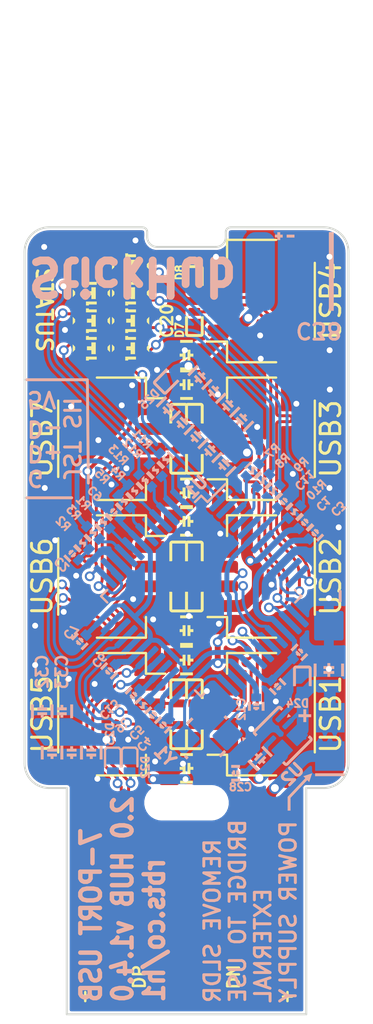
<source format=kicad_pcb>
(kicad_pcb (version 20210126) (generator pcbnew)
  (layers (0 "F.Cu" signal) (31 "B.Cu" signal) (34 "B.Paste" user) (35 "F.Paste" user) (36 "B.SilkS" user "B.Silkscreen") (37 "F.SilkS" user "F.Silkscreen") (38 "B.Mask" user) (39 "F.Mask" user) (44 "Edge.Cuts" user))
  (net 0 "")
  (net 1 "GND")
  (net 2 "+5V")
  (net 3 "Net-(C2-Pad1)")
  (net 4 "+3V3")
  (net 5 "+1V8")
  (net 6 "Net-(R3-Pad2)")
  (net 7 "Net-(R4-Pad2)")
  (net 8 "Net-(R5-Pad2)")
  (net 9 "Net-(R6-Pad1)")
  (net 10 "Net-(U1-Pad2)")
  (net 11 "Net-(U1-Pad44)")
  (net 12 "Net-(D15-PadGA)")
  (net 13 "Net-(D16-PadGA)")
  (net 14 "Net-(D17-PadGA)")
  (net 15 "Net-(D18-PadGA)")
  (net 16 "Net-(D19-PadGA)")
  (net 17 "Net-(D20-PadGA)")
  (net 18 "Net-(D21-PadGA)")
  (net 19 "/U1D-")
  (net 20 "/U1D+")
  (net 21 "/U2D-")
  (net 22 "/U2D+")
  (net 23 "/U3D-")
  (net 24 "/U3D+")
  (net 25 "/U4D-")
  (net 26 "/U4D+")
  (net 27 "/U5D-")
  (net 28 "/U5D+")
  (net 29 "/U6D-")
  (net 30 "/U6D+")
  (net 31 "/U7D-")
  (net 32 "/U7D+")
  (net 33 "/LED1")
  (net 34 "/D-")
  (net 35 "/D+")
  (net 36 "/LED2")
  (net 37 "/LED3")
  (net 38 "/LED4")
  (net 39 "/LED5")
  (net 40 "/LED6")
  (net 41 "/LED7")
  (net 42 "/LC")
  (net 43 "/XO")
  (net 44 "/XI")
  (net 45 "VIN")
  (net 46 "Net-(C28-Pad1)")
  (net 47 "Net-(J1-Pad1)")
  (footprint "Diode_SMD:1006_C" (layer "F.Cu") (at 150.4 96.75 -90)
    (fp_text reference "D4" hide)
    (fp_text value "TVS")
  )
  (footprint "Connector_JST:JST_SH_SM04B-SRSS-TB_1x04-1MP_P1.00mm_Horizontal" (layer "F.Cu") (at 146.15 97.75 -90)
    (fp_text reference "J7" hide)
    (fp_text value "USB6")
  )
  (footprint "Connector_JST:JST_SH_SM04B-SRSS-TB_1x04-1MP_P1.00mm_Horizontal" (layer "F.Cu") (at 146.15 90.75 -90)
    (fp_text reference "J8" hide)
    (fp_text value "USB7")
  )
  (footprint "Diode_SMD:1006_C" (layer "F.Cu") (at 149.6 105.75 90)
    (fp_text reference "D10" hide)
    (fp_text value "TVS")
  )
  (footprint "Capacitor_SMD:2012_C" (layer "F.Cu") (at 150 93.5 180)
    (fp_text reference "C18" hide)
    (fp_text value "0.1uF 100V")
  )
  (footprint "Capacitor_SMD:2012_C" (layer "F.Cu") (at 150 100.5 180)
    (fp_text reference "C16" hide)
    (fp_text value "0.1uF 100V")
  )
  (footprint "LED_SMD:Duo_LED_1.6x0.8_Kingbright_APHB1608LZGKSURKC" (layer "F.Cu") (at 147.152792 86.15)
    (fp_text reference "D15" hide)
    (fp_text value "USB")
  )
  (footprint "Capacitor_SMD:2012_C" (layer "F.Cu") (at 150 107.5 180)
    (fp_text reference "C14" hide)
    (fp_text value "0.1uF 100V")
  )
  (footprint "Diode_SMD:1006_C" (layer "F.Cu") (at 150.4 82.75 -90)
    (fp_text reference "D8")
    (fp_text value "TVS")
  )
  (footprint "Diode_SMD:1006_C" (layer "F.Cu") (at 149.6 103.75 -90)
    (fp_text reference "D9" hide)
    (fp_text value "TVS")
  )
  (footprint "LED_SMD:Duo_LED_1.6x0.8_Kingbright_APHB1608LZGKSURKC" (layer "F.Cu") (at 147.152792 84.75)
    (fp_text reference "D16" hide)
    (fp_text value "USB")
  )
  (footprint "Diode_SMD:1006_C" (layer "F.Cu") (at 150.4 105.75 90)
    (fp_text reference "D1" hide)
    (fp_text value "TVS")
  )
  (footprint "Diode_SMD:1006_C" (layer "F.Cu") (at 150.4 91.75 90)
    (fp_text reference "D5" hide)
    (fp_text value "TVS")
  )
  (footprint "Diode_SMD:1006_C" (layer "F.Cu") (at 150.4 98.75 90)
    (fp_text reference "D3" hide)
    (fp_text value "TVS")
  )
  (footprint "Capacitor_SMD:2012_C" (layer "F.Cu") (at 150 102)
    (fp_text reference "C15" hide)
    (fp_text value "0.1uF 100V")
  )
  (footprint "Connector_JST:JST_SH_SM04B-SRSS-TB_1x04-1MP_P1.00mm_Horizontal" (layer "F.Cu") (at 153.85 104.75 90)
    (fp_text reference "J2" hide)
    (fp_text value "USB1")
  )
  (footprint "LED_SMD:Duo_LED_1.6x0.8_Kingbright_APHB1608LZGKSURKC" (layer "F.Cu") (at 145.152792 86.15)
    (fp_text reference "D19" hide)
    (fp_text value "USB")
  )
  (footprint "Connector_JST:JST_SH_SM04B-SRSS-TB_1x04-1MP_P1.00mm_Horizontal" (layer "F.Cu") (at 153.85 83.75 90)
    (fp_text reference "J5" hide)
    (fp_text value "USB4")
  )
  (footprint "Capacitor_SMD:2012_C" (layer "F.Cu") (at 150 86.5 180)
    (fp_text reference "C20")
    (fp_text value "0.1uF 100V")
  )
  (footprint "LED_SMD:Duo_LED_1.6x0.8_Kingbright_APHB1608LZGKSURKC" (layer "F.Cu") (at 145.152792 84.75)
    (fp_text reference "D20" hide)
    (fp_text value "USB")
  )
  (footprint "Diode_SMD:1006_C" (layer "F.Cu") (at 150.4 89.75 -90)
    (fp_text reference "D6" hide)
    (fp_text value "TVS")
  )
  (footprint "Connector_USB:USB_A_PCB_traces_small" (layer "F.Cu") (at 150 120 90)
    (fp_text reference "J1" hide)
    (fp_text value "HOST" hide)
  )
  (footprint "Capacitor_SMD:2012_C" (layer "F.Cu") (at 150 94.95)
    (fp_text reference "C17" hide)
    (fp_text value "0.1uF 100V")
  )
  (footprint "Diode_SMD:1006_C" (layer "F.Cu") (at 150.4 84.75 90)
    (fp_text reference "D7")
    (fp_text value "TVS")
  )
  (footprint "Diode_SMD:1006_C" (layer "F.Cu") (at 149.6 91.75 90)
    (fp_text reference "D14" hide)
    (fp_text value "TVS")
  )
  (footprint "LED_SMD:Duo_LED_1.6x0.8_Kingbright_APHB1608LZGKSURKC" (layer "F.Cu") (at 145.152792 83.35)
    (fp_text reference "D21" hide)
    (fp_text value "USB")
  )
  (footprint "Connector_JST:JST_SH_SM04B-SRSS-TB_1x04-1MP_P1.00mm_Horizontal" (layer "F.Cu") (at 153.85 90.75 90)
    (fp_text reference "J4" hide)
    (fp_text value "USB3")
  )
  (footprint "Diode_SMD:1006_C" (layer "F.Cu") (at 149.6 96.75 -90)
    (fp_text reference "D11" hide)
    (fp_text value "TVS")
  )
  (footprint "Connector_JST:JST_SH_SM04B-SRSS-TB_1x04-1MP_P1.00mm_Horizontal" (layer "F.Cu") (at 146.15 104.75 -90)
    (fp_text reference "J6" hide)
    (fp_text value "USB5")
  )
  (footprint "Capacitor_SMD:2012_C" (layer "F.Cu") (at 150 88)
    (fp_text reference "C19" hide)
    (fp_text value "0.1uF 100V")
  )
  (footprint "LED_SMD:Duo_LED_1.6x0.8_Kingbright_APHB1608LZGKSURKC" (layer "F.Cu") (at 147.152792 83.35)
    (fp_text reference "D17" hide)
    (fp_text value "USB")
  )
  (footprint "LED_SMD:Duo_LED_1.6x0.8_Kingbright_APHB1608LZGKSURKC" (layer "F.Cu") (at 147.152792 81.95)
    (fp_text reference "D18" hide)
    (fp_text value "USB")
  )
  (footprint "Diode_SMD:1006_C" (layer "F.Cu") (at 150.4 103.75 -90)
    (fp_text reference "D2" hide)
    (fp_text value "TVS")
  )
  (footprint "Diode_SMD:1006_C" (layer "F.Cu") (at 149.6 98.75 90)
    (fp_text reference "D12" hide)
    (fp_text value "TVS")
  )
  (footprint "MountingHole:Plain_Hole_3mm" (layer "F.Cu") (at 150 109.25)
    (fp_text reference "H1")
    (fp_text value "Strap")
  )
  (footprint "Connector_JST:JST_SH_SM04B-SRSS-TB_1x04-1MP_P1.00mm_Horizontal" (layer "F.Cu") (at 153.85 97.75 90)
    (fp_text reference "J3" hide)
    (fp_text value "USB2")
  )
  (footprint "Diode_SMD:1006_C" (layer "F.Cu") (at 149.6 89.75 -90)
    (fp_text reference "D13" hide)
    (fp_text value "TVS")
  )
  (footprint "Capacitor_SMD:1608_C" (layer "B.Cu") (at 151.392893 88.342893 45)
    (fp_text reference "C36" hide)
    (fp_text value "22uF 10V")
  )
  (footprint "Resistor_SMD:1005_C" (layer "B.Cu") (at 153.37132 92.343146 -135)
    (fp_text reference "R7")
    (fp_text value "470")
  )
  (footprint "Capacitor_SMD:1608_C" (layer "B.Cu") (at 142.65 104.6 90)
    (fp_text reference "C32")
    (fp_text value "22uF 10V")
  )
  (footprint "Diode_SMD:1006_C" (layer "B.Cu") (at 146.25 107.2 -90)
    (fp_text reference "D23")
    (fp_text value "TVS")
  )
  (footprint "Capacitor_SMD:1608_C" (layer "B.Cu") (at 150.685786 87.635786 45)
    (fp_text reference "C37" hide)
    (fp_text value "22uF 10V")
  )
  (footprint "Capacitor_SMD:1005_C" (layer "B.Cu") (at 154.96231 93.934136 45)
    (fp_text reference "C11")
    (fp_text value "0.1uF")
  )
  (footprint "Resistor_SMD:1005_C" (layer "B.Cu") (at 147.891242 92.873476 -45)
    (fp_text reference "R13")
    (fp_text value "470")
  )
  (footprint "Package_DFN_QFN:TDFN-8_1.5x2mm_Fused-Lead_JEDEC_MO-252_W2015D" (layer "B.Cu") (at 154.9 105.85 -135)
    (fp_text reference "U2")
    (fp_text value "Dialog_SLG5NT1487V")
  )
  (footprint "SH_Solder_Pads:1P-1.5x1.5" (layer "B.Cu") (at 157.25 100.25)
    (fp_text reference "J9" hide)
    (fp_text value "EXTGND" hide)
  )
  (footprint "Resistor_SMD:1005_C" (layer "B.Cu") (at 147.360912 93.403806 -45)
    (fp_text reference "R4")
    (fp_text value "100k")
  )
  (footprint "Capacitor_SMD:1005_C" (layer "B.Cu") (at 155.75 101.6 45)
    (fp_text reference "C8" hide)
    (fp_text value "0.1uF")
  )
  (footprint "Resistor_SMD:1005_C" (layer "B.Cu") (at 148.951902 91.812816 -45)
    (fp_text reference "R11")
    (fp_text value "470")
  )
  (footprint "Capacitor_SMD:1005_C" (layer "B.Cu") (at 146.05 102.55 -135)
    (fp_text reference "C6")
    (fp_text value "0.1uF")
  )
  (footprint "Capacitor_SMD:1005_C" (layer "B.Cu") (at 144.178932 96.585787 135)
    (fp_text reference "C2")
    (fp_text value "0.1uF")
  )
  (footprint "Resistor_SMD:1005_C" (layer "B.Cu") (at 147.8 104.3 -135)
    (fp_text reference "R6")
    (fp_text value "2.7k")
  )
  (footprint "Capacitor_SMD:1005_C" (layer "B.Cu") (at 148.8 105.3 -135)
    (fp_text reference "C4")
    (fp_text value "10uF 6.3V")
  )
  (footprint "Diode_SMD:1006_C" (layer "B.Cu") (at 155.9 103.1 -90)
    (fp_text reference "D24")
    (fp_text value "5V")
  )
  (footprint "Symbol:Creative_Commons_BY_Mask" (layer "B.Cu") (at 146.75 86.25)
    (fp_text reference "LOGO2" hide)
    (fp_text value "Logo" hide)
  )
  (footprint "Diode_SMD:1006_C" (layer "B.Cu") (at 149.15 87.65 45)
    (fp_text reference "D25")
    (fp_text value "5V")
  )
  (footprint "Resistor_SMD:1005_C" (layer "B.Cu") (at 155.49264 94.464466 -135)
    (fp_text reference "R10")
    (fp_text value "470")
  )
  (footprint "Resistor_SMD:1005_C" (layer "B.Cu") (at 144.709262 96.055456 135)
    (fp_text reference "R2")
    (fp_text value "100k")
  )
  (footprint "Resistor_SMD:1005_C" (layer "B.Cu") (at 153.90165 92.873476 -135)
    (fp_text reference "R8")
    (fp_text value "470")
  )
  (footprint "Capacitor_SMD:1005_C" (layer "B.Cu") (at 152.5 107.75 180)
    (fp_text reference "C28")
    (fp_text value "22nF")
  )
  (footprint "Capacitor_SMD:1005_C" (layer "B.Cu") (at 156.5533 95.525126 45)
    (fp_text reference "C3")
    (fp_text value "10uF 6.3V")
  )
  (footprint "Capacitor_SMD:1005_C" (layer "B.Cu") (at 148.3 104.8 -135)
    (fp_text reference "C5")
    (fp_text value "0.1uF")
  )
  (footprint "Capacitor_SMD:1608_C" (layer "B.Cu") (at 153.75 107 135)
    (fp_text reference "C22" hide)
    (fp_text value "22uF 10V")
  )
  (footprint "Capacitor_SMD:1608_C" (layer "B.Cu") (at 151.2 91.35 -135)
    (fp_text reference "C26" hide)
    (fp_text value "22uF 10V")
  )
  (footprint "Symbol:Creative_Commons_CC_Mask" (layer "B.Cu") (at 145.25 86.25 180)
    (fp_text reference "LOGO1" hide)
    (fp_text value "Logo" hide)
  )
  (footprint "Symbol:Creative_Commons_NC_Mask" (layer "B.Cu") (at 145.25 84.75)
    (fp_text reference "LOGO3" hide)
    (fp_text value "Logo" hide)
  )
  (footprint "Symbol:Creative_Commons_SA_Mask" (layer "B.Cu") (at 146.75 84.75)
    (fp_text reference "LOGO4" hide)
    (fp_text value "Logo" hide)
  )
  (footprint "Capacitor_SMD:1608_C" (layer "B.Cu") (at 150.492893 90.642893 -135)
    (fp_text reference "C25" hide)
    (fp_text value "22uF 10V")
  )
  (footprint "Crystal:Crystal_4-SMD_2.5x2mm" (layer "B.Cu") (at 150.997487 105.927135 -135)
    (fp_text reference "Y1")
    (fp_text value "12MHz 50ppm 16-20pF" hide)
  )
  (footprint "Capacitor_SMD:1608_C" (layer "B.Cu") (at 152.807107 89.757107 45)
    (fp_text reference "C34" hide)
    (fp_text value "22uF 10V")
  )
  (footprint "Capacitor_SMD:1608_C" (layer "B.Cu") (at 144.15 106.7 -90)
    (fp_text reference "C29" hide)
    (fp_text value "22uF 10V")
  )
  (footprint "Resistor_SMD:1005_C" (layer "B.Cu") (at 148.421572 92.343146 -45)
    (fp_text reference "R12")
    (fp_text value "470")
  )
  (footprint "Diode_SMD:1006_C" (layer "B.Cu") (at 147.1 107.2 -90)
    (fp_text reference "D22")
    (fp_text value "TVS")
  )
  (footprint "Package_QFP:LQFP-48_7x7mm_P0.5mm" (layer "B.Cu") (at 150.75 98.75 -135)
    (fp_text reference "U1")
    (fp_text value "MaxLinear_XR22417-48")
  )
  (footprint "SH_Solder_Pads:JP-2_1.5x1.5" (layer "B.Cu") (at 157.25 105.9 90)
    (fp_text reference "JP1" hide)
    (fp_text value "EXTPWR")
  )
  (footprint "Resistor_SMD:1005_C" (layer "B.Cu") (at 145.769922 94.994796 -45)
    (fp_text reference "R1")
    (fp_text value "10k")
  )
  (footprint "Resistor_SMD:1005_C" (layer "B.Cu") (at 154.43198 93.403806 -135)
    (fp_text reference "R9")
    (fp_text value "470")
  )
  (footprint "Capacitor_SMD:1608_C" (layer "B.Cu") (at 149.785785 89.935786 -135)
    (fp_text reference "C24" hide)
    (fp_text value "22uF 10V")
  )
  (footprint "Capacitor_SMD:1608_C" (layer "B.Cu") (at 152.1 89.05 45)
    (fp_text reference "C35" hide)
    (fp_text value "22uF 10V")
  )
  (footprint "Capacitor_SMD:CP_Elec_6.3x11_Board_Edge_Mirrored" (layer "B.Cu") (at 155 80 180)
    (fp_text reference "C38")
    (fp_text value "330uF 10V")
  )
  (footprint "Capacitor_SMD:1005_C" (layer "B.Cu") (at 144.562816 101.048097 -135)
    (fp_text reference "C7")
    (fp_text value "0.1uF")
  )
  (footprint "Capacitor_SMD:1005_C" (layer "B.Cu") (at 156.02297 94.994796 45)
    (fp_text reference "C1")
    (fp_text value "1uF 10V")
  )
  (footprint "Capacitor_SMD:1005_C" (layer "B.Cu") (at 146.300252 94.464466 135)
    (fp_text reference "C9")
    (fp_text value "0.1uF")
  )
  (footprint "Capacitor_SMD:1005_C" (layer "B.Cu") (at 147.3 103.8 -135)
    (fp_text reference "C13")
    (fp_text value "0.1uF")
  )
  (footprint "Capacitor_SMD:1005_C" (layer "B.Cu") (at 154.639086 103.346194 -45)
    (fp_text reference "C10" hide)
    (fp_text value "0.1uF")
  )
  (footprint "Capacitor_SMD:1608_C" (layer "B.Cu") (at 143.15 106.7 -90)
    (fp_text reference "C31" hide)
    (fp_text value "22uF 10V")
  )
  (footprint "Capacitor_SMD:1005_C" (layer "B.Cu") (at 153.55 104.35 -90)
    (fp_text reference "C12")
    (fp_text value "0.1uF")
  )
  (footprint "Resistor_SMD:1005_C" (layer "B.Cu") (at 146.830582 93.934136 -45)
    (fp_text reference "R5")
    (fp_text value "100k")
  )
  (footprint "Capacitor_SMD:1608_C" (layer "B.Cu") (at 143.65 104.6 90)
    (fp_text reference "C33")
    (fp_text value "22uF 10V")
  )
  (footprint "Capacitor_SMD:1608_C" (layer "B.Cu") (at 145.15 106.7 -90)
    (fp_text reference "C30" hide)
    (fp_text value "22uF 10V")
  )
  (footprint "Resistor_SMD:1005_C" (layer "B.Cu") (at 145.239592 95.525126 -45)
    (fp_text reference "R3")
    (fp_text value "100k")
  )
  (footprint "Capacitor_SMD:1608_C" (layer "B.Cu") (at 151.907106 92.057107 -135)
    (fp_text reference "C27" hide)
    (fp_text value "22uF 10V")
  )
  (footprint "Capacitor_SMD:1608_C" (layer "B.Cu") (at 149.078679 89.22868 -135)
    (fp_text reference "C23" hide)
    (fp_text value "22uF 10V")
  )
  (footprint "Capacitor_SMD:2012_C" (layer "B.Cu") (at 157.25 102.5 90)
    (fp_text reference "C21" hide)
    (fp_text value "0.1uF 100V")
  )
  (gr_line (start 144.95 87.75) (end 145 93) (layer "B.SilkS") (width 0.15))
  (gr_line (start 141.875 87.75) (end 144.95 87.75) (layer "B.SilkS") (width 0.15))
  (gr_line (start 144.15 93.75) (end 141.875 93.75) (layer "B.SilkS") (width 0.15))
  (gr_poly (pts (xy 156.25 108.2) (xy 156.15 108.1) (xy 155.3 109) (xy 155.3 109.65) (xy 155.15 109.65) (xy 155.15 108.95) (xy 156.05 108) (xy 155.95 107.9) (xy 156.4 107.75)) (layer "B.SilkS") (width 0) (fill solid))
  (gr_poly (pts (xy 157.9 99.05) (xy 157.75 99.05) (xy 157.75 98.45) (xy 157.9 98.45)) (layer "B.SilkS") (width 0) (fill solid))
  (gr_poly (pts (xy 156.1 104.75) (xy 156.35 104.75) (xy 156.35 104.9) (xy 156.1 104.9) (xy 156.1 105.15) (xy 155.95 105.15) (xy 155.95 104.9) (xy 155.7 104.9) (xy 155.7 104.75) (xy 155.95 104.75) (xy 155.95 104.5) (xy 156.1 104.5)) (layer "B.SilkS") (width 0) (fill solid))
  (gr_line (start 152.25 80) (end 157 80) (layer "Edge.Cuts") (width 0.1))
  (gr_line (start 148.5 81) (end 151.5 81) (layer "Edge.Cuts") (width 0.1))
  (gr_line (start 157 108.5) (end 156.1 108.5) (layer "Edge.Cuts") (width 0.1))
  (gr_line (start 141.75 107.25) (end 141.75 81.25) (layer "Edge.Cuts") (width 0.1))
  (gr_line (start 156.1 120) (end 156.1 108.5) (layer "Edge.Cuts") (width 0.1))
  (gr_line (start 148 80.25) (end 148 80.5) (layer "Edge.Cuts") (width 0.1))
  (gr_arc (start 152.25 80.25) (end 152.25 80) (angle -90) (layer "Edge.Cuts") (width 0.1))
  (gr_line (start 143.9 120) (end 143.9 108.5) (layer "Edge.Cuts") (width 0.1))
  (gr_arc (start 143 81.25) (end 143 80) (angle -90) (layer "Edge.Cuts") (width 0.1))
  (gr_arc (start 147.75 80.25) (end 148 80.25) (angle -90) (layer "Edge.Cuts") (width 0.1))
  (gr_arc (start 143 107.25) (end 141.75 107.25) (angle -90) (layer "Edge.Cuts") (width 0.1))
  (gr_line (start 143.9 120) (end 156.1 120) (layer "Edge.Cuts") (width 0.1))
  (gr_line (start 158.25 81.25) (end 158.25 107.25) (layer "Edge.Cuts") (width 0.1))
  (gr_line (start 143 80) (end 147.75 80) (layer "Edge.Cuts") (width 0.1))
  (gr_arc (start 157 107.25) (end 157 108.5) (angle -90) (layer "Edge.Cuts") (width 0.1))
  (gr_arc (start 157 81.25) (end 158.25 81.25) (angle -90) (layer "Edge.Cuts") (width 0.1))
  (gr_arc (start 148.5 80.5) (end 148 80.5) (angle -90) (layer "Edge.Cuts") (width 0.1))
  (gr_line (start 143.9 108.5) (end 143 108.5) (layer "Edge.Cuts") (width 0.1))
  (gr_arc (start 151.5 80.5) (end 151.5 81) (angle -90) (layer "Edge.Cuts") (width 0.1))
  (gr_line (start 152 80.5) (end 152 80.25) (layer "Edge.Cuts") (width 0.1))
  (gr_text "G" (at 141.8 92.75 180) (layer "B.SilkS") (effects (font (size 0.8 0.8)) (justify left mirror)))
  (gr_text "D-" (at 141.8 90.25 180) (layer "B.SilkS") (effects (font (size 0.8 0.8)) (justify left mirror)))
  (gr_text "JST SH" (at 144.15 90.75 270) (layer "B.SilkS") (effects (font (size 0.8 0.8)) (justify mirror)))
  (gr_text "StickHub" (at 147.25 82.5 180) (layer "B.SilkS") (effects (font (size 1.8 1.6) (thickness 0.4)) (justify mirror)))
  (gr_text "D+" (at 141.8 91.5 180) (layer "B.SilkS") (effects (font (size 0.8 0.8)) (justify left mirror)))
  (gr_text "5V" (at 141.8 88.75 180) (layer "B.SilkS") (effects (font (size 0.8 0.8)) (justify left mirror)))
  (gr_text "REMOVE SLDR\nBRIDGE TO USE\nEXTERNAL\nPOWER SUPPLY" (at 153.25 119.5 90) (layer "B.SilkS") (effects (font (size 0.8 0.8)) (justify right mirror)))
  (gr_text "7-PORT USB\n2.0 HUB v1.4.0\nrbts.co/h1" (at 146.75 119.5 90) (layer "B.SilkS") (effects (font (size 1 0.9) (thickness 0.225)) (justify right mirror)))
  (gr_text "STATUS" (at 142.75 84.2 270) (layer "F.SilkS") (effects (font (size 0.8 0.8))))
  (segment (start 143.69 85.34) (end 143.81 85.22) (width 0.15) (layer "F.Cu") (net 1))
  (segment (start 145.46 108.03) (end 144.755 108.03) (width 0.6) (layer "F.Cu") (net 1))
  (segment (start 149.5 89.265) (end 150.5 89.265) (width 0.25) (layer "F.Cu") (net 1))
  (segment (start 155.875 94.95) (end 157.45 94.95) (width 0.4) (layer "F.Cu") (net 1))
  (segment (start 155.875 93.55) (end 156.175 93.25) (width 0.4) (layer "F.Cu") (net 1))
  (segment (start 153.78 86.68) (end 153.78 85.53) (width 0.15) (layer "F.Cu") (net 1))
  (segment (start 150.5 92.235) (end 150.03 92.705) (width 0.4) (layer "F.Cu") (net 1))
  (segment (start 142.25 85.34) (end 143.69 85.34) (width 0.15) (layer "F.Cu") (net 1))
  (segment (start 155.875 100.55) (end 155.27 99.945) (width 0.4) (layer "F.Cu") (net 1))
  (segment (start 151.85 95.7) (end 151.72 95.57) (width 0.25) (layer "F.Cu") (net 1))
  (segment (start 143.041636 100.25) (end 142.29 100.25) (width 0.4) (layer "F.Cu") (net 1))
  (segment (start 144.125 87.95) (end 142.45 87.95) (width 0.4) (layer "F.Cu") (net 1))
  (segment (start 150.825 88) (end 150.825 88.075) (width 0.5) (layer "F.Cu") (net 1))
  (segment (start 148.3 92.55) (end 148 92.25) (width 0.4) (layer "F.Cu") (net 1))
  (segment (start 143.31 96.64) (end 143.31 95.91) (width 0.15) (layer "F.Cu") (net 1))
  (segment (start 152 82.25) (end 154.575 82.25) (width 0.15) (layer "F.Cu") (net 1))
  (segment (start 150.5 92.235) (end 149.5 92.235) (width 0.25) (layer "F.Cu") (net 1))
  (segment (start 148.5 87.638006) (end 148.5 87.25) (width 0.4) (layer "F.Cu") (net 1))
  (segment (start 156.175 93.25) (end 157.28 93.25) (width 0.4) (layer "F.Cu") (net 1))
  (segment (start 150.5 89.265) (end 151.985 89.265) (width 0.25) (layer "F.Cu") (net 1))
  (segment (start 149.94999 84.653056) (end 149.86999 84.573056) (width 0.15) (layer "F.Cu") (net 1))
  (segment (start 148 99.25) (end 149.616884 99.25) (width 0.4) (layer "F.Cu") (net 1))
  (segment (start 148 106.25) (end 147.24 106.25) (width 0.25) (layer "F.Cu") (net 1))
  (segment (start 149.5 92.235) (end 148.015 92.235) (width 0.25) (layer "F.Cu") (net 1))
  (segment (start 142.25 85.34) (end 142.25 81.5) (width 0.4) (layer "F.Cu") (net 1))
  (segment (start 144.755 108.03) (end 144.275 107.55) (width 0.6) (layer "F.Cu") (net 1))
  (segment (start 147.24 106.25) (end 147.03 106.04) (width 0.25) (layer "F.Cu") (net 1))
  (segment (start 150.195 95.58) (end 150.825 94.95) (width 0.5) (layer "F.Cu") (net 1))
  (segment (start 149.86999 82.926944) (end 149.94999 82.846944) (width 0.15) (layer "F.Cu") (net 1))
  (segment (start 152 89.25) (end 152.420453 89.25) (width 0.4) (layer "F.Cu") (net 1))
  (segment (start 152 103.25) (end 150.515 103.25) (width 0.4) (layer "F.Cu") (net 1))
  (segment (start 150.5 96.265) (end 150.5 96.02) (width 0.4) (layer "F.Cu") (net 1))
  (segment (start 147.300003 88.100003) (end 148.038003 88.100003) (width 0.4) (layer "F.Cu") (net 1))
  (segment (start 148.015 106.235) (end 148 106.25) (width 0.4) (layer "F.Cu") (net 1))
  (segment (start 144 102.95) (end 142.99 102.95) (width 0.4) (layer "F.Cu") (net 1))
  (segment (start 143.31 95.765) (end 144.125 94.95) (width 0.25) (layer "F.Cu") (net 1))
  (segment (start 148.038003 88.100003) (end 148.5 87.638006) (width 0.4) (layer "F.Cu") (net 1))
  (segment (start 150.5 82.265) (end 151.985 82.265) (width 0.15) (layer "F.Cu") (net 1))
  (segment (start 145.32 103.21) (end 144.26 103.21) (width 0.4) (layer "F.Cu") (net 1))
  (segment (start 155.875 100.55) (end 156.57 100.55) (width 0.25) (layer "F.Cu") (net 1))
  (segment (start 144.125 89.115) (end 144.12 89.11) (width 0.25) (layer "F.Cu") (net 1))
  (segment (start 150.5 103.265) (end 150.57 103.195) (width 0.4) (layer "F.Cu") (net 1))
  (segment (start 146.938761 92.25) (end 146.180031 93.00873) (width 0.25) (layer "F.Cu") (net 1))
  (segment (start 149.616884 99.25) (end 150.124571 99.757687) (width 0.4) (layer "F.Cu") (net 1))
  (segment (start 144.125 89.105) (end 144.12 89.11) (width 0.4) (layer "F.Cu") (net 1))
  (segment (start 144.125 94.95) (end 144.125 93.55) (width 0.25) (layer "F.Cu") (net 1))
  (segment (start 149.86999 84.573056) (end 149.86999 84.026944) (width 0.15) (layer "F.Cu") (net 1))
  (segment (start 142.45 87.95) (end 142.25 87.75) (width 0.4) (layer "F.Cu") (net 1))
  (segment (start 148 99.25) (end 147.63 99.25) (width 0.25) (layer "F.Cu") (net 1))
  (segment (start 150.03 92.705) (end 150.03 92.96) (width 0.4) (layer "F.Cu") (net 1))
  (segment (start 143.31 95.91) (end 143.31 95.765) (width 0.25) (layer "F.Cu") (net 1))
  (segment (start 157 87.95) (end 157.3 88.25) (width 0.4) (layer "F.Cu") (net 1))
  (segment (start 149.86999 84.026944) (end 149.85 84.006954) (width 0.15) (layer "F.Cu") (net 1))
  (segment (start 145.75 114.71) (end 145.75 108.5) (width 0.6) (layer "F.Cu") (net 1))
  (segment (start 144.125 107.55) (end 144.8 107.55) (width 0.4) (layer "F.Cu") (net 1))
  (segment (start 144.125 107.55) (end 144.98 107.55) (width 0.15) (layer "F.Cu") (net 1))
  (segment (start 145.75 108.32) (end 145.46 108.03) (width 0.6) (layer "F.Cu") (net 1))
  (segment (start 151.985 82.265) (end 152 82.25) (width 0.15) (layer "F.Cu") (net 1))
  (segment (start 144.125 87.95) (end 147.15 87.95) (width 0.15) (layer "F.Cu") (net 1))
  (segment (start 144.98 107.55) (end 145.46 108.03) (width 0.15) (layer "F.Cu") (net 1))
  (segment (start 154.575 82.25) (end 155.875 80.95) (width 0.15) (layer "F.Cu") (net 1))
  (segment (start 151.985 103.265) (end 152 103.25) (width 0.4) (layer "F.Cu") (net 1))
  (segment (start 156.57 100.55) (end 157.8 99.32) (width 0.25) (layer "F.Cu") (net 1))
  (segment (start 149.94999 82.81501) (end 150.5 82.265) (width 0.15) (layer "F.Cu") (net 1))
  (segment (start 155.725 101.95) (end 156.75 101.95) (width 0.25) (layer "F.Cu") (net 1))
  (segment (start 150.515 103.25) (end 150.5 103.265) (width 0.4) (layer "F.Cu") (net 1))
  (segment (start 150.5 96.02) (end 150.06 95.58) (width 0.4) (layer "F.Cu") (net 1))
  (segment (start 157.8 99.32) (end 157.8 96.875) (width 0.25) (layer "F.Cu") (net 1))
  (segment (start 146.19 115.15) (end 145.75 114.71) (width 0.6) (layer "F.Cu") (net 1))
  (segment (start 149.911324 85.823676) (end 149.911324 86.248711) (width 0.4) (layer "F.Cu") (net 1))
  (segment (start 142.25 87.75) (end 142.25 85.34) (width 0.4) (layer "F.Cu") (net 1))
  (segment (start 149.86999 83.473056) (end 149.86999 82.926944) (width 0.15) (layer "F.Cu") (net 1))
  (segment (start 149.5 89.265) (end 149.5 89.18) (width 0.4) (layer "F.Cu") (net 1))
  (segment (start 142.99 102.95) (end 142.29 102.25) (width 0.4) (layer "F.Cu") (net 1))
  (segment (start 149.5 106.235) (end 148.015 106.235) (width 0.4) (layer "F.Cu") (net 1))
  (segment (start 156.73 80.95) (end 157.28 81.5) (width 0.4) (layer "F.Cu") (net 1))
  (segment (start 144.38 97.71) (end 143.31 96.64) (width 0.15) (layer "F.Cu") (net 1))
  (segment (start 153.78 85.53) (end 153.75 85.5) (width 0.15) (layer "F.Cu") (net 1))
  (segment (start 155.59501 88.22999) (end 155.59501 88.97) (width 0.15) (layer "F.Cu") (net 1))
  (segment (start 144.26 103.21) (end 144 102.95) (width 0.4) (layer "F.Cu") (net 1))
  (segment (start 149.85 83.493046) (end 149.86999 83.473056) (width 0.15) (layer "F.Cu") (net 1))
  (segment (start 144.125 93.55) (end 144.125 89.115) (width 0.25) (layer "F.Cu") (net 1))
  (segment (start 157.8 96.875) (end 155.875 94.95) (width 0.25) (layer "F.Cu") (net 1))
  (segment (start 144.8 107.55) (end 145.65 108.4) (width 0.4) (layer "F.Cu") (net 1))
  (segment (start 144.125 93.55) (end 143.08 93.55) (width 0.4) (layer "F.Cu") (net 1))
  (segment (start 150.825 88.075) (end 149.6 89.3) (width 0.5) (layer "F.Cu") (net 1))
  (segment (start 155.875 86.55) (end 155.875 87.95) (width 0.25) (layer "F.Cu") (net 1))
  (segment (start 151.5 81.5) (end 151.83 81.5) (width 0.4) (layer "F.Cu") (net 1))
  (segment (start 144.12 89.11) (end 144.12 89.43) (width 0.15) (layer "F.Cu") (net 1))
  (segment (start 148.015 92.235) (end 148 92.25) (width 0.25) (layer "F.Cu") (net 1))
  (segment (start 150.19 85.2) (end 149.6 84.61) (width 0.15) (layer "F.Cu") (net 1))
  (segment (start 149.5 96.25) (end 150.485 96.25) (width 0.15) (layer "F.Cu") (net 1))
  (segment (start 151.85 88.75) (end 151.6 88.5) (width 0.15) (layer "F.Cu") (net 1))
  (segment (start 155.875 93.55) (end 155.875 94.95) (width 0.25) (layer "F.Cu") (net 1))
  (segment (start 151.83 81.5) (end 152.38 80.95) (width 0.4) (layer "F.Cu") (net 1))
  (segment (start 144.125 87.95) (end 144.125 89.105) (width 0.4) (layer "F.Cu") (net 1))
  (segment (start 156.75 101.95) (end 157.25 102.45) (width 0.25) (layer "F.Cu") (net 1))
  (segment (start 150.5 85.235) (end 149.94999 84.68499) (width 0.15) (layer "F.Cu") (net 1))
  (segment (start 155.414117 93.089117) (end 155.414117 92.535883) (width 0.4) (layer "F.Cu") (net 1))
  (segment (start 145.75 108.5) (end 145.75 108.32) (width 0.6) (layer "F.Cu") (net 1))
  (segment (start 143.08 93.55) (end 142.78 93.25) (width 0.4) (layer "F.Cu") (net 1))
  (segment (start 149.94999 82.846944) (end 149.94999 82.81501) (width 0.15) (layer "F.Cu") (net 1))
  (segment (start 148 92.25) (end 146.938761 92.25) (width 0.15) (layer "F.Cu") (net 1))
  (segment (start 155.875 80.95) (end 152.38 80.95) (width 0.4) (layer "F.Cu") (net 1))
  (segment (start 155.875 93.55) (end 155.414117 93.089117) (width 0.4) (layer "F.Cu") (net 1))
  (segment (start 149.5 103.265) (end 150.5 103.265) (width 0.4) (layer "F.Cu") (net 1))
  (segment (start 155.875 100.55) (end 155.875 101.95) (width 0.25) (layer "F.Cu") (net 1))
  (segment (start 147.23 88.03) (end 147.300003 88.100003) (width 0.4) (layer "F.Cu") (net 1))
  (segment (start 149.175 107.5) (end 148.75 107.5) (width 0.4) (layer "F.Cu") (net 1))
  (segment (start 155.875 80.95) (end 155.875 86.55) (width 0.25) (layer "F.Cu") (net 1))
  (segment (start 151.85 89.25) (end 151.85 88.75) (width 0.15) (layer "F.Cu") (net 1))
  (segment (start 142.25 81.5) (end 142.75 81) (width 0.4) (layer "F.Cu") (net 1))
  (segment (start 146.180031 93.00873) (end 146.180031 93.072237) (width 0.25) (layer "F.Cu") (net 1))
  (segment (start 155.875 86.55) (end 156.175 86.25) (width 0.4) (layer "F.Cu") (net 1))
  (segment (start 150.5 85.235) (end 149.911324 85.823676) (width 0.4) (layer "F.Cu") (net 1))
  (segment (start 149.85 84.006954) (end 149.85 83.493046) (width 0.15) (layer "F.Cu") (net 1))
  (segment (start 150.5 106.235) (end 149.5 106.235) (width 0.4) (layer "F.Cu") (net 1))
  (segment (start 155.875 87.95) (end 157 87.95) (width 0.4) (layer "F.Cu") (net 1))
  (segment (start 151.85 96.25) (end 151.85 95.7) (width 0.25) (layer "F.Cu") (net 1))
  (segment (start 144.12 89.43) (end 145.51 90.82) (width 0.15) (layer "F.Cu") (net 1))
  (segment (start 150.485 96.25) (end 150.5 96.265) (width 0.15) (layer "F.Cu") (net 1))
  (segment (start 152.7 89.25) (end 153.6 90.15) (width 0.4) (layer "F.Cu") (net 1))
  (segment (start 148.75 107.5) (end 148.4 107.15) (width 0.4) (layer "F.Cu") (net 1))
  (segment (start 143.74501 99.546626) (end 143.041636 100.25) (width 0.4) (layer "F.Cu") (net 1))
  (segment (start 156.175 86.25) (end 157.29 86.25) (width 0.4) (layer "F.Cu") (net 1))
  (segment (start 151.85 89.25) (end 152.7 89.25) (width 0.4) (layer "F.Cu") (net 1))
  (segment (start 150.06 95.58) (end 150.195 95.58) (width 0.5) (layer "F.Cu") (net 1))
  (segment (start 151.985 89.265) (end 152 89.25) (width 0.25) (layer "F.Cu") (net 1))
  (segment (start 155.875 80.95) (end 156.73 80.95) (width 0.4) (layer "F.Cu") (net 1))
  (segment (start 157.45 94.95) (end 157.75 95.25) (width 0.4) (layer "F.Cu") (net 1))
  (segment (start 150.5 96.265) (end 151.985 96.265) (width 0.15) (layer "F.Cu") (net 1))
  (segment (start 151.985 96.265) (end 152 96.25) (width 0.15) (layer "F.Cu") (net 1))
  (segment (start 147.63 99.25) (end 147.28 98.9) (width 0.25) (layer "F.Cu") (net 1))
  (segment (start 151.7 88.95) (end 152 89.25) (width 0.4) (layer "F.Cu") (net 1))
  (segment (start 155.875 87.95) (end 155.59501 88.22999) (width 0.15) (layer "F.Cu") (net 1))
  (segment (start 150.4 85.2) (end 150.19 85.2) (width 0.15) (layer "F.Cu") (net 1))
  (segment (start 147.15 87.95) (end 147.23 88.03) (width 0.15) (layer "F.Cu") (net 1))
  (segment (start 149.94999 84.68499) (end 149.94999 84.653056) (width 0.15) (layer "F.Cu") (net 1))
  (via (at 157.25 102.45) (size 0.5) (drill 0.3) (layers "F.Cu" "B.Cu") (net 1))
  (via (at 151.5 81.5) (size 0.5) (drill 0.3) (layers "F.Cu" "B.Cu") (net 1))
  (via (at 142.78 93.25) (size 0.5) (drill 0.3) (layers "F.Cu" "B.Cu") (net 1))
  (via (at 150.124571 99.757687) (size 0.5) (drill 0.3) (layers "F.Cu" "B.Cu") (net 1))
  (via (at 146.180031 93.072237) (size 0.5) (drill 0.3) (layers "F.Cu" "B.Cu") (net 1))
  (via (at 157.3 88.25) (size 0.5) (drill 0.3) (layers "F.Cu" "B.Cu") (net 1))
  (via (at 142.29 100.25) (size 0.5) (drill 0.3) (layers "F.Cu" "B.Cu") (net 1))
  (via (at 142.75 81) (size 0.5) (drill 0.3) (layers "F.Cu" "B.Cu") (net 1))
  (via (at 150.03 92.96) (size 0.5) (drill 0.3) (layers "F.Cu" "B.Cu") (net 1))
  (via (at 148.3 99.93) (size 0.5) (drill 0.3) (layers "F.Cu" "B.Cu") (net 1))
  (via (at 157.25 98.85) (size 0.5) (drill 0.3) (layers "F.Cu" "B.Cu") (net 1))
  (via (at 148.4 107.15) (size 0.5) (drill 0.3) (layers "F.Cu" "B.Cu") (net 1))
  (via (at 147.23 88.03) (size 0.5) (drill 0.3) (layers "F.Cu" "B.Cu") (net 1))
  (via (at 157.28 81.5) (size 0.5) (drill 0.3) (layers "F.Cu" "B.Cu") (net 1))
  (via (at 149.819271 107.261475) (size 0.5) (drill 0.3) (layers "F.Cu" "B.Cu") (net 1))
  (via (at 157.29 86.25) (size 0.5) (drill 0.3) (layers "F.Cu" "B.Cu") (net 1))
  (via (at 153.78 86.68) (size 0.5) (drill 0.3) (layers "F.Cu" "B.Cu") (net 1))
  (via (at 143.31 95.91) (size 0.5) (drill 0.3) (layers "F.Cu" "B.Cu") (net 1))
  (via (at 147.03 106.04) (size 0.5) (drill 0.3) (layers "F.Cu" "B.Cu") (net 1))
  (via (at 147.28 98.9) (size 0.5) (drill 0.3) (layers "F.Cu" "B.Cu") (net 1))
  (via (at 157.28 93.25) (size 0.5) (drill 0.3) (layers "F.Cu" "B.Cu") (net 1))
  (via (at 142.29 102.25) (size 0.5) (drill 0.3) (layers "F.Cu" "B.Cu") (net 1))
  (via (at 151.72 95.57) (size 0.5) (drill 0.3) (layers "F.Cu" "B.Cu") (net 1))
  (via (at 155.414117 92.535883) (size 0.5) (drill 0.3) (layers "F.Cu" "B.Cu") (net 1))
  (via (at 151.034229 103.573736) (size 0.5) (drill 0.3) (layers "F.Cu" "B.Cu") (net 1))
  (via (at 146.7 89.05) (size 0.5) (drill 0.3) (layers "F.Cu" "B.Cu") (net 1))
  (via (at 148.5 87.25) (size 0.5) (drill 0.3) (layers "F.Cu" "B.Cu") (net 1))
  (via (at 153.3 105.5) (size 0.5) (drill 0.3) (layers "F.Cu" "B.Cu") (net 1))
  (via (at 154.331365 98.163517) (size 0.5) (drill 0.3) (layers "F.Cu" "B.Cu") (net 1))
  (via (at 150.06 95.58) (size 0.5) (drill 0.3) (layers "F.Cu" "B.Cu") (net 1))
  (via (at 143.81 85.22) (size 0.5) (drill 0.3) (layers "F.Cu" "B.Cu") (net 1))
  (via (at 157.75 95.25) (size 0.5) (drill 0.3) (layers "F.Cu" "B.Cu") (net 1))
  (via (at 153.75 85.5) (size 0.5) (drill 0.3) (layers "F.Cu" "B.Cu") (net 1))
  (via (at 143.74501 99.546626) (size 0.5) (drill 0.3) (layers "F.Cu" "B.Cu") (net 1))
  (via (at 153.6 90.15) (size 0.5) (drill 0.3) (layers "F.Cu" "B.Cu") (net 1))
  (via (at 151.65 100.15) (size 0.5) (drill 0.3) (layers "F.Cu" "B.Cu") (net 1))
  (via (at 147.4 80.67) (size 0.5) (drill 0.3) (layers "F.Cu" "B.Cu") (net 1))
  (via (at 144.12 89.11) (size 0.5) (drill 0.3) (layers "F.Cu" "B.Cu") (net 1))
  (via (at 144 102.95) (size 0.5) (drill 0.3) (layers "F.Cu" "B.Cu") (net 1))
  (via (at 145.46 108.03) (size 0.5) (drill 0.3) (layers "F.Cu" "B.Cu") (net 1))
  (via (at 144.38 97.71) (size 0.5) (drill 0.3) (layers "F.Cu" "B.Cu") (net 1))
  (via (at 154.55 104.1) (size 0.5) (drill 0.3) (layers "F.Cu" "B.Cu") (net 1))
  (via (at 149.911324 86.248711) (size 0.5) (drill 0.3) (layers "F.Cu" "B.Cu") (net 1))
  (via (at 146.938761 92.25) (size 0.5) (drill 0.3) (layers "F.Cu" "B.Cu") (net 1))
  (via (at 155.59501 88.97) (size 0.5) (drill 0.3) (layers "F.Cu" "B.Cu") (net 1))
  (via (at 145.32 103.21) (size 0.5) (drill 0.3) (layers "F.Cu" "B.Cu") (net 1))
  (via (at 145.51 90.82) (size 0.5) (drill 0.3) (layers "F.Cu" "B.Cu") (net 1))
  (via (at 151.6 88.5) (size 0.5) (drill 0.3) (layers "F.Cu" "B.Cu") (net 1))
  (via (at 149.6 84.61) (size 0.5) (drill 0.3) (layers "F.Cu" "B.Cu") (net 1))
  (segment (start 147.23 88.52) (end 146.7 89.05) (width 0.25) (layer "B.Cu") (net 1))
  (segment (start 157.25 102.45) (end 157.25 101.675) (width 0.25) (layer "B.Cu") (net 1))
  (segment (start 142.78 95.38) (end 142.78 93.25) (width 0.4) (layer "B.Cu") (net 1))
  (segment (start 154.957284 103.664392) (end 154.957284 103.664394) (width 0.4) (layer "B.Cu") (net 1))
  (segment (start 144.244618 101.366295) (end 143.74501 100.866687) (width 0.4) (layer "B.Cu") (net 1))
  (segment (start 157.3 93.23) (end 157.28 93.25) (width 0.4) (layer "B.Cu") (net 1))
  (segment (start 148.472313 99.757687) (end 148.3 99.93) (width 0.25) (layer "B.Cu") (net 1))
  (segment (start 153.927728 105.761612) (end 153.55 105.383884) (width 0.25) (layer "B.Cu") (net 1))
  (segment (start 153.927728 105.761612) (end 153.927728 105.867678) (width 0.25) (layer "B.Cu") (net 1))
  (segment (start 151.103553 103.64306) (end 151.034229 103.573736) (width 0.4) (layer "B.Cu") (net 1))
  (segment (start 151.103553 104.831119) (end 151.103553 103.64306) (width 0.4) (layer "B.Cu") (net 1))
  (segment (start 155.59501 88.49501) (end 153.78 86.68) (width 0.15) (layer "B.Cu") (net 1))
  (segment (start 147.28 97.754874) (end 147.28 98.9) (width 0.25) (layer "B.Cu") (net 1))
  (segment (start 154.957284 103.692716) (end 154.55 104.1) (width 0.25) (layer "B.Cu") (net 1))
  (segment (start 157.25 101.675) (end 157.25 100.25) (width 0.3) (layer "B.Cu") (net 1))
  (segment (start 147.780152 104.901829) (end 147.78015 104.901829) (width 0.4) (layer "B.Cu") (net 1))
  (segment (start 155.135551 93.760895) (end 154.800895 93.760895) (width 0.15) (layer "B.Cu") (net 1))
  (segment (start 142.29 102.25) (end 142.29 100.25) (width 0.4) (layer "B.Cu") (net 1))
  (segment (start 157.29 86.25) (end 157.28 86.24) (width 0.4) (layer "B.Cu") (net 1))
  (segment (start 155.9 102.65) (end 156.068198 102.481802) (width 0.3) (layer "B.Cu") (net 1))
  (segment (start 145.837097 94.001311) (end 145.837097 93.415171) (width 0.25) (layer "B.Cu") (net 1))
  (segment (start 143.31 95.91) (end 142.78 95.38) (width 0.4) (layer "B.Cu") (net 1))
  (segment (start 152.05 107.75) (end 152.05 107.745406) (width 0.25) (layer "B.Cu") (net 1))
  (segment (start 143.74501 100.866687) (end 143.74501 99.546626) (width 0.4) (layer "B.Cu") (net 1))
  (segment (start 150.891421 107.023151) (end 151.433151 107.023151) (width 0.25) (layer "B.Cu") (net 1))
  (segment (start 143.667589 96.267589) (end 143.31 95.91) (width 0.25) (layer "B.Cu") (net 1))
  (segment (start 156.775 101.675) (end 157.25 101.675) (width 0.3) (layer "B.Cu") (net 1))
  (segment (start 154.957284 103.664392) (end 154.957284 103.692716) (width 0.25) (layer "B.Cu") (net 1))
  (segment (start 150.463622 107.45095) (end 148.44095 107.45095) (width 0.25) (layer "B.Cu") (net 1))
  (segment (start 153.272703 105.527297) (end 153.3 105.5) (width 0.5) (layer "B.Cu") (net 1))
  (segment (start 148.510034 87.25) (end 148.5 87.25) (width 0.4) (layer "B.Cu") (net 1))
  (segment (start 156.068198 102.481802) (end 156.068198 101.281802) (width 0.3) (layer "B.Cu") (net 1))
  (segment (start 142.75 81) (end 147.07 81) (width 0.15) (layer "B.Cu") (net 1))
  (segment (start 157.3 88.25) (end 157.3 93.23) (width 0.4) (layer "B.Cu") (net 1))
  (segment (start 155.42 88.98) (end 155.43 88.97) (width 0.15) (layer "B.Cu") (net 1))
  (segment (start 154.957284 103.664392) (end 154.957284 103.492716) (width 0.3) (layer "B.Cu") (net 1))
  (segment (start 153.927728 105.867678) (end 153.272703 106.522703) (width 0.25) (layer "B.Cu") (net 1))
  (segment (start 153.272703 106.522703) (end 153.272703 105.527297) (width 0.5) (layer "B.Cu") (net 1))
  (segment (start 150.124571 99.757687) (end 148.472313 99.757687) (width 0.25) (layer "B.Cu") (net 1))
  (segment (start 151.323151 107.023151) (end 152.05 107.75) (width 0.25) (layer "B.Cu") (net 1))
  (segment (start 150.891421 107.023151) (end 150.463622 107.45095) (width 0.25) (layer "B.Cu") (net 1))
  (segment (start 147.637841 105.432159) (end 147.03 106.04) (width 0.4) (layer "B.Cu") (net 1))
  (segment (start 148.310482 105.432159) (end 147.637841 105.432159) (width 0.4) (layer "B.Cu") (net 1))
  (segment (start 152.05 107.745406) (end 153.272703 106.522703) (width 0.25) (layer "B.Cu") (net 1))
  (segment (start 143.860734 96.267589) (end 143.667589 96.267589) (width 0.25) (layer "B.Cu") (net 1))
  (segment (start 151.11827 107.25) (end 150.891421 107.023151) (width 0.4) (layer "B.Cu") (net 1))
  (segment (start 150.653097 107.261475) (end 149.819271 107.261475) (width 0.4) (layer "B.Cu") (net 1))
  (segment (start 149.911324 86.248711) (end 149.501289 86.248711) (width 0.4) (layer "B.Cu") (net 1))
  (segment (start 147.23 88.03) (end 147.23 88.52) (width 0.25) (layer "B.Cu") (net 1))
  (segment (start 146.569231 97.044105) (end 147.28 97.754874) (width 0.25) (layer "B.Cu") (net 1))
  (segment (start 150.759999 93.689999) (end 150.759999 94.880001) (width 0.4) (layer "B.Cu") (net 1))
  (segment (start 147.07 81) (end 147.4 80.67) (width 0.15) (layer "B.Cu") (net 1))
  (segment (start 156.068198 101.281802) (end 156.218198 101.281802) (width 0.3) (layer "B.Cu") (net 1))
  (segment (start 145.837097 93.415171) (end 146.180031 93.072237) (width 0.25) (layer "B.Cu") (net 1))
  (segment (start 151.748788 103.637876) (end 151.748788 104.185884) (width 0.15) (layer "B.Cu") (net 1))
  (segment (start 153.55 105.383884) (end 153.55 104.8) (width 0.25) (layer "B.Cu") (net 1))
  (segment (start 154.930769 97.044105) (end 155.549053 96.425821) (width 0.25) (layer "B.Cu") (net 1))
  (segment (start 156.91457 95.25) (end 157.75 95.25) (width 0.4) (layer "B.Cu") (net 1))
  (segment (start 150.90409 107.010482) (end 150.90409 105.030582) (width 0.15) (layer "B.Cu") (net 1))
  (segment (start 157.25 100.25) (end 157.25 98.85) (width 0.5) (layer "B.Cu") (net 1))
  (segment (start 156.871498 95.206928) (end 156.91457 95.25) (width 0.4) (layer "B.Cu") (net 1))
  (segment (start 144.391064 95.737258) (end 144.391064 95.737259) (width 0.25) (layer "B.Cu") (net 1))
  (segment (start 151.748788 104.185884) (end 151.103553 104.831119) (width 0.15) (layer "B.Cu") (net 1))
  (segment (start 150.891421 107.023151) (end 150.653097 107.261475) (width 0.4) (layer "B.Cu") (net 1))
  (segment (start 148.44095 107.45095) (end 147.03 106.04) (width 0.25) (layer "B.Cu") (net 1))
  (segment (start 155.43 88.97) (end 155.59501 88.97) (width 0.15) (layer "B.Cu") (net 1))
  (segment (start 150.90409 105.030582) (end 151.103553 104.831119) (width 0.15) (layer "B.Cu") (net 1))
  (segment (start 145.731802 102.868198) (end 145.661802 102.868198) (width 0.4) (layer "B.Cu") (net 1))
  (segment (start 155.59501 88.97) (end 155.59501 88.49501) (width 0.15) (layer "B.Cu") (net 1))
  (segment (start 145.982054 94.146268) (end 145.837097 94.001311) (width 0.25) (layer "B.Cu") (net 1))
  (segment (start 150.124571 99.757687) (end 151.257687 99.757687) (width 0.4) (layer "B.Cu") (net 1))
  (segment (start 156.871498 95.956476) (end 156.871498 95.206928) (width 0.25) (layer "B.Cu") (net 1))
  (segment (start 156.402153 96.425821) (end 156.871498 95.956476) (width 0.25) (layer "B.Cu") (net 1))
  (segment (start 145.661802 102.868198) (end 145.32 103.21) (width 0.4) (layer "B.Cu") (net 1))
  (segment (start 156.871498 95.206928) (end 156.341168 94.676598) (width 0.25) (layer "B.Cu") (net 1))
  (segment (start 154.930769 97.044105) (end 154.331365 97.643509) (width 0.15) (layer "B.Cu") (net 1))
  (segment (start 155.549053 96.425821) (end 156.402153 96.425821) (width 0.25) (layer "B.Cu") (net 1))
  (segment (start 154.331365 97.643509) (end 154.331365 98.163517) (width 0.15) (layer "B.Cu") (net 1))
  (segment (start 155.414117 93.482329) (end 155.414117 92.535883) (width 0.4) (layer "B.Cu") (net 1))
  (segment (start 157.28 86.24) (end 157.28 81.5) (width 0.4) (layer "B.Cu") (net 1))
  (segment (start 149.501289 86.248711) (end 148.5 87.25) (width 0.4) (layer "B.Cu") (net 1))
  (segment (start 157.65 95.98543) (end 156.871498 95.206928) (width 0.25) (layer "B.Cu") (net 1))
  (segment (start 150.891421 107.023151) (end 151.323151 107.023151) (width 0.25) (layer "B.Cu") (net 1))
  (segment (start 150.759999 94.880001) (end 150.06 95.58) (width 0.4) (layer "B.Cu") (net 1))
  (segment (start 150.891421 107.023151) (end 150.90409 107.010482) (width 0.15) (layer "B.Cu") (net 1))
  (segment (start 150.03 92.96) (end 150.759999 93.689999) (width 0.4) (layer "B.Cu") (net 1))
  (segment (start 155.280508 93.615938) (end 155.414117 93.482329) (width 0.4) (layer "B.Cu") (net 1))
  (segment (start 151.257687 99.757687) (end 151.65 100.15) (width 0.4) (layer "B.Cu") (net 1))
  (segment (start 144.391064 95.737259) (end 143.860734 96.267589) (width 0.25) (layer "B.Cu") (net 1))
  (segment (start 155.280508 93.615938) (end 155.135551 93.760895) (width 0.15) (layer "B.Cu") (net 1))
  (segment (start 153.08001 96.576484) (end 153.08001 94.868437) (width 0.6) (layer "F.Cu") (net 2))
  (segment (start 148.2 96.15) (end 148.15 96.15) (width 0.4) (layer "F.Cu") (net 2))
  (segment (start 150.825 107.5) (end 150.825 107.275) (width 0.6) (layer "F.Cu") (net 2))
  (segment (start 147.809298 89.25) (end 147.194662 89.864636) (width 0.2) (layer "F.Cu") (net 2))
  (segment (start 153.71 107.99) (end 153.59 107.99) (width 0.6) (layer "F.Cu") (net 2))
  (segment (start 148.95501 95.34499) (end 148.95501 95.39499) (width 0.4) (layer "F.Cu") (net 2))
  (segment (start 152 85.25) (end 151.9 85.25) (width 0.4) (layer "F.Cu") (net 2))
  (segment (start 150.825 93.275) (end 150.825 93.5) (width 0.6) (layer "F.Cu") (net 2))
  (segment (start 149.287522 102) (end 149.175 102) (width 0.6) (layer "F.Cu") (net 2))
  (segment (start 150.825 86.5) (end 150.65 86.5) (width 0.6) (layer "F.Cu") (net 2))
  (segment (start 151.85 92.81) (end 151.85 92.25) (width 0.6) (layer "F.Cu") (net 2))
  (segment (start 148.15 103.25) (end 147.583024 103.25) (width 0.5) (layer "F.Cu") (net 2))
  (segment (start 148.15 95.975) (end 149.175 94.95) (width 0.6) (layer "F.Cu") (net 2))
  (segment (start 150.825 100.5) (end 150.787522 100.5) (width 0.6) (layer "F.Cu") (net 2))
  (segment (start 150.275 108.05) (end 150.825 107.5) (width 0.5) (layer "F.Cu") (net 2))
  (segment (start 148.15 103.25) (end 148.15 103.025) (width 0.6) (layer "F.Cu") (net 2))
  (segment (start 152 92.25) (end 152.56 92.25) (width 0.4) (layer "F.Cu") (net 2))
  (segment (start 153.484918 97.188499) (end 153.246511 96.950092) (width 0.6) (layer "F.Cu") (net 2))
  (segment (start 148.15 96.25) (end 148.15 95.975) (width 0.6) (layer "F.Cu") (net 2))
  (segment (start 148.3 108.05) (end 148.137107 108.05) (width 0.5) (layer "F.Cu") (net 2))
  (segment (start 153.08 91.73) (end 153.08 91.45) (width 0.6) (layer "F.Cu") (net 2))
  (segment (start 153.678495 97.382076) (end 153.246511 96.950092) (width 0.4) (layer "F.Cu") (net 2))
  (segment (start 151.85 99.25) (end 152.642893 99.25) (width 0.6) (layer "F.Cu") (net 2))
  (segment (start 152.56 92.25) (end 151.85 92.25) (width 0.6) (layer "F.Cu") (net 2))
  (segment (start 148.15 103.025) (end 149.175 102) (width 0.6) (layer "F.Cu") (net 2))
  (segment (start 153.59 107.99) (end 151.85 106.25) (width 0.6) (layer "F.Cu") (net 2))
  (segment (start 150.8 93.41) (end 150.8 93.45) (width 0.4) (layer "F.Cu") (net 2))
  (segment (start 150.04499 87.31601) (end 149.361 88) (width 0.6) (layer "F.Cu") (net 2))
  (segment (start 151.85 85.25) (end 152.5 85.25) (width 0.6) (layer "F.Cu") (net 2))
  (segment (start 148.15 89.25) (end 147.809298 89.25) (width 0.2) (layer "F.Cu") (net 2))
  (segment (start 145.92 106.04) (end 145.92 104.648528) (width 0.5) (layer "F.Cu") (net 2))
  (segment (start 150.825 100.5) (end 150.825 99.85501) (width 0.6) (layer "F.Cu") (net 2))
  (segment (start 147.092149 90.112876) (end 147.092149 90.112124) (width 0.2) (layer "F.Cu") (net 2))
  (segment (start 152.494224 93.454224) (end 151.85 92.81) (width 0.6) (layer "F.Cu") (net 2))
  (segment (start 150.787522 100.5) (end 149.287522 102) (width 0.6) (layer "F.Cu") (net 2))
  (segment (start 150.65 86.5) (end 150.1 87.05) (width 0.6) (layer "F.Cu") (net 2))
  (segment (start 147.583024 103.25) (end 147.08876 103.744264) (width 0.5) (layer "F.Cu") (net 2))
  (segment (start 150.825 99.85501) (end 150.866254 99.85501) (width 0.6) (layer "F.Cu") (net 2))
  (segment (start 153.631364 98.157976) (end 153.631364 97.542052) (width 0.6) (layer "F.Cu") (net 2))
  (segment (start 153.246511 96.950092) (end 153.226457 96.930038) (width 0.6) (layer "F.Cu") (net 2))
  (segment (start 152 92.25) (end 151.930158 92.25) (width 0.4) (layer "F.Cu") (net 2))
  (segment (start 151.471264 99.25) (end 151.85 99.25) (width 0.6) (layer "F.Cu") (net 2))
  (segment (start 149.262478 94.95) (end 149.175 94.95) (width 0.6) (layer "F.Cu") (net 2))
  (segment (start 149.175 102) (end 149.175 102.225) (width 0.4) (layer "F.Cu") (net 2))
  (segment (start 146.095736 104.224264) (end 146.224264 104.095736) (width 0.5) (layer "F.Cu") (net 2))
  (segment (start 150.79 93.41) (end 149.2 95) (width 0.4) (layer "F.Cu") (net 2))
  (segment (start 150.1 87.05) (end 150.04499 87.10501) (width 0.6) (layer "F.Cu") (net 2))
  (segment (start 151.9 85.25) (end 150.1 87.05) (width 0.4) (layer "F.Cu") (net 2))
  (segment (start 152.996446 99.103554) (end 153.411694 98.688306) (width 0.6) (layer "F.Cu") (net 2))
  (segment (start 147.783554 107.903554) (end 145.92 106.04) (width 0.5) (layer "F.Cu") (net 2))
  (segment (start 149.95 108.05) (end 150.275 108.05) (width 0.5) (layer "F.Cu") (net 2))
  (segment (start 150.1 87.261) (end 150.1 87.05) (width 0.4) (layer "F.Cu") (net 2))
  (segment (start 150.712478 93.5) (end 149.262478 94.95) (width 0.6) (layer "F.Cu") (net 2))
  (segment (start 152.56 92.25) (end 153.08 91.73) (width 0.6) (layer "F.Cu") (net 2))
  (segment (start 151.85 92.25) (end 150.825 93.275) (width 0.6) (layer "F.Cu") (net 2))
  (segment (start 148.15 89.25) (end 149.175 88.225) (width 0.6) (layer "F.Cu") (net 2))
  (segment (start 148.111 89.25) (end 150.1 87.261) (width 0.4) (layer "F.Cu") (net 2))
  (segment (start 151.85 85.25) (end 151.85 85.475) (width 0.6) (layer "F.Cu") (net 2))
  (segment (start 149.2 95) (end 149.2 95.1) (width 0.4) (layer "F.Cu") (net 2))
  (segment (start 151.930158 92.25) (end 150.8 93.380158) (width 0.4) (layer "F.Cu") (net 2))
  (segment (start 151.85 85.475) (end 150.825 86.5) (width 0.6) (layer "F.Cu") (net 2))
  (segment (start 152.5 85.25) (end 153.15 84.6) (width 0.6) (layer "F.Cu") (net 2))
  (segment (start 148.95501 95.39499) (end 148.2 96.15) (width 0.4) (layer "F.Cu") (net 2))
  (segment (start 149.175 102.225) (end 148.15 103.25) (width 0.4) (layer "F.Cu") (net 2))
  (segment (start 149.361 88) (end 149.175 88) (width 0.6) (layer "F.Cu") (net 2))
  (segment (start 148.15 96.15) (end 148.05 96.25) (width 0.4) (layer "F.Cu") (net 2))
  (segment (start 150.04499 87.10501) (end 150.04499 87.31601) (width 0.6) (layer "F.Cu") (net 2))
  (segment (start 149.2 95.1) (end 148.95501 95.34499) (width 0.4) (layer "F.Cu") (net 2))
  (segment (start 150.866254 99.85501) (end 151.471264 99.25) (width 0.6) (layer "F.Cu") (net 2))
  (segment (start 146.664496 103.92) (end 146.648528 103.92) (width 0.5) (layer "F.Cu") (net 2))
  (segment (start 150.825 93.5) (end 150.712478 93.5) (width 0.6) (layer "F.Cu") (net 2))
  (segment (start 150.8 93.41) (end 150.79 93.41) (width 0.4) (layer "F.Cu") (net 2))
  (segment (start 148.05 96.25) (end 148 96.25) (width 0.4) (layer "F.Cu") (net 2))
  (segment (start 149.175 88.225) (end 149.175 88) (width 0.6) (layer "F.Cu") (net 2))
  (segment (start 150.825 107.275) (end 151.85 106.25) (width 0.6) (layer "F.Cu") (net 2))
  (segment (start 144.95 92.4) (end 146.989636 90.360364) (width 0.2) (layer "F.Cu") (net 2))
  (segment (start 150.8 93.380158) (end 150.8 93.41) (width 0.4) (layer "F.Cu") (net 2))
  (via (at 149.95 108.05) (size 0.5) (drill 0.3) (layers "F.Cu" "B.Cu") (net 2))
  (via (at 153.246511 96.950092) (size 0.5) (drill 0.3) (layers "F.Cu" "B.Cu") (net 2))
  (via (at 153.08 91.45) (size 0.6) (drill 0.4) (layers "F.Cu" "B.Cu") (net 2))
  (via (at 150.1 87.05) (size 0.6) (drill 0.4) (layers "F.Cu" "B.Cu") (net 2))
  (via (at 144.95 92.4) (size 0.5) (drill 0.3) (layers "F.Cu" "B.Cu") (net 2))
  (via (at 145.92 106.04) (size 0.6) (drill 0.4) (layers "F.Cu" "B.Cu") (net 2))
  (via (at 148.3 108.05) (size 0.5) (drill 0.3) (layers "F.Cu" "B.Cu") (net 2))
  (via (at 153.71 107.99) (size 0.6) (drill 0.4) (layers "F.Cu" "B.Cu") (net 2))
  (via (at 153.15 84.6) (size 0.6) (drill 0.4) (layers "F.Cu" "B.Cu") (net 2))
  (arc (start 152.494224 93.454224) (mid 152.927769 94.10307) (end 153.08001 94.868437) (width 0.6) (layer "F.Cu") (net 2))
  (arc (start 152.996446 99.103554) (mid 152.834234 99.21194) (end 152.642893 99.25) (width 0.6) (layer "F.Cu") (net 2))
  (arc (start 147.783554 107.903554) (mid 147.945766 108.01194) (end 148.137107 108.05) (width 0.5) (layer "F.Cu") (net 2))
  (arc (start 153.226457 96.930038) (mid 153.11807 96.767826) (end 153.08001 96.576484) (width 0.6) (layer "F.Cu") (net 2))
  (arc (start 146.095736 104.224264) (mid 145.965672 104.418918) (end 145.92 104.648528) (width 0.5) (layer "F.Cu") (net 2))
  (arc (start 147.092149 90.112876) (mid 147.065507 90.246816) (end 146.989636 90.360364) (width 0.2) (layer "F.Cu") (net 2))
  (arc (start 146.224264 104.095736) (mid 146.418918 103.965672) (end 146.648528 103.92) (width 0.5) (layer "F.Cu") (net 2))
  (arc (start 147.092149 90.112124) (mid 147.118791 89.978184) (end 147.194662 89.864636) (width 0.2) (layer "F.Cu") (net 2))
  (arc (start 147.08876 103.744264) (mid 146.894106 103.874328) (end 146.664496 103.92) (width 0.5) (layer "F.Cu") (net 2))
  (arc (start 153.631364 97.542052) (mid 153.593304 97.350711) (end 153.484918 97.188499) (width 0.6) (layer "F.Cu") (net 2))
  (arc (start 153.631364 98.157976) (mid 153.574274 98.444989) (end 153.411694 98.688306) (width 0.6) (layer "F.Cu") (net 2))
  (segment (start 153.08 91.45) (end 152.514213 91.45) (width 0.6) (layer "B.Cu") (net 2))
  (segment (start 149.818198 87.331802) (end 150.1 87.05) (width 0.3) (layer "B.Cu") (net 2))
  (segment (start 149.95 108.05) (end 148.3 108.05) (width 0.5) (layer "B.Cu") (net 2))
  (segment (start 144.95 93.76066) (end 144.95 92.4) (width 0.2) (layer "B.Cu") (net 2))
  (segment (start 153.727725 96.832935) (end 154.223662 96.336998) (width 0.3) (layer "B.Cu") (net 2))
  (segment (start 144.15 106.025) (end 143.15 106.025) (width 0.6) (layer "B.Cu") (net 2))
  (segment (start 155.704772 95.312994) (end 155.623462 95.394304) (width 0.3) (layer "B.Cu") (net 2))
  (segment (start 143.65 105.275) (end 143.65 105.525) (width 0.6) (layer "B.Cu") (net 2))
  (segment (start 152.384403 91.57981) (end 149.555976 88.751383) (width 0.6) (layer "B.Cu") (net 2))
  (segment (start 145.15 106.025) (end 144.15 106.025) (width 0.6) (layer "B.Cu") (net 2))
  (segment (start 155.623462 95.394304) (end 155.373463 95.394304) (width 0.3) (layer "B.Cu") (net 2))
  (segment (start 143.65 105.525) (end 144.15 106.025) (width 0.6) (layer "B.Cu") (net 2))
  (segment (start 154.227297 107.477297) (end 154.869948 106.834646) (width 0.6) (layer "B.Cu") (net 2))
  (segment (start 153.75 82.25) (end 153.75 84) (width 0.6) (layer "B.Cu") (net 2))
  (segment (start 152.514213 91.45) (end 152.384403 91.57981) (width 0.6) (layer "B.Cu") (net 2))
  (segment (start 150.208489 88.113083) (end 152.32981 90.234404) (width 0.6) (layer "B.Cu") (net 2))
  (segment (start 154.869948 106.834646) (end 154.869948 106.587159) (width 0.6) (layer "B.Cu") (net 2))
  (segment (start 145.92 106.04) (end 145.165 106.04) (width 0.6) (layer "B.Cu") (net 2))
  (segment (start 153.71 107.99) (end 153.714594 107.99) (width 0.6) (layer "B.Cu") (net 2))
  (segment (start 142.65 105.275) (end 142.65 105.525) (width 0.6) (layer "B.Cu") (net 2))
  (segment (start 153.75 84) (end 153.15 84.6) (width 0.6) (layer "B.Cu") (net 2))
  (segment (start 155.01991 95.54075) (end 154.223662 96.336998) (width 0.3) (layer "B.Cu") (net 2))
  (segment (start 145.165 106.04) (end 145.15 106.025) (width 0.6) (layer "B.Cu") (net 2))
  (segment (start 150.085786 87.064214) (end 150.1 87.05) (width 0.6) (layer "B.Cu") (net 2))
  (segment (start 149.555976 88.751383) (end 149.570189 88.751383) (width 0.6) (layer "B.Cu") (net 2))
  (segment (start 149.468198 87.331802) (end 149.818198 87.331802) (width 0.3) (layer "B.Cu") (net 2))
  (segment (start 149.570189 88.751383) (end 150.208489 88.113083) (width 0.6) (layer "B.Cu") (net 2))
  (segment (start 153.714594 107.99) (end 154.227297 107.477297) (width 0.6) (layer "B.Cu") (net 2))
  (segment (start 153.246511 96.950092) (end 153.444883 96.950092) (width 0.3) (layer "B.Cu") (net 2))
  (segment (start 145.451724 94.676598) (end 145.242893 94.467767) (width 0.2) (layer "B.Cu") (net 2))
  (segment (start 142.65 105.525) (end 143.15 106.025) (width 0.6) (layer "B.Cu") (net 2))
  (segment (start 150.1 88.004594) (end 150.208489 88.113083) (width 0.6) (layer "B.Cu") (net 2))
  (segment (start 150.1 87.05) (end 150.1 88.004594) (width 0.6) (layer "B.Cu") (net 2))
  (arc (start 144.95 93.76066) (mid 145.02612 94.143343) (end 145.242893 94.467767) (width 0.2) (layer "B.Cu") (net 2))
  (arc (start 153.727725 96.832935) (mid 153.597956 96.919644) (end 153.444883 96.950092) (width 0.3) (layer "B.Cu") (net 2))
  (arc (start 155.373463 95.394304) (mid 155.182122 95.432364) (end 155.01991 95.54075) (width 0.3) (layer "B.Cu") (net 2))
  (segment (start 144.49713 96.903984) (end 145.02746 96.373654) (width 0.15) (layer "B.Cu") (net 3))
  (segment (start 144.882503 96.014034) (end 144.882503 96.125144) (width 0.15) (layer "B.Cu") (net 3))
  (segment (start 144.955726 96.30192) (end 145.02746 96.373654) (width 0.15) (layer "B.Cu") (net 3))
  (segment (start 146.08812 95.312994) (end 146.016387 95.241261) (width 0.15) (layer "B.Cu") (net 3))
  (segment (start 147.276338 96.336998) (end 147.112124 96.336998) (width 0.15) (layer "B.Cu") (net 3))
  (segment (start 145.551724 95.24126) (end 144.955727 95.837257) (width 0.15) (layer "B.Cu") (net 3))
  (segment (start 145.83961 95.168037) (end 145.7285 95.168037) (width 0.15) (layer "B.Cu") (net 3))
  (segment (start 147.112124 96.336998) (end 146.08812 95.312994) (width 0.15) (layer "B.Cu") (net 3))
  (segment (start 144.49713 96.903985) (end 144.49713 96.903984) (width 0.15) (layer "B.Cu") (net 3))
  (arc (start 146.016387 95.241261) (mid 145.935281 95.187068) (end 145.83961 95.168037) (width 0.15) (layer "B.Cu") (net 3))
  (arc (start 145.551724 95.24126) (mid 145.63283 95.187067) (end 145.7285 95.168037) (width 0.15) (layer "B.Cu") (net 3))
  (arc (start 144.882503 96.125144) (mid 144.901533 96.220815) (end 144.955726 96.30192) (width 0.15) (layer "B.Cu") (net 3))
  (arc (start 144.882503 96.014034) (mid 144.901533 95.918363) (end 144.955727 95.837257) (width 0.15) (layer "B.Cu") (net 3))
  (segment (start 148.763155 104.043089) (end 148.763155 104.212581) (width 0.25) (layer "B.Cu") (net 4))
  (segment (start 144.424998 92.374999) (end 144.424998 94.296318) (width 0.25) (layer "B.Cu") (net 4))
  (segment (start 148.157839 98.567839) (end 148.157839 98.599629) (width 0.25) (layer "B.Cu") (net 4))
  (segment (start 147.629891 101.516555) (end 147.629891 101.516556) (width 0.25) (layer "B.Cu") (net 4))
  (segment (start 146.606074 94.770288) (end 146.61845 94.782664) (width 0.25) (layer "B.Cu") (net 4))
  (segment (start 146.61845 94.972004) (end 146.61845 94.782664) (width 0.25) (layer "B.Cu") (net 4))
  (segment (start 153.822893 97.444873) (end 154.577215 96.690551) (width 0.3) (layer "B.Cu") (net 4))
  (segment (start 154.320888 103.027996) (end 154.322004 103.027996) (width 0.3) (layer "B.Cu") (net 4))
  (segment (start 152.135126 101.61) (end 151.479794 101.61) (width 0.25) (layer "B.Cu") (net 4))
  (segment (start 147.411682 99.76) (end 147.312312 99.76) (width 0.25) (layer "B.Cu") (net 4))
  (segment (start 148.157839 100.988607) (end 148.157839 100.750502) (width 0.25) (layer "B.Cu") (net 4))
  (segment (start 146.705033 92.820235) (end 146.05269 92.167892) (width 0.25) (layer "B.Cu") (net 4))
  (segment (start 154.930769 100.455895) (end 154.377822 99.902948) (width 0.3) (layer "B.Cu") (net 4))
  (segment (start 146.613407 94.108867) (end 146.606074 94.1162) (width 0.25) (layer "B.Cu") (net 4))
  (segment (start 146.512384 93.615938) (end 146.705033 93.423289) (width 0.25) (layer "B.Cu") (net 4))
  (segment (start 153.776502 99.756502) (end 153.676447 99.656447) (width 0.3) (layer "B.Cu") (net 4))
  (segment (start 146.705033 92.820235) (end 146.970406 93.085608) (width 0.25) (layer "B.Cu") (net 4))
  (segment (start 153.163002 102.223662) (end 152.842233 101.902893) (width 0.25) (layer "B.Cu") (net 4))
  (segment (start 149.397658 103.284322) (end 148.851023 103.830957) (width 0.25) (layer "B.Cu") (net 4))
  (segment (start 147.042714 93.085608) (end 146.512384 93.615938) (width 0.25) (layer "B.Cu") (net 4))
  (segment (start 144.717891 95.003425) (end 144.921394 95.206928) (width 0.25) (layer "B.Cu") (net 4))
  (segment (start 147.629891 95.983445) (end 146.61845 94.972004) (width 0.25) (layer "B.Cu") (net 4))
  (segment (start 148.675287 104.424713) (end 148.618198 104.481802) (width 0.25) (layer "B.Cu") (net 4))
  (segment (start 145.862124 99.748789) (end 144.881014 100.729899) (width 0.25) (layer "B.Cu") (net 4))
  (segment (start 154.930769 100.455895) (end 155.495702 101.020828) (width 0.25) (layer "B.Cu") (net 4))
  (segment (start 154.0916 103.027996) (end 154.320888 103.027996) (width 0.25) (layer "B.Cu") (net 4))
  (segment (start 146.56214 94.222266) (end 146.56214 94.664222) (width 0.25) (layer "B.Cu") (net 4))
  (segment (start 149.43268 103.284322) (end 149.397658 103.284322) (width 0.25) (layer "B.Cu") (net 4))
  (segment (start 150.843398 101.873604) (end 149.43268 103.284322) (width 0.25) (layer "B.Cu") (net 4))
  (segment (start 146.512384 93.615938) (end 146.613407 93.716961) (width 0.25) (layer "B.Cu") (net 4))
  (segment (start 147.312312 99.76) (end 147.126706 99.574394) (width 0.25) (layer "B.Cu") (net 4))
  (segment (start 147.946156 100.393844) (end 147.126706 99.574394) (width 0.25) (layer "B.Cu") (net 4))
  (segment (start 154.322004 103.027996) (end 155.431802 101.918198) (width 0.3) (layer "B.Cu") (net 4))
  (segment (start 147.629891 101.516555) (end 148.157839 100.988607) (width 0.25) (layer "B.Cu") (net 4))
  (segment (start 147.629891 101.516555) (end 147.059601 102.086845) (width 0.3) (layer "B.Cu") (net 4))
  (segment (start 149.823094 102.270782) (end 148.643433 101.091121) (width 0.25) (layer "B.Cu") (net 4))
  (segment (start 153.163002 102.223662) (end 153.879468 102.940128) (width 0.25) (layer "B.Cu") (net 4))
  (segment (start 155.495702 101.020828) (end 155.495702 101.854298) (width 0.25) (layer "B.Cu") (net 4))
  (segment (start 145.345583 91.874999) (end 144.924998 91.874999) (width 0.25) (layer "B.Cu") (net 4))
  (segment (start 146.657341 93.823027) (end 146.657341 94.002801) (width 0.25) (layer "B.Cu") (net 4))
  (segment (start 154.377822 99.902948) (end 154.130055 99.902948) (width 0.3) (layer "B.Cu") (net 4))
  (segment (start 148.055327 100.503015) (end 147.946156 100.393844) (width 0.25) (layer "B.Cu") (net 4))
  (segment (start 145.862124 99.748788) (end 145.862124 99.748789) (width 0.25) (layer "B.Cu") (net 4))
  (segment (start 145.862124 99.748788) (end 146.390071 99.220841) (width 0.2) (layer "B.Cu") (net 4))
  (segment (start 155.495702 101.854298) (end 155.431802 101.918198) (width 0.25) (layer "B.Cu") (net 4))
  (segment (start 147.864946 99.306736) (end 147.411682 99.76) (width 0.25) (layer "B.Cu") (net 4))
  (segment (start 155.554382 95.920491) (end 156.157935 95.920491) (width 0.3) (layer "B.Cu") (net 4))
  (segment (start 147.629891 95.983445) (end 148.157839 96.511393) (width 0.25) (layer "B.Cu") (net 4))
  (segment (start 148.157839 96.511393) (end 148.157839 98.567839) (width 0.25) (layer "B.Cu") (net 4))
  (segment (start 146.970406 93.085608) (end 147.042714 93.085608) (width 0.25) (layer "B.Cu") (net 4))
  (segment (start 153.53 99.302893) (end 153.53 98.15198) (width 0.3) (layer "B.Cu") (net 4))
  (segment (start 149.397658 103.284322) (end 149.925606 102.756374) (width 0.25) (layer "B.Cu") (net 4))
  (segment (start 148.157838 100.988608) (end 147.629891 101.516555) (width 0.25) (layer "B.Cu") (net 4))
  (segment (start 148.395945 100.988608) (end 148.157838 100.988608) (width 0.25) (layer "B.Cu") (net 4))
  (segment (start 149.925606 102.756374) (end 149.925606 102.518269) (width 0.25) (layer "B.Cu") (net 4))
  (segment (start 154.577215 96.690551) (end 155.200828 96.066938) (width 0.3) (layer "B.Cu") (net 4))
  (segment (start 147.126706 99.574394) (end 146.773153 99.220841) (width 0.25) (layer "B.Cu") (net 4))
  (segment (start 147.059601 102.086845) (end 146.513155 102.086845) (width 0.3) (layer "B.Cu") (net 4))
  (segment (start 149.397658 103.284322) (end 149.397658 103.284323) (width 0.25) (layer "B.Cu") (net 4))
  (segment (start 156.157935 95.920491) (end 156.235102 95.843324) (width 0.3) (layer "B.Cu") (net 4))
  (segment (start 146.390071 99.220841) (end 146.773153 99.220841) (width 0.2) (layer "B.Cu") (net 4))
  (segment (start 146.513155 102.086845) (end 146.368198 102.231802) (width 0.3) (layer "B.Cu") (net 4))
  (arc (start 146.606074 94.1162) (mid 146.573558 94.164863) (end 146.56214 94.222266) (width 0.25) (layer "B.Cu") (net 4))
  (arc (start 152.135126 101.61) (mid 152.517809 101.68612) (end 152.842233 101.902893) (width 0.25) (layer "B.Cu") (net 4))
  (arc (start 146.613407 94.108867) (mid 146.645923 94.060204) (end 146.657341 94.002801) (width 0.25) (layer "B.Cu") (net 4))
  (arc (start 153.53 99.302893) (mid 153.56806 99.494235) (end 153.676447 99.656447) (width 0.3) (layer "B.Cu") (net 4))
  (arc (start 144.424998 94.296318) (mid 144.501118 94.679001) (end 144.717891 95.003425) (width 0.25) (layer "B.Cu") (net 4))
  (arc (start 148.763155 104.212581) (mid 148.740319 104.327386) (end 148.675287 104.424713) (width 0.25) (layer "B.Cu") (net 4))
  (arc (start 148.157839 100.750502) (mid 148.131197 100.616563) (end 148.055327 100.503015) (width 0.25) (layer "B.Cu") (net 4))
  (arc (start 147.864946 99.306736) (mid 148.081719 98.982313) (end 148.157839 98.599629) (width 0.25) (layer "B.Cu") (net 4))
  (arc (start 145.345583 91.874999) (mid 145.728266 91.951119) (end 146.05269 92.167892) (width 0.25) (layer "B.Cu") (net 4))
  (arc (start 151.479794 101.61) (mid 151.135379 101.678508) (end 150.843398 101.873604) (width 0.25) (layer "B.Cu") (net 4))
  (arc (start 149.823094 102.270782) (mid 149.898964 102.38433) (end 149.925606 102.518269) (width 0.25) (layer "B.Cu") (net 4))
  (arc (start 146.606074 94.770288) (mid 146.573558 94.721625) (end 146.56214 94.664222) (width 0.25) (layer "B.Cu") (net 4))
  (arc (start 148.763155 104.043089) (mid 148.785991 103.928284) (end 148.851023 103.830957) (width 0.25) (layer "B.Cu") (net 4))
  (arc (start 154.130055 99.902948) (mid 153.938714 99.864888) (end 153.776502 99.756502) (width 0.3) (layer "B.Cu") (net 4))
  (arc (start 148.643433 101.091121) (mid 148.529885 101.01525) (end 148.395945 100.988608) (width 0.25) (layer "B.Cu") (net 4))
  (arc (start 144.424998 92.374999) (mid 144.571445 92.021446) (end 144.924998 91.874999) (width 0.25) (layer "B.Cu") (net 4))
  (arc (start 153.53 98.15198) (mid 153.60612 97.769297) (end 153.822893 97.444873) (width 0.3) (layer "B.Cu") (net 4))
  (arc (start 146.613407 93.716961) (mid 146.645923 93.765624) (end 146.657341 93.823027) (width 0.25) (layer "B.Cu") (net 4))
  (arc (start 154.0916 103.027996) (mid 153.976795 103.00516) (end 153.879468 102.940128) (width 0.25) (layer "B.Cu") (net 4))
  (arc (start 155.554382 95.920491) (mid 155.36304 95.958551) (end 155.200828 96.066938) (width 0.3) (layer "B.Cu") (net 4))
  (segment (start 151.59 102.15) (end 151.6 102.16) (width 0.3) (layer "F.Cu") (net 5))
  (segment (start 151.588197 101.086793) (end 151.59 101.08499) (width 0.25) (layer "F.Cu") (net 5))
  (segment (start 151.59 101.08499) (end 151.59 102.15) (width 0.3) (layer "F.Cu") (net 5))
  (via (at 151.59 101.08499) (size 0.5) (drill 0.3) (layers "F.Cu" "B.Cu") (net 5))
  (via (at 151.6 102.16) (size 0.5) (drill 0.3) (layers "F.Cu" "B.Cu") (net 5))
  (segment (start 151.59 101.08499) (end 151.59 100.97) (width 0.25) (layer "B.Cu") (net 5))
  (segment (start 152.182522 102.049268) (end 152.281502 102.049268) (width 0.25) (layer "B.Cu") (net 5))
  (segment (start 151.699268 102.049268) (end 151.6 102.148536) (width 0.25) (layer "B.Cu") (net 5))
  (segment (start 152.055007 98.530156) (end 152.055007 97.712759) (width 0.25) (layer "B.Cu") (net 5))
  (segment (start 147.785964 103.481802) (end 147.618198 103.481802) (width 0.25) (layer "B.Cu") (net 5))
  (segment (start 152.809449 102.577215) (end 153.33033 103.098096) (width 0.3) (layer "B.Cu") (net 5))
  (segment (start 151.59 100.97) (end 152.009252 100.550748) (width 0.25) (layer "B.Cu") (net 5))
  (segment (start 148.655025 105.126759) (end 147.473241 103.944975) (width 0.15) (layer "B.Cu") (net 5))
  (segment (start 153.516555 95.629891) (end 154.644112 94.502334) (width 0.25) (layer "B.Cu") (net 5))
  (segment (start 152.184988 100.126484) (end 152.184988 98.825822) (width 0.25) (layer "B.Cu") (net 5))
  (segment (start 151.251952 102.137136) (end 149.751212 103.637876) (width 0.25) (layer "B.Cu") (net 5))
  (segment (start 153.55 103.628426) (end 153.55 103.9) (width 0.3) (layer "B.Cu") (net 5))
  (segment (start 152.126409 98.684401) (end 152.113586 98.671578) (width 0.25) (layer "B.Cu") (net 5))
  (segment (start 149.200695 104.899305) (end 149.118198 104.981802) (width 0.25) (layer "B.Cu") (net 5))
  (segment (start 152.182522 102.049268) (end 151.464084 102.049268) (width 0.25) (layer "B.Cu") (net 5))
  (segment (start 149.200695 104.312657) (end 149.200695 104.899305) (width 0.25) (layer "B.Cu") (net 5))
  (segment (start 149.118198 104.981802) (end 148.973241 105.126759) (width 0.15) (layer "B.Cu") (net 5))
  (segment (start 147.473241 103.626759) (end 147.618198 103.481802) (width 0.15) (layer "B.Cu") (net 5))
  (segment (start 154.644112 94.502334) (end 154.644112 94.252334) (width 0.25) (layer "B.Cu") (net 5))
  (segment (start 151.6 102.148536) (end 151.6 102.16) (width 0.25) (layer "B.Cu") (net 5))
  (segment (start 152.281502 102.049268) (end 152.809449 102.577215) (width 0.25) (layer "B.Cu") (net 5))
  (segment (start 148.690551 102.577215) (end 147.785964 103.481802) (width 0.25) (layer "B.Cu") (net 5))
  (segment (start 152.494347 96.652099) (end 153.516555 95.629891) (width 0.25) (layer "B.Cu") (net 5))
  (segment (start 148.973241 105.126759) (end 148.655025 105.126759) (width 0.15) (layer "B.Cu") (net 5))
  (segment (start 149.751212 103.637876) (end 149.288563 104.100525) (width 0.25) (layer "B.Cu") (net 5))
  (segment (start 147.473241 103.944975) (end 147.473241 103.626759) (width 0.15) (layer "B.Cu") (net 5))
  (arc (start 153.33033 103.098096) (mid 153.49291 103.341413) (end 153.55 103.628426) (width 0.3) (layer "B.Cu") (net 5))
  (arc (start 152.055007 97.712759) (mid 152.169188 97.138734) (end 152.494347 96.652099) (width 0.25) (layer "B.Cu") (net 5))
  (arc (start 152.009252 100.550748) (mid 152.139316 100.356094) (end 152.184988 100.126484) (width 0.25) (layer "B.Cu") (net 5))
  (arc (start 151.251952 102.137136) (mid 151.349279 102.072104) (end 151.464084 102.049268) (width 0.25) (layer "B.Cu") (net 5))
  (arc (start 152.055007 98.530156) (mid 152.070231 98.606693) (end 152.113586 98.671578) (width 0.25) (layer "B.Cu") (net 5))
  (arc (start 152.184988 98.825822) (mid 152.169764 98.749285) (end 152.126409 98.684401) (width 0.25) (layer "B.Cu") (net 5))
  (arc (start 149.200695 104.312657) (mid 149.223531 104.197852) (end 149.288563 104.100525) (width 0.25) (layer "B.Cu") (net 5))
  (segment (start 145.702747 95.988281) (end 145.55779 95.843324) (width 0.15) (layer "B.Cu") (net 6))
  (segment (start 146.096251 95.988281) (end 145.702747 95.988281) (width 0.15) (layer "B.Cu") (net 6))
  (segment (start 146.922785 96.690551) (end 146.308383 96.076149) (width 0.15) (layer "B.Cu") (net 6))
  (arc (start 146.096251 95.988281) (mid 146.211056 96.011117) (end 146.308383 96.076149) (width 0.15) (layer "B.Cu") (net 6))
  (segment (start 147.67911 93.911344) (end 147.67911 93.722004) (width 0.15) (layer "B.Cu") (net 7))
  (segment (start 148.690551 94.922785) (end 147.67911 93.911344) (width 0.15) (layer "B.Cu") (net 7))
  (segment (start 147.983445 95.629891) (end 147.381605 95.028051) (width 0.15) (layer "B.Cu") (net 8))
  (segment (start 147.293737 94.397291) (end 147.14878 94.252334) (width 0.15) (layer "B.Cu") (net 8))
  (segment (start 147.293737 94.815919) (end 147.293737 94.397291) (width 0.15) (layer "B.Cu") (net 8))
  (arc (start 147.381605 95.028051) (mid 147.316573 94.930724) (end 147.293737 94.815919) (width 0.15) (layer "B.Cu") (net 8))
  (segment (start 148.118198 103.856676) (end 148.118198 103.981802) (width 0.25) (layer "B.Cu") (net 9))
  (segment (start 149.044105 102.930769) (end 148.118198 103.856676) (width 0.25) (layer "B.Cu") (net 9))
  (segment (start 146.67 85.8) (end 147.282132 86.412132) (width 0.15) (layer "F.Cu") (net 12))
  (segment (start 146.552792 85.8) (end 146.67 85.8) (width 0.15) (layer "F.Cu") (net 12))
  (segment (start 147.752792 86.5) (end 147.91 86.5) (width 0.15) (layer "F.Cu") (net 12))
  (segment (start 147.494264 86.5) (end 147.752792 86.5) (width 0.15) (layer "F.Cu") (net 12))
  (segment (start 147.91 86.5) (end 148.44 85.97) (width 0.15) (layer "F.Cu") (net 12))
  (via (at 148.44 85.97) (size 0.5) (drill 0.3) (layers "F.Cu" "B.Cu") (net 12))
  (arc (start 147.282132 86.412132) (mid 147.379459 86.477164) (end 147.494264 86.5) (width 0.15) (layer "F.Cu") (net 12))
  (segment (start 150.05723 85.52) (end 149.097107 85.52) (width 0.15) (layer "B.Cu") (net 12))
  (segment (start 148.743554 85.666446) (end 148.44 85.97) (width 0.15) (layer "B.Cu") (net 12))
  (segment (start 154.13 91.335938) (end 154.13 89.240688) (width 0.15) (layer "B.Cu") (net 12))
  (segment (start 153.689518 92.024948) (end 153.954264 91.760202) (width 0.15) (layer "B.Cu") (net 12))
  (segment (start 154.086066 89.134622) (end 150.764337 85.812893) (width 0.15) (layer "B.Cu") (net 12))
  (arc (start 149.097107 85.52) (mid 148.905766 85.55806) (end 148.743554 85.666446) (width 0.15) (layer "B.Cu") (net 12))
  (arc (start 150.05723 85.52) (mid 150.439913 85.59612) (end 150.764337 85.812893) (width 0.15) (layer "B.Cu") (net 12))
  (arc (start 154.13 89.240688) (mid 154.118582 89.183285) (end 154.086066 89.134622) (width 0.15) (layer "B.Cu") (net 12))
  (arc (start 154.13 91.335938) (mid 154.084328 91.565548) (end 153.954264 91.760202) (width 0.15) (layer "B.Cu") (net 12))
  (segment (start 147.424264 85.1) (end 147.752792 85.1) (width 0.15) (layer "F.Cu") (net 13))
  (segment (start 146.6 84.4) (end 147.212132 85.012132) (width 0.15) (layer "F.Cu") (net 13))
  (segment (start 146.552792 84.4) (end 146.6 84.4) (width 0.15) (layer "F.Cu") (net 13))
  (segment (start 148.62 85.1) (end 148.63 85.09) (width 0.15) (layer "F.Cu") (net 13))
  (segment (start 147.752792 85.1) (end 148.62 85.1) (width 0.15) (layer "F.Cu") (net 13))
  (via (at 148.63 85.09) (size 0.5) (drill 0.3) (layers "F.Cu" "B.Cu") (net 13))
  (arc (start 147.424264 85.1) (mid 147.309459 85.077164) (end 147.212132 85.012132) (width 0.15) (layer "F.Cu") (net 13))
  (segment (start 154.298209 88.922486) (end 150.976484 85.600761) (width 0.15) (layer "B.Cu") (net 13))
  (segment (start 154.219848 92.555278) (end 154.371432 92.403694) (width 0.15) (layer "B.Cu") (net 13))
  (segment (start 148.76 85.22) (end 148.63 85.09) (width 0.15) (layer "B.Cu") (net 13))
  (segment (start 150.057245 85.22) (end 148.76 85.22) (width 0.15) (layer "B.Cu") (net 13))
  (segment (start 154.430011 92.262272) (end 154.430011 89.240684) (width 0.15) (layer "B.Cu") (net 13))
  (arc (start 150.976484 85.600761) (mid 150.554734 85.318956) (end 150.057245 85.22) (width 0.15) (layer "B.Cu") (net 13))
  (arc (start 154.298209 88.922486) (mid 154.395757 89.068476) (end 154.430011 89.240684) (width 0.15) (layer "B.Cu") (net 13))
  (arc (start 154.371432 92.403694) (mid 154.414787 92.338809) (end 154.430011 92.262272) (width 0.15) (layer "B.Cu") (net 13))
  (segment (start 146.6 83) (end 147.212132 83.612132) (width 0.15) (layer "F.Cu") (net 14))
  (segment (start 148.59 83.7) (end 148.63 83.74) (width 0.15) (layer "F.Cu") (net 14))
  (segment (start 146.552792 83) (end 146.6 83) (width 0.15) (layer "F.Cu") (net 14))
  (segment (start 147.424264 83.7) (end 147.752792 83.7) (width 0.15) (layer "F.Cu") (net 14))
  (segment (start 147.752792 83.7) (end 148.59 83.7) (width 0.15) (layer "F.Cu") (net 14))
  (via (at 148.63 83.74) (size 0.5) (drill 0.3) (layers "F.Cu" "B.Cu") (net 14))
  (arc (start 147.212132 83.612132) (mid 147.309459 83.677164) (end 147.424264 83.7) (width 0.15) (layer "F.Cu") (net 14))
  (segment (start 154.750178 93.085608) (end 154.756488 93.079298) (width 0.15) (layer "B.Cu") (net 14))
  (segment (start 154.756488 93.079298) (end 154.756488 89.267148) (width 0.15) (layer "B.Cu") (net 14))
  (segment (start 154.536818 88.736818) (end 149.832893 84.032893) (width 0.15) (layer "B.Cu") (net 14))
  (segment (start 149.125786 83.74) (end 148.63 83.74) (width 0.15) (layer "B.Cu") (net 14))
  (arc (start 154.756488 89.267148) (mid 154.699398 88.980135) (end 154.536818 88.736818) (width 0.15) (layer "B.Cu") (net 14))
  (arc (start 149.832893 84.032893) (mid 149.50847 83.81612) (end 149.125786 83.74) (width 0.15) (layer "B.Cu") (net 14))
  (segment (start 148.59 82.3) (end 148.6 82.29) (width 0.15) (layer "F.Cu") (net 15))
  (segment (start 146.62 81.6) (end 147.232132 82.212132) (width 0.15) (layer "F.Cu") (net 15))
  (segment (start 146.552792 81.6) (end 146.62 81.6) (width 0.15) (layer "F.Cu") (net 15))
  (segment (start 147.444264 82.3) (end 147.752792 82.3) (width 0.15) (layer "F.Cu") (net 15))
  (segment (start 147.752792 82.3) (end 148.59 82.3) (width 0.15) (layer "F.Cu") (net 15))
  (via (at 148.6 82.29) (size 0.5) (drill 0.3) (layers "F.Cu" "B.Cu") (net 15))
  (arc (start 147.232132 82.212132) (mid 147.329459 82.277164) (end 147.444264 82.3) (width 0.15) (layer "F.Cu") (net 15))
  (segment (start 155.810838 94.146268) (end 155.955795 94.001311) (width 0.15) (layer "B.Cu") (net 15))
  (segment (start 155.780059 92.230059) (end 155.412893 91.862893) (width 0.15) (layer "B.Cu") (net 15))
  (segment (start 155.955795 94.001311) (end 155.955795 92.654323) (width 0.15) (layer "B.Cu") (net 15))
  (segment (start 148.61 82.29) (end 148.6 82.29) (width 0.15) (layer "B.Cu") (net 15))
  (segment (start 155.12 91.155786) (end 155.12 89.234924) (width 0.15) (layer "B.Cu") (net 15))
  (segment (start 154.812462 88.492462) (end 148.61 82.29) (width 0.15) (layer "B.Cu") (net 15))
  (arc (start 155.412893 91.862893) (mid 155.19612 91.53847) (end 155.12 91.155786) (width 0.15) (layer "B.Cu") (net 15))
  (arc (start 155.12 89.234924) (mid 155.040074 88.833106) (end 154.812462 88.492462) (width 0.15) (layer "B.Cu") (net 15))
  (arc (start 155.780059 92.230059) (mid 155.910123 92.424713) (end 155.955795 92.654323) (width 0.15) (layer "B.Cu") (net 15))
  (segment (start 145.752792 86.5) (end 145.705584 86.5) (width 0.15) (layer "F.Cu") (net 16))
  (segment (start 144.126777 85.873223) (end 143.75 86.25) (width 0.15) (layer "F.Cu") (net 16))
  (segment (start 144.88132 85.8) (end 144.552792 85.8) (width 0.15) (layer "F.Cu") (net 16))
  (segment (start 144.552792 85.8) (end 144.303553 85.8) (width 0.15) (layer "F.Cu") (net 16))
  (segment (start 145.705584 86.5) (end 145.093452 85.887868) (width 0.15) (layer "F.Cu") (net 16))
  (via (at 143.75 86.25) (size 0.5) (drill 0.3) (layers "F.Cu" "B.Cu") (net 16))
  (arc (start 144.88132 85.8) (mid 144.996125 85.822836) (end 145.093452 85.887868) (width 0.15) (layer "F.Cu") (net 16))
  (arc (start 144.126777 85.873223) (mid 144.207883 85.81903) (end 144.303553 85.8) (width 0.15) (layer "F.Cu") (net 16))
  (segment (start 148.633704 91.494618) (end 148.464618 91.494618) (width 0.15) (layer "B.Cu") (net 16))
  (segment (start 143.75 86.572893) (end 143.75 86.25) (width 0.15) (layer "B.Cu") (net 16))
  (segment (start 148.464618 91.494618) (end 143.896447 86.926447) (width 0.15) (layer "B.Cu") (net 16))
  (arc (start 143.75 86.572893) (mid 143.78806 86.764235) (end 143.896447 86.926447) (width 0.15) (layer "B.Cu") (net 16))
  (segment (start 144.88132 84.4) (end 144.552792 84.4) (width 0.15) (layer "F.Cu") (net 17))
  (segment (start 144.552792 84.4) (end 143.73 84.4) (width 0.15) (layer "F.Cu") (net 17))
  (segment (start 145.705584 85.1) (end 145.093452 84.487868) (width 0.15) (layer "F.Cu") (net 17))
  (segment (start 143.73 84.4) (end 143.7 84.37) (width 0.15) (layer "F.Cu") (net 17))
  (segment (start 145.752792 85.1) (end 145.705584 85.1) (width 0.15) (layer "F.Cu") (net 17))
  (via (at 143.7 84.37) (size 0.5) (drill 0.3) (layers "F.Cu" "B.Cu") (net 17))
  (arc (start 144.88132 84.4) (mid 144.996125 84.422836) (end 145.093452 84.487868) (width 0.15) (layer "F.Cu") (net 17))
  (segment (start 148.103374 92.024948) (end 148.103374 91.703359) (width 0.15) (layer "B.Cu") (net 17))
  (segment (start 148.015506 91.491227) (end 143.552904 87.028625) (width 0.15) (layer "B.Cu") (net 17))
  (segment (start 143.260011 86.321518) (end 143.260011 85.017096) (width 0.15) (layer "B.Cu") (net 17))
  (segment (start 143.406457 84.663543) (end 143.7 84.37) (width 0.15) (layer "B.Cu") (net 17))
  (arc (start 148.103374 91.703359) (mid 148.080538 91.588554) (end 148.015506 91.491227) (width 0.15) (layer "B.Cu") (net 17))
  (arc (start 143.552904 87.028625) (mid 143.336131 86.704202) (end 143.260011 86.321518) (width 0.15) (layer "B.Cu") (net 17))
  (arc (start 143.260011 85.017096) (mid 143.298071 84.825755) (end 143.406457 84.663543) (width 0.15) (layer "B.Cu") (net 17))
  (segment (start 144.88132 83) (end 144.552792 83) (width 0.15) (layer "F.Cu") (net 18))
  (segment (start 145.752792 83.7) (end 145.705584 83.7) (width 0.15) (layer "F.Cu") (net 18))
  (segment (start 143.73 83) (end 144.552792 83) (width 0.15) (layer "F.Cu") (net 18))
  (segment (start 145.705584 83.7) (end 145.093452 83.087868) (width 0.15) (layer "F.Cu") (net 18))
  (via (at 143.73 83) (size 0.5) (drill 0.3) (layers "F.Cu" "B.Cu") (net 18))
  (arc (start 144.88132 83) (mid 144.996125 83.022836) (end 145.093452 83.087868) (width 0.15) (layer "F.Cu") (net 18))
  (segment (start 147.573044 92.555278) (end 147.573044 91.887258) (width 0.15) (layer "B.Cu") (net 18))
  (segment (start 143.73 83.422893) (end 143.73 83) (width 0.15) (layer "B.Cu") (net 18))
  (segment (start 142.96 86.321522) (end 142.96 84.814214) (width 0.15) (layer "B.Cu") (net 18))
  (segment (start 147.280151 91.180151) (end 143.340761 87.240761) (width 0.15) (layer "B.Cu") (net 18))
  (segment (start 143.252893 84.107107) (end 143.583553 83.776447) (width 0.15) (layer "B.Cu") (net 18))
  (arc (start 142.96 84.814214) (mid 143.03612 84.431531) (end 143.252893 84.107107) (width 0.15) (layer "B.Cu") (net 18))
  (arc (start 147.573044 91.887258) (mid 147.496924 91.504575) (end 147.280151 91.180151) (width 0.15) (layer "B.Cu") (net 18))
  (arc (start 142.96 86.321522) (mid 143.058957 86.81901) (end 143.340761 87.240761) (width 0.15) (layer "B.Cu") (net 18))
  (arc (start 143.73 83.422893) (mid 143.69194 83.614235) (end 143.583553 83.776447) (width 0.15) (layer "B.Cu") (net 18))
  (segment (start 152.24 105.01) (end 152.65934 105.01) (width 0.15) (layer "F.Cu") (net 19))
  (segment (start 153.18967 104.79033) (end 153.38533 104.59467) (width 0.15) (layer "F.Cu") (net 19))
  (segment (start 153.605 104.06434) (end 153.605 101.594949) (width 0.15) (layer "F.Cu") (net 19))
  (segment (start 150.5 105.265) (end 151.985 105.265) (width 0.15) (layer "F.Cu") (net 19))
  (segment (start 153.399975 101.099975) (end 152.85 100.55) (width 0.15) (layer "F.Cu") (net 19))
  (segment (start 152 105.25) (end 152.24 105.01) (width 0.15) (layer "F.Cu") (net 19))
  (segment (start 151.985 105.265) (end 152 105.25) (width 0.15) (layer "F.Cu") (net 19))
  (via (at 152.85 100.55) (size 0.5) (drill 0.3) (layers "F.Cu" "B.Cu") (net 19))
  (arc (start 153.38533 104.59467) (mid 153.54791 104.351353) (end 153.605 104.06434) (width 0.15) (layer "F.Cu") (net 19))
  (arc (start 152.65934 105.01) (mid 152.946353 104.95291) (end 153.18967 104.79033) (width 0.15) (layer "F.Cu") (net 19))
  (arc (start 153.605 101.594949) (mid 153.551716 101.327071) (end 153.399975 101.099975) (width 0.15) (layer "F.Cu") (net 19))
  (segment (start 153.816555 101.516555) (end 152.85 100.55) (width 0.15) (layer "B.Cu") (net 19))
  (segment (start 153.870109 101.516555) (end 153.816555 101.516555) (width 0.15) (layer "B.Cu") (net 19))
  (segment (start 152.877674 102.148941) (end 152.890617 102.185929) (width 0.15) (layer "F.Cu") (net 20))
  (segment (start 153.29 102.46) (end 153.29 104.079326) (width 0.15) (layer "F.Cu") (net 20))
  (segment (start 152.972357 101.95233) (end 152.939176 101.973179) (width 0.15) (layer "F.Cu") (net 20))
  (segment (start 152.305 104.555) (end 151.985 104.235) (width 0.15) (layer "F.Cu") (net 20))
  (segment (start 152.814326 104.555) (end 152.305 104.555) (width 0.15) (layer "F.Cu") (net 20))
  (segment (start 153.153941 101.930612) (end 153.115 101.935) (width 0.15) (layer "F.Cu") (net 20))
  (segment (start 152.911466 102.000889) (end 152.890617 102.03407) (width 0.15) (layer "F.Cu") (net 20))
  (segment (start 152.890617 102.185929) (end 152.911466 102.21911) (width 0.15) (layer "F.Cu") (net 20))
  (segment (start 152.694315 101.05) (end 152.392213 101.05) (width 0.15) (layer "F.Cu") (net 20))
  (segment (start 152.873287 102.11) (end 152.877674 102.148941) (width 0.15) (layer "F.Cu") (net 20))
  (segment (start 152.939176 101.973179) (end 152.911466 102.000889) (width 0.15) (layer "F.Cu") (net 20))
  (segment (start 152.972357 102.267669) (end 153.009345 102.280612) (width 0.15) (layer "F.Cu") (net 20))
  (segment (start 153.25182 101.86911) (end 153.22411 101.89682) (width 0.15) (layer "F.Cu") (net 20))
  (segment (start 153.048287 101.935) (end 153.009345 101.939387) (width 0.15) (layer "F.Cu") (net 20))
  (segment (start 153.115 101.935) (end 153.048287 101.935) (width 0.15) (layer "F.Cu") (net 20))
  (segment (start 153.115 102.285) (end 153.153941 102.289387) (width 0.15) (layer "F.Cu") (net 20))
  (segment (start 153.153941 102.289387) (end 153.190929 102.30233) (width 0.15) (layer "F.Cu") (net 20))
  (segment (start 153.25182 102.350889) (end 153.272669 102.38407) (width 0.15) (layer "F.Cu") (net 20))
  (segment (start 153.29 101.645685) (end 153.29 101.76) (width 0.15) (layer "F.Cu") (net 20))
  (segment (start 153.22411 102.323179) (end 153.25182 102.350889) (width 0.15) (layer "F.Cu") (net 20))
  (segment (start 153.158198 104.397524) (end 153.132524 104.423198) (width 0.15) (layer "F.Cu") (net 20))
  (segment (start 153.22411 101.89682) (end 153.190929 101.917669) (width 0.15) (layer "F.Cu") (net 20))
  (segment (start 153.009345 102.280612) (end 153.048287 102.285) (width 0.15) (layer "F.Cu") (net 20))
  (segment (start 152.392213 101.05) (end 152.345136 101.002923) (width 0.15) (layer "F.Cu") (net 20))
  (segment (start 153.285612 101.798941) (end 153.272669 101.835929) (width 0.15) (layer "F.Cu") (net 20))
  (segment (start 151.985 104.235) (end 151.439923 104.235) (width 0.15) (layer "F.Cu") (net 20))
  (segment (start 153.272669 102.38407) (end 153.285612 102.421058) (width 0.15) (layer "F.Cu") (net 20))
  (segment (start 152.877674 102.071058) (end 152.873287 102.11) (width 0.15) (layer "F.Cu") (net 20))
  (segment (start 152.939176 102.24682) (end 152.972357 102.267669) (width 0.15) (layer "F.Cu") (net 20))
  (segment (start 152.911466 102.21911) (end 152.939176 102.24682) (width 0.15) (layer "F.Cu") (net 20))
  (segment (start 153.009345 101.939387) (end 152.972357 101.95233) (width 0.15) (layer "F.Cu") (net 20))
  (segment (start 153.285612 102.421058) (end 153.29 102.46) (width 0.15) (layer "F.Cu") (net 20))
  (segment (start 153.190929 102.30233) (end 153.22411 102.323179) (width 0.15) (layer "F.Cu") (net 20))
  (segment (start 151.439923 104.235) (end 150.5 104.235) (width 0.15) (layer "F.Cu") (net 20))
  (segment (start 153.190929 101.917669) (end 153.153941 101.930612) (width 0.15) (layer "F.Cu") (net 20))
  (segment (start 153.272669 101.835929) (end 153.25182 101.86911) (width 0.15) (layer "F.Cu") (net 20))
  (segment (start 152.890617 102.03407) (end 152.877674 102.071058) (width 0.15) (layer "F.Cu") (net 20))
  (segment (start 153.29 101.76) (end 153.285612 101.798941) (width 0.15) (layer "F.Cu") (net 20))
  (segment (start 153.048287 102.285) (end 153.115 102.285) (width 0.15) (layer "F.Cu") (net 20))
  (segment (start 152.977157 101.167157) (end 153.172842 101.362842) (width 0.15) (layer "F.Cu") (net 20))
  (via (at 152.345136 101.002923) (size 0.5) (drill 0.3) (layers "F.Cu" "B.Cu") (net 20))
  (arc (start 152.814326 104.555) (mid 152.986534 104.520746) (end 153.132524 104.423198) (width 0.15) (layer "F.Cu") (net 20))
  (arc (start 152.977157 101.167157) (mid 152.847388 101.080448) (end 152.694315 101.05) (width 0.15) (layer "F.Cu") (net 20))
  (arc (start 153.29 101.645685) (mid 153.259552 101.492611) (end 153.172842 101.362842) (width 0.15) (layer "F.Cu") (net 20))
  (arc (start 153.29 104.079326) (mid 153.255746 104.251534) (end 153.158198 104.397524) (width 0.15) (layer "F.Cu") (net 20))
  (segment (start 152.392213 101.05) (end 152.345136 101.002923) (width 0.15) (layer "B.Cu") (net 20))
  (segment (start 152.572182 101.05) (end 152.392213 101.05) (width 0.15) (layer "B.Cu") (net 20))
  (segment (start 153.516555 101.870109) (end 152.784314 101.137868) (width 0.15) (layer "B.Cu") (net 20))
  (arc (start 152.572182 101.05) (mid 152.686987 101.072836) (end 152.784314 101.137868) (width 0.15) (layer "B.Cu") (net 20))
  (segment (start 150.4 98.3) (end 151.8 98.3) (width 0.15) (layer "F.Cu") (net 21))
  (segment (start 151.8 98.3) (end 151.85 98.25) (width 0.15) (layer "F.Cu") (net 21))
  (segment (start 151.85 98.25) (end 152.860036 98.25) (width 0.15) (layer "F.Cu") (net 21))
  (segment (start 152.860036 98.25) (end 152.880018 98.230018) (width 0.15) (layer "F.Cu") (net 21))
  (via (at 152.880018 98.230018) (size 0.5) (drill 0.3) (layers "F.Cu" "B.Cu") (net 21))
  (segment (start 153.588083 100.160802) (end 153.319358 99.892077) (width 0.15) (layer "B.Cu") (net 21))
  (segment (start 154.577215 100.809449) (end 154.045725 100.277959) (width 0.15) (layer "B.Cu") (net 21))
  (segment (start 154.045725 100.277959) (end 153.870925 100.277959) (width 0.15) (layer "B.Cu") (net 21))
  (segment (start 152.880018 98.831417) (end 152.880018 98.230018) (width 0.15) (layer "B.Cu") (net 21))
  (arc (start 153.319358 99.892077) (mid 152.994199 99.405442) (end 152.880018 98.831417) (width 0.15) (layer "B.Cu") (net 21))
  (arc (start 153.588083 100.160802) (mid 153.717852 100.247511) (end 153.870925 100.277959) (width 0.15) (layer "B.Cu") (net 21))
  (segment (start 152.841725 97.580354) (end 152.858771 97.580354) (width 0.15) (layer "F.Cu") (net 22))
  (segment (start 152.18 97.25) (end 152.276039 97.346039) (width 0.15) (layer "F.Cu") (net 22))
  (segment (start 151.85 97.25) (end 152.18 97.25) (width 0.15) (layer "F.Cu") (net 22))
  (segment (start 150.4 97.2) (end 151.8 97.2) (width 0.15) (layer "F.Cu") (net 22))
  (segment (start 151.8 97.2) (end 151.85 97.25) (width 0.15) (layer "F.Cu") (net 22))
  (via (at 152.858771 97.580354) (size 0.5) (drill 0.3) (layers "F.Cu" "B.Cu") (net 22))
  (arc (start 152.276039 97.346039) (mid 152.535578 97.519458) (end 152.841725 97.580354) (width 0.15) (layer "F.Cu") (net 22))
  (segment (start 152.551463 97.855571) (end 152.82668 97.580354) (width 0.15) (layer "B.Cu") (net 22))
  (segment (start 152.534998 98.786412) (end 152.534998 98.670843) (width 0.15) (layer "B.Cu") (net 22))
  (segment (start 154.166004 101.163002) (end 153.062206 100.059204) (width 0.15) (layer "B.Cu") (net 22))
  (segment (start 152.47642 98.529422) (end 152.463596 98.516598) (width 0.15) (layer "B.Cu") (net 22))
  (segment (start 152.405017 98.375176) (end 152.405017 98.209124) (width 0.15) (layer "B.Cu") (net 22))
  (segment (start 154.223662 101.163002) (end 154.166004 101.163002) (width 0.15) (layer "B.Cu") (net 22))
  (segment (start 152.82668 97.580354) (end 152.858771 97.580354) (width 0.15) (layer "B.Cu") (net 22))
  (arc (start 152.551463 97.855571) (mid 152.443077 98.017783) (end 152.405017 98.209124) (width 0.15) (layer "B.Cu") (net 22))
  (arc (start 152.534998 98.670843) (mid 152.519774 98.594307) (end 152.47642 98.529422) (width 0.15) (layer "B.Cu") (net 22))
  (arc (start 152.463596 98.516598) (mid 152.420241 98.451713) (end 152.405017 98.375176) (width 0.15) (layer "B.Cu") (net 22))
  (arc (start 152.534998 98.786412) (mid 152.672015 99.475242) (end 153.062206 100.059204) (width 0.15) (layer "B.Cu") (net 22))
  (segment (start 153.569967 92.639967) (end 153.087628 92.639967) (width 0.15) (layer "F.Cu") (net 23))
  (segment (start 153.644785 93.213786) (end 153.622033 93.228083) (width 0.15) (layer "F.Cu") (net 23))
  (segment (start 153.035561 92.928083) (end 153.060925 92.936958) (width 0.15) (layer "F.Cu") (net 23))
  (segment (start 153.686958 92.546669) (end 153.678083 92.572033) (width 0.15) (layer "F.Cu") (net 23))
  (segment (start 153.686958 93.146669) (end 153.678083 93.172033) (width 0.15) (layer "F.Cu") (net 23))
  (segment (start 153.012809 92.666147) (end 152.993808 92.685148) (width 0.15) (layer "F.Cu") (net 23))
  (segment (start 152.979511 92.7079) (end 152.970636 92.733264) (width 0.15) (layer "F.Cu") (net 23))
  (segment (start 153.663786 93.585148) (end 153.678083 93.6079) (width 0.15) (layer "F.Cu") (net 23))
  (segment (start 153.678083 93.6079) (end 153.686958 93.633264) (width 0.15) (layer "F.Cu") (net 23))
  (segment (start 153.393808 93.285148) (end 153.379511 93.3079) (width 0.15) (layer "F.Cu") (net 23))
  (segment (start 153.596669 93.542975) (end 153.622033 93.55185) (width 0.15) (layer "F.Cu") (net 23))
  (segment (start 153.644785 92.613786) (end 153.622033 92.628083) (width 0.15) (layer "F.Cu") (net 23))
  (segment (start 153.689967 91.839967) (end 153.689967 92.327159) (width 0.15) (layer "F.Cu") (net 23))
  (segment (start 153.412809 93.513786) (end 153.435561 93.528083) (width 0.15) (layer "F.Cu") (net 23))
  (segment (start 154.815001 98.083493) (end 154.815001 98.40527) (width 0.15) (layer "F.Cu") (net 23))
  (segment (start 153.596669 92.942975) (end 153.622033 92.95185) (width 0.15) (layer "F.Cu") (net 23))
  (segment (start 150.4 91.3) (end 151.8 91.3) (width 0.15) (layer "F.Cu") (net 23))
  (segment (start 153.379511 93.472033) (end 153.393808 93.494785) (width 0.15) (layer "F.Cu") (net 23))
  (segment (start 153.456791 91.056791) (end 153.558165 91.158165) (width 0.15) (layer "F.Cu") (net 23))
  (segment (start 153.678083 93.172033) (end 153.663786 93.194785) (width 0.15) (layer "F.Cu") (net 23))
  (segment (start 153.367628 93.419967) (end 153.370636 93.446669) (width 0.15) (layer "F.Cu") (net 23))
  (segment (start 153.678083 93.0079) (end 153.686958 93.033264) (width 0.15) (layer "F.Cu") (net 23))
  (segment (start 152.967628 92.759967) (end 152.967628 92.819967) (width 0.15) (layer "F.Cu") (net 23))
  (segment (start 154.639265 98.829534) (end 154.62938 98.839419) (width 0.15) (layer "F.Cu") (net 23))
  (segment (start 153.035561 92.65185) (end 153.012809 92.666147) (width 0.15) (layer "F.Cu") (net 23))
  (segment (start 153.412809 93.266147) (end 153.393808 93.285148) (width 0.15) (layer "F.Cu") (net 23))
  (segment (start 152.993808 92.894785) (end 153.012809 92.913786) (width 0.15) (layer "F.Cu") (net 23))
  (segment (start 151.8 91.3) (end 151.85 91.25) (width 0.15) (layer "F.Cu") (net 23))
  (segment (start 153.060925 92.936958) (end 153.087628 92.939967) (width 0.15) (layer "F.Cu") (net 23))
  (segment (start 153.644785 92.966147) (end 153.663786 92.985148) (width 0.15) (layer "F.Cu") (net 23))
  (segment (start 153.689967 93.119967) (end 153.686958 93.146669) (width 0.15) (layer "F.Cu") (net 23))
  (segment (start 153.689967 92.342305) (end 153.689967 92.519967) (width 0.15) (layer "F.Cu") (net 23))
  (segment (start 153.678083 92.572033) (end 153.663786 92.594785) (width 0.15) (layer "F.Cu") (net 23))
  (segment (start 153.569967 93.239967) (end 153.487628 93.239967) (width 0.15) (layer "F.Cu") (net 23))
  (segment (start 153.689967 92.327159) (end 153.688433 92.328693) (width 0.15) (layer "F.Cu") (net 23))
  (segment (start 153.487628 93.239967) (end 153.460925 93.242975) (width 0.15) (layer "F.Cu") (net 23))
  (segment (start 153.686958 93.633264) (end 153.689967 93.659967) (width 0.15) (layer "F.Cu") (net 23))
  (segment (start 151.85 91.25) (end 152.175011 90.924989) (width 0.15) (layer "F.Cu") (net 23))
  (segment (start 153.460925 93.242975) (end 153.435561 93.25185) (width 0.15) (layer "F.Cu") (net 23))
  (segment (start 152.970636 92.733264) (end 152.967628 92.759967) (width 0.15) (layer "F.Cu") (net 23))
  (segment (start 153.596669 92.636958) (end 153.569967 92.639967) (width 0.15) (layer "F.Cu") (net 23))
  (segment (start 153.487628 93.539967) (end 153.569967 93.539967) (width 0.15) (layer "F.Cu") (net 23))
  (segment (start 153.370636 93.333264) (end 153.367628 93.359967) (width 0.15) (layer "F.Cu") (net 23))
  (segment (start 152.175011 90.924989) (end 153.138593 90.924989) (width 0.15) (layer "F.Cu") (net 23))
  (segment (start 152.979511 92.872033) (end 152.993808 92.894785) (width 0.15) (layer "F.Cu") (net 23))
  (segment (start 152.970636 92.846669) (end 152.979511 92.872033) (width 0.15) (layer "F.Cu") (net 23))
  (segment (start 152.993808 92.685148) (end 152.979511 92.7079) (width 0.15) (layer "F.Cu") (net 23))
  (segment (start 153.689967 93.659967) (end 153.689967 95.798661) (width 0.15) (layer "F.Cu") (net 23))
  (segment (start 153.087628 92.939967) (end 153.569967 92.939967) (width 0.15) (layer "F.Cu") (net 23))
  (segment (start 153.012809 92.913786) (end 153.035561 92.928083) (width 0.15) (layer "F.Cu") (net 23))
  (segment (start 152.967628 92.819967) (end 152.970636 92.846669) (width 0.15) (layer "F.Cu") (net 23))
  (segment (start 153.688433 92.328693) (end 153.689967 92.342305) (width 0.15) (layer "F.Cu") (net 23))
  (segment (start 153.663786 93.194785) (end 153.644785 93.213786) (width 0.15) (layer "F.Cu") (net 23))
  (segment (start 153.393808 93.494785) (end 153.412809 93.513786) (width 0.15) (layer "F.Cu") (net 23))
  (segment (start 153.596669 93.236958) (end 153.569967 93.239967) (width 0.15) (layer "F.Cu") (net 23))
  (segment (start 153.370636 93.446669) (end 153.379511 93.472033) (width 0.15) (layer "F.Cu") (net 23))
  (segment (start 153.686958 93.033264) (end 153.689967 93.059967) (width 0.15) (layer "F.Cu") (net 23))
  (segment (start 153.689967 92.519967) (end 153.686958 92.546669) (width 0.15) (layer "F.Cu") (net 23))
  (segment (start 153.663786 92.594785) (end 153.644785 92.613786) (width 0.15) (layer "F.Cu") (net 23))
  (segment (start 153.435561 93.25185) (end 153.412809 93.266147) (width 0.15) (layer "F.Cu") (net 23))
  (segment (start 153.569967 93.539967) (end 153.596669 93.542975) (width 0.15) (layer "F.Cu") (net 23))
  (segment (start 153.689967 91.476363) (end 153.689967 91.839967) (width 0.15) (layer "F.Cu") (net 23))
  (segment (start 153.460925 93.536958) (end 153.487628 93.539967) (width 0.15) (layer "F.Cu") (net 23))
  (segment (start 153.569967 92.939967) (end 153.596669 92.942975) (width 0.15) (layer "F.Cu") (net 23))
  (segment (start 153.622033 93.228083) (end 153.596669 93.236958) (width 0.15) (layer "F.Cu") (net 23))
  (segment (start 153.367628 93.359967) (end 153.367628 93.419967) (width 0.15) (layer "F.Cu") (net 23))
  (segment (start 153.644785 93.566147) (end 153.663786 93.585148) (width 0.15) (layer "F.Cu") (net 23))
  (segment (start 153.379511 93.3079) (end 153.370636 93.333264) (width 0.15) (layer "F.Cu") (net 23))
  (segment (start 153.435561 93.528083) (end 153.460925 93.536958) (width 0.15) (layer "F.Cu") (net 23))
  (segment (start 153.622033 92.95185) (end 153.644785 92.966147) (width 0.15) (layer "F.Cu") (net 23))
  (segment (start 153.622033 92.628083) (end 153.596669 92.636958) (width 0.15) (layer "F.Cu") (net 23))
  (segment (start 153.663786 92.985148) (end 153.678083 93.0079) (width 0.15) (layer "F.Cu") (net 23))
  (segment (start 154.217175 97.071453) (end 154.522108 97.376386) (width 0.15) (layer "F.Cu") (net 23))
  (segment (start 153.622033 93.55185) (end 153.644785 93.566147) (width 0.15) (layer "F.Cu") (net 23))
  (segment (start 153.087628 92.639967) (end 153.060925 92.642975) (width 0.15) (layer "F.Cu") (net 23))
  (segment (start 153.060925 92.642975) (end 153.035561 92.65185) (width 0.15) (layer "F.Cu") (net 23))
  (segment (start 153.689967 93.059967) (end 153.689967 93.119967) (width 0.15) (layer "F.Cu") (net 23))
  (via (at 154.62938 98.839419) (size 0.5) (drill 0.3) (layers "F.Cu" "B.Cu") (net 23))
  (arc (start 154.815001 98.40527) (mid 154.769329 98.63488) (end 154.639265 98.829534) (width 0.15) (layer "F.Cu") (net 23))
  (arc (start 153.558165 91.158165) (mid 153.655713 91.304155) (end 153.689967 91.476363) (width 0.15) (layer "F.Cu") (net 23))
  (arc (start 153.138593 90.924989) (mid 153.310801 90.959243) (end 153.456791 91.056791) (width 0.15) (layer "F.Cu") (net 23))
  (arc (start 154.815001 98.083493) (mid 154.738881 97.70081) (end 154.522108 97.376386) (width 0.15) (layer "F.Cu") (net 23))
  (arc (start 153.689967 95.798661) (mid 153.826984 96.487491) (end 154.217175 97.071453) (width 0.15) (layer "F.Cu") (net 23))
  (segment (start 154.62938 98.84938) (end 154.62938 98.839419) (width 0.15) (layer "B.Cu") (net 23))
  (segment (start 155.528788 99.748788) (end 154.62938 98.84938) (width 0.15) (layer "B.Cu") (net 23))
  (segment (start 155.637876 99.748788) (end 155.528788 99.748788) (width 0.15) (layer "B.Cu") (net 23))
  (segment (start 155.145012 98.154911) (end 155.145012 98.851596) (width 0.15) (layer "F.Cu") (net 24))
  (segment (start 154.429318 96.859318) (end 154.734961 97.164961) (width 0.15) (layer "F.Cu") (net 24))
  (segment (start 154.671616 99.324992) (end 154.197253 99.324992) (width 0.15) (layer "F.Cu") (net 24))
  (segment (start 153.989978 91.460638) (end 153.989978 95.798658) (width 0.15) (layer "F.Cu") (net 24))
  (segment (start 151.8 90.2) (end 151.85 90.25) (width 0.15) (layer "F.Cu") (net 24))
  (segment (start 153.65967 90.81967) (end 153.770308 90.930308) (width 0.15) (layer "F.Cu") (net 24))
  (segment (start 152.2 90.6) (end 153.12934 90.6) (width 0.15) (layer "F.Cu") (net 24))
  (segment (start 155.01321 99.169794) (end 154.989814 99.19319) (width 0.15) (layer "F.Cu") (net 24))
  (segment (start 150.4 90.2) (end 151.8 90.2) (width 0.15) (layer "F.Cu") (net 24))
  (segment (start 151.85 90.25) (end 152.2 90.6) (width 0.15) (layer "F.Cu") (net 24))
  (via (at 154.197253 99.324992) (size 0.5) (drill 0.3) (layers "F.Cu" "B.Cu") (net 24))
  (arc (start 154.429318 96.859318) (mid 154.104159 96.372683) (end 153.989978 95.798658) (width 0.15) (layer "F.Cu") (net 24))
  (arc (start 153.989978 91.460638) (mid 153.932888 91.173625) (end 153.770308 90.930308) (width 0.15) (layer "F.Cu") (net 24))
  (arc (start 155.145012 98.851596) (mid 155.110758 99.023804) (end 155.01321 99.169794) (width 0.15) (layer "F.Cu") (net 24))
  (arc (start 155.145012 98.154911) (mid 155.038443 97.619154) (end 154.734961 97.164961) (width 0.15) (layer "F.Cu") (net 24))
  (arc (start 153.65967 90.81967) (mid 153.416353 90.65709) (end 153.12934 90.6) (width 0.15) (layer "F.Cu") (net 24))
  (arc (start 154.671616 99.324992) (mid 154.843824 99.290738) (end 154.989814 99.19319) (width 0.15) (layer "F.Cu") (net 24))
  (segment (start 155.284322 100.102342) (end 154.580196 99.398216) (width 0.15) (layer "B.Cu") (net 24))
  (segment (start 154.403419 99.324992) (end 154.197253 99.324992) (width 0.15) (layer "B.Cu") (net 24))
  (arc (start 154.403419 99.324992) (mid 154.49909 99.344022) (end 154.580196 99.398216) (width 0.15) (layer "B.Cu") (net 24))
  (segment (start 154.524303 95.859492) (end 155.31066 96.645849) (width 0.15) (layer "F.Cu") (net 25))
  (segment (start 150.4 84.3) (end 151.8 84.3) (width 0.15) (layer "F.Cu") (net 25))
  (segment (start 155.75 97.706509) (end 155.75 98.5) (width 0.15) (layer "F.Cu") (net 25))
  (segment (start 150.45 84.25) (end 150.4 84.3) (width 0.15) (layer "F.Cu") (net 25))
  (segment (start 151.85 84.25) (end 152.15 83.95) (width 0.15) (layer "F.Cu") (net 25))
  (segment (start 152.15 83.95) (end 153.072893 83.95) (width 0.15) (layer "F.Cu") (net 25))
  (segment (start 151.8 84.3) (end 151.85 84.25) (width 0.15) (layer "F.Cu") (net 25))
  (segment (start 153.426446 84.096446) (end 153.997096 84.667096) (width 0.15) (layer "F.Cu") (net 25))
  (segment (start 154.289989 85.374203) (end 154.289989 95.293807) (width 0.15) (layer "F.Cu") (net 25))
  (via (at 155.75 98.5) (size 0.5) (drill 0.3) (layers "F.Cu" "B.Cu") (net 25))
  (arc (start 154.524303 95.859492) (mid 154.350885 95.599953) (end 154.289989 95.293807) (width 0.15) (layer "F.Cu") (net 25))
  (arc (start 153.072893 83.95) (mid 153.264234 83.98806) (end 153.426446 84.096446) (width 0.15) (layer "F.Cu") (net 25))
  (arc (start 155.31066 96.645849) (mid 155.635819 97.132484) (end 155.75 97.706509) (width 0.15) (layer "F.Cu") (net 25))
  (arc (start 153.997096 84.667096) (mid 154.213869 84.991519) (end 154.289989 85.374203) (width 0.15) (layer "F.Cu") (net 25))
  (segment (start 154.806375 97.875605) (end 154.806375 98.163713) (width 0.15) (layer "B.Cu") (net 25))
  (segment (start 155.284322 97.397658) (end 154.806375 97.875605) (width 0.15) (layer "B.Cu") (net 25))
  (segment (start 155.667287 98.582713) (end 155.75 98.5) (width 0.15) (layer "B.Cu") (net 25))
  (segment (start 154.894243 98.375845) (end 155.013243 98.494845) (width 0.15) (layer "B.Cu") (net 25))
  (segment (start 155.225375 98.582713) (end 155.667287 98.582713) (width 0.15) (layer "B.Cu") (net 25))
  (arc (start 154.806375 98.163713) (mid 154.829211 98.278518) (end 154.894243 98.375845) (width 0.15) (layer "B.Cu") (net 25))
  (arc (start 155.013243 98.494845) (mid 155.11057 98.559877) (end 155.225375 98.582713) (width 0.15) (layer "B.Cu") (net 25))
  (segment (start 155.324504 89.853819) (end 155.301752 89.868116) (width 0.15) (layer "F.Cu") (net 26))
  (segment (start 155.301752 89.591883) (end 155.324504 89.60618) (width 0.15) (layer "F.Cu") (net 26))
  (segment (start 154.593009 89.973297) (end 154.59 90) (width 0.15) (layer "F.Cu") (net 26))
  (segment (start 153.558593 83.804314) (end 154.209239 84.45496) (width 0.15) (layer "F.Cu") (net 26))
  (segment (start 155.357802 89.647933) (end 155.366677 89.673297) (width 0.15) (layer "F.Cu") (net 26))
  (segment (start 151.85 83.25) (end 152.17 83.57) (width 0.15) (layer "F.Cu") (net 26))
  (segment (start 154.71 89.58) (end 155.249685 89.58) (width 0.15) (layer "F.Cu") (net 26))
  (segment (start 154.601884 89.947933) (end 154.593009 89.973297) (width 0.15) (layer "F.Cu") (net 26))
  (segment (start 154.616181 89.925181) (end 154.601884 89.947933) (width 0.15) (layer "F.Cu") (net 26))
  (segment (start 154.59 89.46) (end 154.593009 89.486702) (width 0.15) (layer "F.Cu") (net 26))
  (segment (start 155.369685 89.76) (end 155.366677 89.786702) (width 0.15) (layer "F.Cu") (net 26))
  (segment (start 154.616181 89.534818) (end 154.635182 89.553819) (width 0.15) (layer "F.Cu") (net 26))
  (segment (start 155.343505 89.834818) (end 155.324504 89.853819) (width 0.15) (layer "F.Cu") (net 26))
  (segment (start 155.249685 89.58) (end 155.276388 89.583008) (width 0.15) (layer "F.Cu") (net 26))
  (segment (start 152.17 83.57) (end 152.992908 83.57) (width 0.15) (layer "F.Cu") (net 26))
  (segment (start 154.59 85.374199) (end 154.59 89.46) (width 0.15) (layer "F.Cu") (net 26))
  (segment (start 154.736446 95.647356) (end 155.81066 96.72157) (width 0.15) (layer "F.Cu") (net 26))
  (segment (start 154.593009 89.486702) (end 154.601884 89.512066) (width 0.15) (layer "F.Cu") (net 26))
  (segment (start 154.683298 89.883008) (end 154.657934 89.891883) (width 0.15) (layer "F.Cu") (net 26))
  (segment (start 155.301752 89.868116) (end 155.276388 89.876991) (width 0.15) (layer "F.Cu") (net 26))
  (segment (start 155.324504 89.60618) (end 155.343505 89.625181) (width 0.15) (layer "F.Cu") (net 26))
  (segment (start 154.683298 89.576991) (end 154.71 89.58) (width 0.15) (layer "F.Cu") (net 26))
  (segment (start 151.8 83.2) (end 151.85 83.25) (width 0.15) (layer "F.Cu") (net 26))
  (segment (start 154.657934 89.891883) (end 154.635182 89.90618) (width 0.15) (layer "F.Cu") (net 26))
  (segment (start 154.71 89.88) (end 154.683298 89.883008) (width 0.15) (layer "F.Cu") (net 26))
  (segment (start 155.276388 89.876991) (end 155.249685 89.88) (width 0.15) (layer "F.Cu") (net 26))
  (segment (start 154.635182 89.90618) (end 154.616181 89.925181) (width 0.15) (layer "F.Cu") (net 26))
  (segment (start 154.601884 89.512066) (end 154.616181 89.534818) (width 0.15) (layer "F.Cu") (net 26))
  (segment (start 155.366677 89.786702) (end 155.357802 89.812066) (width 0.15) (layer "F.Cu") (net 26))
  (segment (start 154.59 90) (end 154.59 95.293803) (width 0.15) (layer "F.Cu") (net 26))
  (segment (start 156.25 97.78223) (end 156.25 98) (width 0.15) (layer "F.Cu") (net 26))
  (segment (start 155.249685 89.88) (end 154.71 89.88) (width 0.15) (layer "F.Cu") (net 26))
  (segment (start 155.357802 89.812066) (end 155.343505 89.834818) (width 0.15) (layer "F.Cu") (net 26))
  (segment (start 150.4 83.2) (end 151.8 83.2) (width 0.15) (layer "F.Cu") (net 26))
  (segment (start 154.657934 89.568116) (end 154.683298 89.576991) (width 0.15) (layer "F.Cu") (net 26))
  (segment (start 155.276388 89.583008) (end 155.301752 89.591883) (width 0.15) (layer "F.Cu") (net 26))
  (segment (start 155.366677 89.673297) (end 155.369685 89.7) (width 0.15) (layer "F.Cu") (net 26))
  (segment (start 155.343505 89.625181) (end 155.357802 89.647933) (width 0.15) (layer "F.Cu") (net 26))
  (segment (start 155.369685 89.7) (end 155.369685 89.76) (width 0.15) (layer "F.Cu") (net 26))
  (segment (start 154.635182 89.553819) (end 154.657934 89.568116) (width 0.15) (layer "F.Cu") (net 26))
  (via (at 156.25 98) (size 0.5) (drill 0.3) (layers "F.Cu" "B.Cu") (net 26))
  (arc (start 155.81066 96.72157) (mid 156.135819 97.208205) (end 156.25 97.78223) (width 0.15) (layer "F.Cu") (net 26))
  (arc (start 154.209239 84.45496) (mid 154.491044 84.87671) (end 154.59 85.374199) (width 0.15) (layer "F.Cu") (net 26))
  (arc (start 153.558593 83.804314) (mid 153.299054 83.630896) (end 152.992908 83.57) (width 0.15) (layer "F.Cu") (net 26))
  (arc (start 154.736446 95.647356) (mid 154.62806 95.485144) (end 154.59 95.293803) (width 0.15) (layer "F.Cu") (net 26))
  (segment (start 155.637876 97.751212) (end 155.876948 97.751212) (width 0.15) (layer "B.Cu") (net 26))
  (segment (start 156.08908 97.83908) (end 156.25 98) (width 0.15) (layer "B.Cu") (net 26))
  (arc (start 155.876948 97.751212) (mid 155.991753 97.774048) (end 156.08908 97.83908) (width 0.15) (layer "B.Cu") (net 26))
  (segment (start 148.15 104.25) (end 147.67 104.25) (width 0.15) (layer "F.Cu") (net 27))
  (segment (start 147.67 104.25) (end 147.421849 104.498151) (width 0.15) (layer "F.Cu") (net 27))
  (segment (start 147.068295 104.644598) (end 146.594655 104.644598) (width 0.15) (layer "F.Cu") (net 27))
  (segment (start 149.6 104.2) (end 148.2 104.2) (width 0.15) (layer "F.Cu") (net 27))
  (segment (start 148.2 104.2) (end 148.15 104.25) (width 0.15) (layer "F.Cu") (net 27))
  (via (at 146.594655 104.644598) (size 0.5) (drill 0.3) (layers "F.Cu" "B.Cu") (net 27))
  (arc (start 147.421849 104.498151) (mid 147.259637 104.606538) (end 147.068295 104.644598) (width 0.15) (layer "F.Cu") (net 27))
  (segment (start 145.799515 104.200463) (end 145.831219 104.189369) (width 0.15) (layer "B.Cu") (net 27))
  (segment (start 146.164598 104.644598) (end 146.564598 104.644598) (width 0.15) (layer "B.Cu") (net 27))
  (segment (start 146.047323 104.588122) (end 146.071074 104.611873) (width 0.15) (layer "B.Cu") (net 27))
  (segment (start 146.018358 104.527977) (end 146.029452 104.559681) (width 0.15) (layer "B.Cu") (net 27))
  (segment (start 145.658121 104.611873) (end 145.681872 104.588122) (width 0.15) (layer "B.Cu") (net 27))
  (segment (start 145.999743 104.270526) (end 146.010837 104.30223) (width 0.15) (layer "B.Cu") (net 27))
  (segment (start 146.071074 104.611873) (end 146.099515 104.629744) (width 0.15) (layer "B.Cu") (net 27))
  (segment (start 145.714598 104.335608) (end 145.718358 104.30223) (width 0.15) (layer "B.Cu") (net 27))
  (segment (start 145.564598 104.644598) (end 145.597976 104.640838) (width 0.15) (layer "B.Cu") (net 27))
  (segment (start 146.099515 104.629744) (end 146.131219 104.640838) (width 0.15) (layer "B.Cu") (net 27))
  (segment (start 145.62968 104.629744) (end 145.658121 104.611873) (width 0.15) (layer "B.Cu") (net 27))
  (segment (start 146.019841 101.807157) (end 144.991446 102.835552) (width 0.15) (layer "B.Cu") (net 27))
  (segment (start 146.564598 104.644598) (end 146.594655 104.644598) (width 0.15) (layer "B.Cu") (net 27))
  (segment (start 145.714598 104.494598) (end 145.714598 104.335608) (width 0.15) (layer "B.Cu") (net 27))
  (segment (start 146.010837 104.30223) (end 146.014598 104.335608) (width 0.15) (layer "B.Cu") (net 27))
  (segment (start 145.597976 104.640838) (end 145.62968 104.629744) (width 0.15) (layer "B.Cu") (net 27))
  (segment (start 145.981872 104.242085) (end 145.999743 104.270526) (width 0.15) (layer "B.Cu") (net 27))
  (segment (start 144.844999 103.189106) (end 144.844999 103.510785) (width 0.15) (layer "B.Cu") (net 27))
  (segment (start 146.74934 101.69) (end 146.302683 101.69) (width 0.15) (layer "B.Cu") (net 27))
  (segment (start 146.029452 104.559681) (end 146.047323 104.588122) (width 0.15) (layer "B.Cu") (net 27))
  (segment (start 147.276338 101.163002) (end 146.74934 101.69) (width 0.15) (layer "B.Cu") (net 27))
  (segment (start 146.014598 104.335608) (end 146.014598 104.494598) (width 0.15) (layer "B.Cu") (net 27))
  (segment (start 145.681872 104.588122) (end 145.699743 104.559681) (width 0.15) (layer "B.Cu") (net 27))
  (segment (start 145.699743 104.559681) (end 145.710837 104.527977) (width 0.15) (layer "B.Cu") (net 27))
  (segment (start 145.958121 104.218334) (end 145.981872 104.242085) (width 0.15) (layer "B.Cu") (net 27))
  (segment (start 145.92968 104.200463) (end 145.958121 104.218334) (width 0.15) (layer "B.Cu") (net 27))
  (segment (start 145.747323 104.242085) (end 145.771074 104.218334) (width 0.15) (layer "B.Cu") (net 27))
  (segment (start 146.131219 104.640838) (end 146.164598 104.644598) (width 0.15) (layer "B.Cu") (net 27))
  (segment (start 145.897976 104.189369) (end 145.92968 104.200463) (width 0.15) (layer "B.Cu") (net 27))
  (segment (start 145.831219 104.189369) (end 145.864598 104.185608) (width 0.15) (layer "B.Cu") (net 27))
  (segment (start 146.014598 104.494598) (end 146.018358 104.527977) (width 0.15) (layer "B.Cu") (net 27))
  (segment (start 145.137892 104.217892) (end 145.564598 104.644598) (width 0.15) (layer "B.Cu") (net 27))
  (segment (start 145.710837 104.527977) (end 145.714598 104.494598) (width 0.15) (layer "B.Cu") (net 27))
  (segment (start 145.718358 104.30223) (end 145.729452 104.270526) (width 0.15) (layer "B.Cu") (net 27))
  (segment (start 145.864598 104.185608) (end 145.897976 104.189369) (width 0.15) (layer "B.Cu") (net 27))
  (segment (start 145.771074 104.218334) (end 145.799515 104.200463) (width 0.15) (layer "B.Cu") (net 27))
  (segment (start 145.729452 104.270526) (end 145.747323 104.242085) (width 0.15) (layer "B.Cu") (net 27))
  (arc (start 144.991446 102.835552) (mid 144.883059 102.997764) (end 144.844999 103.189106) (width 0.15) (layer "B.Cu") (net 27))
  (arc (start 146.019841 101.807157) (mid 146.14961 101.720448) (end 146.302683 101.69) (width 0.15) (layer "B.Cu") (net 27))
  (arc (start 144.844999 103.510785) (mid 144.921119 103.893468) (end 145.137892 104.217892) (width 0.15) (layer "B.Cu") (net 27))
  (segment (start 149.6 105.3) (end 148.2 105.3) (width 0.15) (layer "F.Cu") (net 28))
  (segment (start 148.2 105.3) (end 148.15 105.25) (width 0.15) (layer "F.Cu") (net 28))
  (segment (start 148.15 105.25) (end 147.054248 105.25) (width 0.15) (layer "F.Cu") (net 28))
  (segment (start 147.054248 105.25) (end 146.97556 105.171312) (width 0.15) (layer "F.Cu") (net 28))
  (via (at 146.97556 105.171312) (size 0.5) (drill 0.3) (layers "F.Cu" "B.Cu") (net 28))
  (segment (start 146.208223 105.048223) (end 146.258088 105.098088) (width 0.15) (layer "B.Cu") (net 28))
  (segment (start 144.544988 103.189102) (end 144.544988 103.56651) (width 0.15) (layer "B.Cu") (net 28))
  (segment (start 146.434865 105.171312) (end 146.538688 105.171312) (width 0.15) (layer "B.Cu") (net 28))
  (segment (start 146.922785 100.809449) (end 146.415469 101.316765) (width 0.15) (layer "B.Cu") (net 28))
  (segment (start 146.238692 101.389989) (end 146.116283 101.389989) (width 0.15) (layer "B.Cu") (net 28))
  (segment (start 144.925749 104.485749) (end 145.341776 104.901776) (width 0.15) (layer "B.Cu") (net 28))
  (segment (start 145.518553 104.975) (end 146.031447 104.975) (width 0.15) (layer "B.Cu") (net 28))
  (segment (start 146.538688 105.171312) (end 146.97556 105.171312) (width 0.15) (layer "B.Cu") (net 28))
  (segment (start 145.939507 101.463212) (end 144.779303 102.623416) (width 0.15) (layer "B.Cu") (net 28))
  (arc (start 144.544988 103.189102) (mid 144.605885 102.882955) (end 144.779303 102.623416) (width 0.15) (layer "B.Cu") (net 28))
  (arc (start 146.116283 101.389989) (mid 146.020612 101.409019) (end 145.939507 101.463212) (width 0.15) (layer "B.Cu") (net 28))
  (arc (start 146.415469 101.316765) (mid 146.334363 101.370958) (end 146.238692 101.389989) (width 0.15) (layer "B.Cu") (net 28))
  (arc (start 144.544988 103.56651) (mid 144.643945 104.063998) (end 144.925749 104.485749) (width 0.15) (layer "B.Cu") (net 28))
  (arc (start 145.341776 104.901776) (mid 145.422882 104.955969) (end 145.518553 104.975) (width 0.15) (layer "B.Cu") (net 28))
  (arc (start 146.208223 105.048223) (mid 146.127117 104.99403) (end 146.031447 104.975) (width 0.15) (layer "B.Cu") (net 28))
  (arc (start 146.258088 105.098088) (mid 146.339194 105.152281) (end 146.434865 105.171312) (width 0.15) (layer "B.Cu") (net 28))
  (segment (start 148.15 97.25) (end 149.55 97.25) (width 0.15) (layer "F.Cu") (net 29))
  (segment (start 149.55 97.25) (end 149.6 97.2) (width 0.15) (layer "F.Cu") (net 29))
  (segment (start 143.7 98.15) (end 143.66 98.15) (width 0.15) (layer "F.Cu") (net 29))
  (segment (start 148.15 97.25) (end 147.821004 97.25) (width 0.15) (layer "F.Cu") (net 29))
  (segment (start 145.339633 99.4) (end 145.281371 99.4) (width 0.15) (layer "F.Cu") (net 29))
  (segment (start 144.715686 99.165686) (end 143.7 98.15) (width 0.15) (layer "F.Cu") (net 29))
  (segment (start 147.821004 97.25) (end 145.905319 99.165685) (width 0.15) (layer "F.Cu") (net 29))
  (via (at 143.66 98.15) (size 0.5) (drill 0.3) (layers "F.Cu" "B.Cu") (net 29))
  (arc (start 145.281371 99.4) (mid 144.975225 99.339104) (end 144.715686 99.165686) (width 0.15) (layer "F.Cu") (net 29))
  (arc (start 145.905319 99.165685) (mid 145.64578 99.339104) (end 145.339633 99.4) (width 0.15) (layer "F.Cu") (net 29))
  (segment (start 146.569231 100.455895) (end 146.464105 100.455895) (width 0.15) (layer "B.Cu") (net 29))
  (segment (start 143.399329 98.410671) (end 143.66 98.15) (width 0.15) (layer "B.Cu") (net 29))
  (segment (start 142.959989 101.011511) (end 142.959989 99.471331) (width 0.15) (layer "B.Cu") (net 29))
  (segment (start 146.464105 100.455895) (end 144.818595 102.101405) (width 0.15) (layer "B.Cu") (net 29))
  (segment (start 143.511405 102.101405) (end 143.34075 101.93075) (width 0.15) (layer "B.Cu") (net 29))
  (segment (start 144.182199 102.365009) (end 144.147801 102.365009) (width 0.15) (layer "B.Cu") (net 29))
  (arc (start 143.511405 102.101405) (mid 143.803386 102.2965) (end 144.147801 102.365009) (width 0.15) (layer "B.Cu") (net 29))
  (arc (start 144.818595 102.101405) (mid 144.526614 102.2965) (end 144.182199 102.365009) (width 0.15) (layer "B.Cu") (net 29))
  (arc (start 142.959989 101.011511) (mid 143.058946 101.508999) (end 143.34075 101.93075) (width 0.15) (layer "B.Cu") (net 29))
  (arc (start 143.399329 98.410671) (mid 143.07417 98.897306) (end 142.959989 99.471331) (width 0.15) (layer "B.Cu") (net 29))
  (segment (start 149.55 98.25) (end 149.6 98.3) (width 0.15) (layer "F.Cu") (net 30))
  (segment (start 146.290819 99.284331) (end 146.290819 99.250742) (width 0.15) (layer "F.Cu") (net 30))
  (segment (start 146.535443 99.787368) (end 146.556385 99.761106) (width 0.15) (layer "F.Cu") (net 30))
  (segment (start 146.111179 99.999499) (end 145.909546 99.797866) (width 0.15) (layer "F.Cu") (net 30))
  (segment (start 146.032407 99.542745) (end 146.065154 99.550219) (width 0.15) (layer "F.Cu") (net 30))
  (segment (start 146.146695 100.056024) (end 146.132121 100.025761) (width 0.15) (layer "F.Cu") (net 30))
  (segment (start 145.866555 99.675006) (end 145.87403 99.642258) (width 0.15) (layer "F.Cu") (net 30))
  (segment (start 146.333811 99.161471) (end 146.407641 99.087641) (width 0.15) (layer "F.Cu") (net 30))
  (segment (start 145.909547 99.585736) (end 145.935808 99.564793) (width 0.15) (layer "F.Cu") (net 30))
  (segment (start 145.888604 99.611995) (end 145.909547 99.585735) (width 0.15) (layer "F.Cu") (net 30))
  (segment (start 146.095417 99.564793) (end 146.121679 99.585736) (width 0.15) (layer "F.Cu") (net 30))
  (segment (start 146.578433 99.698096) (end 146.578433 99.664507) (width 0.15) (layer "F.Cu") (net 30))
  (segment (start 146.556385 99.601497) (end 146.535443 99.575235) (width 0.15) (layer "F.Cu") (net 30))
  (segment (start 145.909546 99.797866) (end 145.888604 99.771605) (width 0.15) (layer "F.Cu") (net 30))
  (segment (start 146.509182 99.80831) (end 146.535443 99.787368) (width 0.15) (layer "F.Cu") (net 30))
  (segment (start 148.15 98.25) (end 149.55 98.25) (width 0.15) (layer "F.Cu") (net 30))
  (segment (start 145.87403 99.642258) (end 145.888604 99.611995) (width 0.15) (layer "F.Cu") (net 30))
  (segment (start 146.478919 99.822884) (end 146.509182 99.80831) (width 0.15) (layer "F.Cu") (net 30))
  (segment (start 146.084918 100.232574) (end 146.111179 100.211632) (width 0.15) (layer "F.Cu") (net 30))
  (segment (start 146.535443 99.575235) (end 146.33381 99.373602) (width 0.15) (layer "F.Cu") (net 30))
  (segment (start 145.988318 100.254623) (end 146.021907 100.254623) (width 0.15) (layer "F.Cu") (net 30))
  (segment (start 146.312868 99.347341) (end 146.298294 99.317078) (width 0.15) (layer "F.Cu") (net 30))
  (segment (start 145.888604 99.771605) (end 145.87403 99.741342) (width 0.15) (layer "F.Cu") (net 30))
  (segment (start 146.33381 99.373602) (end 146.312868 99.347341) (width 0.15) (layer "F.Cu") (net 30))
  (segment (start 145.966071 99.550219) (end 145.998818 99.542745) (width 0.15) (layer "F.Cu") (net 30))
  (segment (start 146.132121 100.025761) (end 146.111179 99.999499) (width 0.15) (layer "F.Cu") (net 30))
  (segment (start 145.588141 99.900726) (end 145.899047 100.211632) (width 0.15) (layer "F.Cu") (net 30))
  (segment (start 146.570959 99.63176) (end 146.556385 99.601497) (width 0.15) (layer "F.Cu") (net 30))
  (segment (start 146.298294 99.317078) (end 146.290819 99.284331) (width 0.15) (layer "F.Cu") (net 30))
  (segment (start 146.323311 99.787368) (end 146.349572 99.80831) (width 0.15) (layer "F.Cu") (net 30))
  (segment (start 145.163877 99.72499) (end 145.099239 99.72499) (width 0.15) (layer "F.Cu") (net 30))
  (segment (start 145.998818 99.542745) (end 146.032407 99.542745) (width 0.15) (layer "F.Cu") (net 30))
  (segment (start 145.955571 100.247148) (end 145.988318 100.254623) (width 0.15) (layer "F.Cu") (net 30))
  (segment (start 146.446171 99.830359) (end 146.478919 99.822884) (width 0.15) (layer "F.Cu") (net 30))
  (segment (start 146.111179 100.211632) (end 146.132121 100.18537) (width 0.15) (layer "F.Cu") (net 30))
  (segment (start 146.379835 99.822884) (end 146.412582 99.830359) (width 0.15) (layer "F.Cu") (net 30))
  (segment (start 146.570959 99.730843) (end 146.578433 99.698096) (width 0.15) (layer "F.Cu") (net 30))
  (segment (start 146.054655 100.247148) (end 146.084918 100.232574) (width 0.15) (layer "F.Cu") (net 30))
  (segment (start 146.146695 100.155107) (end 146.154169 100.12236) (width 0.15) (layer "F.Cu") (net 30))
  (segment (start 145.866555 99.708595) (end 145.866555 99.675006) (width 0.15) (layer "F.Cu") (net 30))
  (segment (start 146.290819 99.250742) (end 146.298294 99.217994) (width 0.15) (layer "F.Cu") (net 30))
  (segment (start 148.15 98.25) (end 147.369546 98.25) (width 0.15) (layer "F.Cu") (net 30))
  (segment (start 146.298294 99.217994) (end 146.312868 99.187731) (width 0.15) (layer "F.Cu") (net 30))
  (segment (start 145.899047 100.211632) (end 145.925308 100.232574) (width 0.15) (layer "F.Cu") (net 30))
  (segment (start 146.154169 100.088771) (end 146.146695 100.056024) (width 0.15) (layer "F.Cu") (net 30))
  (segment (start 146.412582 99.830359) (end 146.446171 99.830359) (width 0.15) (layer "F.Cu") (net 30))
  (segment (start 146.065154 99.550219) (end 146.095417 99.564793) (width 0.15) (layer "F.Cu") (net 30))
  (segment (start 146.121679 99.585736) (end 146.323311 99.787368) (width 0.15) (layer "F.Cu") (net 30))
  (segment (start 146.154169 100.12236) (end 146.154169 100.088771) (width 0.15) (layer "F.Cu") (net 30))
  (segment (start 148.2 98.3) (end 148.15 98.25) (width 0.15) (layer "F.Cu") (net 30))
  (segment (start 143.71 98.84) (end 143.758614 98.84) (width 0.15) (layer "F.Cu") (net 30))
  (segment (start 145.87403 99.741342) (end 145.866555 99.708595) (width 0.15) (layer "F.Cu") (net 30))
  (segment (start 146.556385 99.761106) (end 146.570959 99.730843) (width 0.15) (layer "F.Cu") (net 30))
  (segment (start 146.312868 99.187731) (end 146.333811 99.161471) (width 0.15) (layer "F.Cu") (net 30))
  (segment (start 145.909547 99.585735) (end 145.909547 99.585736) (width 0.15) (layer "F.Cu") (net 30))
  (segment (start 148.000283 98.265) (end 148.015 98.265) (width 0.15) (layer "F.Cu") (net 30))
  (segment (start 146.021907 100.254623) (end 146.054655 100.247148) (width 0.15) (layer "F.Cu") (net 30))
  (segment (start 144.112167 98.986446) (end 144.674975 99.549254) (width 0.15) (layer "F.Cu") (net 30))
  (segment (start 146.349572 99.80831) (end 146.379835 99.822884) (width 0.15) (layer "F.Cu") (net 30))
  (segment (start 145.925308 100.232574) (end 145.955571 100.247148) (width 0.15) (layer "F.Cu") (net 30))
  (segment (start 147.157414 98.337868) (end 146.407641 99.087641) (width 0.15) (layer "F.Cu") (net 30))
  (segment (start 146.132121 100.18537) (end 146.146695 100.155107) (width 0.15) (layer "F.Cu") (net 30))
  (segment (start 145.935808 99.564793) (end 145.966071 99.550219) (width 0.15) (layer "F.Cu") (net 30))
  (segment (start 146.578433 99.664507) (end 146.570959 99.63176) (width 0.15) (layer "F.Cu") (net 30))
  (via (at 143.71 98.84) (size 0.5) (drill 0.3) (layers "F.Cu" "B.Cu") (net 30))
  (arc (start 143.758614 98.84) (mid 143.949955 98.87806) (end 144.112167 98.986446) (width 0.15) (layer "F.Cu") (net 30))
  (arc (start 145.588141 99.900726) (mid 145.393487 99.770662) (end 145.163877 99.72499) (width 0.15) (layer "F.Cu") (net 30))
  (arc (start 147.157414 98.337868) (mid 147.254741 98.272836) (end 147.369546 98.25) (width 0.15) (layer "F.Cu") (net 30))
  (arc (start 144.674975 99.549254) (mid 144.869629 99.679318) (end 145.099239 99.72499) (width 0.15) (layer "F.Cu") (net 30))
  (segment (start 143.26 99.497107) (end 143.26 100.965786) (width 0.15) (layer "B.Cu") (net 30))
  (segment (start 146.215678 100.224322) (end 146.215678 100.102342) (width 0.15) (layer "B.Cu") (net 30))
  (segment (start 143.552893 101.672893) (end 143.689619 101.809619) (width 0.15) (layer "B.Cu") (net 30))
  (segment (start 144.63038 101.80962) (end 146.215678 100.224322) (width 0.15) (layer "B.Cu") (net 30))
  (segment (start 143.71 98.84) (end 143.406447 99.143553) (width 0.15) (layer "B.Cu") (net 30))
  (segment (start 144.149239 102) (end 144.170761 102) (width 0.15) (layer "B.Cu") (net 30))
  (arc (start 144.63038 101.80962) (mid 144.419505 101.950522) (end 144.170761 102) (width 0.15) (layer "B.Cu") (net 30))
  (arc (start 143.689619 101.809619) (mid 143.900494 101.950522) (end 144.149239 102) (width 0.15) (layer "B.Cu") (net 30))
  (arc (start 143.26 100.965786) (mid 143.33612 101.348469) (end 143.552893 101.672893) (width 0.15) (layer "B.Cu") (net 30))
  (arc (start 143.26 99.497107) (mid 143.29806 99.305765) (end 143.406447 99.143553) (width 0.15) (layer "B.Cu") (net 30))
  (segment (start 146.990011 91.102466) (end 146.990011 91.065991) (width 0.15) (layer "F.Cu") (net 31))
  (segment (start 144.775114 96.798287) (end 144.783989 96.772923) (width 0.15) (layer "F.Cu") (net 31))
  (segment (start 144.783989 96.937056) (end 144.775114 96.911692) (width 0.15) (layer "F.Cu") (net 31))
  (segment (start 144.865403 97.001981) (end 144.840039 96.993106) (width 0.15) (layer "F.Cu") (net 31))
  (segment (start 146.990011 91.065991) (end 147.821002 90.235) (width 0.15) (layer "F.Cu") (net 31))
  (segment (start 145.07 97.74) (end 145.317142 97.492858) (width 0.15) (layer "F.Cu") (net 31))
  (segment (start 145.359829 97.03117) (end 145.337077 97.016873) (width 0.15) (layer "F.Cu") (net 31))
  (segment (start 144.892105 96.70499) (end 145.28501 96.70499) (width 0.15) (layer "F.Cu") (net 31))
  (segment (start 144.817287 96.978809) (end 144.798286 96.959808) (width 0.15) (layer "F.Cu") (net 31))
  (segment (start 145.402002 97.098287) (end 145.393127 97.072923) (width 0.15) (layer "F.Cu") (net 31))
  (segment (start 145.393127 97.072923) (end 145.37883 97.050171) (width 0.15) (layer "F.Cu") (net 31))
  (segment (start 144.840039 96.716873) (end 144.865403 96.707998) (width 0.15) (layer "F.Cu") (net 31))
  (segment (start 145.337077 96.693106) (end 145.359829 96.678809) (width 0.15) (layer "F.Cu") (net 31))
  (segment (start 144.783989 96.772923) (end 144.798286 96.750171) (width 0.15) (layer "F.Cu") (net 31))
  (segment (start 144.775114 96.911692) (end 144.772105 96.88499) (width 0.15) (layer "F.Cu") (net 31))
  (segment (start 145.28501 96.70499) (end 145.311713 96.701981) (width 0.15) (layer "F.Cu") (net 31))
  (segment (start 145.28501 97.00499) (end 144.892105 97.00499) (width 0.15) (layer "F.Cu") (net 31))
  (segment (start 145.40501 97.12499) (end 145.402002 97.098287) (width 0.15) (layer "F.Cu") (net 31))
  (segment (start 144.892105 97.00499) (end 144.865403 97.001981) (width 0.15) (layer "F.Cu") (net 31))
  (segment (start 147.821002 90.235) (end 149.5 90.235) (width 0.15) (layer "F.Cu") (net 31))
  (segment (start 145.37883 97.050171) (end 145.359829 97.03117) (width 0.15) (layer "F.Cu") (net 31))
  (segment (start 145.40501 97.280726) (end 145.40501 97.12499) (width 0.15) (layer "F.Cu") (net 31))
  (segment (start 145.402002 96.611692) (end 145.40501 96.58499) (width 0.15) (layer "F.Cu") (net 31))
  (segment (start 144.772105 96.88499) (end 144.772105 96.82499) (width 0.15) (layer "F.Cu") (net 31))
  (segment (start 145.337077 97.016873) (end 145.311713 97.007998) (width 0.15) (layer "F.Cu") (net 31))
  (segment (start 144.865403 96.707998) (end 144.892105 96.70499) (width 0.15) (layer "F.Cu") (net 31))
  (segment (start 144.798286 96.750171) (end 144.817287 96.73117) (width 0.15) (layer "F.Cu") (net 31))
  (segment (start 145.40501 96.58499) (end 145.40501 93.060259) (width 0.15) (layer "F.Cu") (net 31))
  (segment (start 144.772105 96.82499) (end 144.775114 96.798287) (width 0.15) (layer "F.Cu") (net 31))
  (segment (start 145.359829 96.678809) (end 145.37883 96.659808) (width 0.15) (layer "F.Cu") (net 31))
  (segment (start 145.668614 92.423863) (end 146.990011 91.102466) (width 0.15) (layer "F.Cu") (net 31))
  (segment (start 144.798286 96.959808) (end 144.783989 96.937056) (width 0.15) (layer "F.Cu") (net 31))
  (segment (start 145.393127 96.637056) (end 145.402002 96.611692) (width 0.15) (layer "F.Cu") (net 31))
  (segment (start 145.37883 96.659808) (end 145.393127 96.637056) (width 0.15) (layer "F.Cu") (net 31))
  (segment (start 145.311713 96.701981) (end 145.337077 96.693106) (width 0.15) (layer "F.Cu") (net 31))
  (segment (start 144.817287 96.73117) (end 144.840039 96.716873) (width 0.15) (layer "F.Cu") (net 31))
  (segment (start 144.840039 96.993106) (end 144.817287 96.978809) (width 0.15) (layer "F.Cu") (net 31))
  (segment (start 145.311713 97.007998) (end 145.28501 97.00499) (width 0.15) (layer "F.Cu") (net 31))
  (via (at 145.07 97.74) (size 0.5) (drill 0.3) (layers "F.Cu" "B.Cu") (net 31))
  (arc (start 145.317142 97.492858) (mid 145.382174 97.395531) (end 145.40501 97.280726) (width 0.15) (layer "F.Cu") (net 31))
  (arc (start 145.40501 93.060259) (mid 145.473518 92.715844) (end 145.668614 92.423863) (width 0.15) (layer "F.Cu") (net 31))
  (segment (start 145.435 97.385) (end 145.801212 97.751212) (width 0.15) (layer "B.Cu") (net 31))
  (segment (start 145.07 97.74) (end 145.08 97.74) (width 0.15) (layer "B.Cu") (net 31))
  (segment (start 145.801212 97.751212) (end 145.862124 97.751212) (width 0.15) (layer "B.Cu") (net 31))
  (segment (start 145.08 97.74) (end 145.435 97.385) (width 0.15) (layer "B.Cu") (net 31))
  (segment (start 145.705021 97.889294) (end 145.705021 93.060263) (width 0.15) (layer "F.Cu") (net 32))
  (segment (start 145.52 98.24) (end 145.587863 98.172137) (width 0.15) (layer "F.Cu") (net 32))
  (segment (start 147.37602 91.265) (end 149.5 91.265) (width 0.15) (layer "F.Cu") (net 32))
  (segment (start 145.880757 92.635999) (end 147.163888 91.352868) (width 0.15) (layer "F.Cu") (net 32))
  (via (at 145.52 98.24) (size 0.5) (drill 0.3) (layers "F.Cu" "B.Cu") (net 32))
  (arc (start 145.587863 98.172137) (mid 145.674572 98.042368) (end 145.705021 97.889294) (width 0.15) (layer "F.Cu") (net 32))
  (arc (start 147.37602 91.265) (mid 147.261215 91.287836) (end 147.163888 91.352868) (width 0.15) (layer "F.Cu") (net 32))
  (arc (start 145.705021 93.060263) (mid 145.750693 92.830653) (end 145.880757 92.635999) (width 0.15) (layer "F.Cu") (net 32))
  (segment (start 146.693625 98.184424) (end 146.693625 98.14885) (width 0.15) (layer "B.Cu") (net 32))
  (segment (start 146.620402 97.972074) (end 146.215678 97.56735) (width 0.15) (layer "B.Cu") (net 32))
  (segment (start 146.263553 98.59) (end 146.288049 98.59) (width 0.15) (layer "B.Cu") (net 32))
  (segment (start 146.215678 97.56735) (end 146.215678 97.397658) (width 0.15) (layer "B.Cu") (net 32))
  (segment (start 145.52 98.24) (end 145.706447 98.24) (width 0.15) (layer "B.Cu") (net 32))
  (segment (start 145.883223 98.313223) (end 146.086776 98.516776) (width 0.15) (layer "B.Cu") (net 32))
  (segment (start 146.464825 98.516777) (end 146.620401 98.361201) (width 0.15) (layer "B.Cu") (net 32))
  (arc (start 145.706447 98.24) (mid 145.802118 98.25903) (end 145.883223 98.313223) (width 0.15) (layer "B.Cu") (net 32))
  (arc (start 146.693625 98.184424) (mid 146.674595 98.280095) (end 146.620401 98.361201) (width 0.15) (layer "B.Cu") (net 32))
  (arc (start 146.288049 98.59) (mid 146.38372 98.57097) (end 146.464825 98.516777) (width 0.15) (layer "B.Cu") (net 32))
  (arc (start 146.263553 98.59) (mid 146.167882 98.57097) (end 146.086776 98.516776) (width 0.15) (layer "B.Cu") (net 32))
  (arc (start 146.693625 98.14885) (mid 146.674595 98.053179) (end 146.620402 97.972074) (width 0.15) (layer "B.Cu") (net 32))
  (segment (start 152.455895 94.569231) (end 152.958944 94.066182) (width 0.15) (layer "B.Cu") (net 33))
  (segment (start 153.046812 92.667654) (end 153.053122 92.661344) (width 0.15) (layer "B.Cu") (net 33))
  (segment (start 153.046812 93.85405) (end 153.046812 92.667654) (width 0.15) (layer "B.Cu") (net 33))
  (arc (start 152.958944 94.066182) (mid 153.023976 93.968855) (end 153.046812 93.85405) (width 0.15) (layer "B.Cu") (net 33))
  (segment (start 146.397351 103.250883) (end 146.650883 103.250883) (width 0.15) (layer "F.Cu") (net 34))
  (segment (start 147.123223 109.393223) (end 147.899974 110.169974) (width 0.15) (layer "F.Cu") (net 34))
  (segment (start 148.394949 110.375) (end 149.790786 110.375) (width 0.15) (layer "F.Cu") (net 34))
  (segment (start 147.15 108.25) (end 147.05 108.35) (width 0.15) (layer "F.Cu") (net 34))
  (segment (start 151.27 111.44) (end 151.27 114.775) (width 0.15) (layer "F.Cu") (net 34))
  (segment (start 147.05 108.35) (end 147.05 109.216447) (width 0.15) (layer "F.Cu") (net 34))
  (segment (start 150.497893 110.667893) (end 151.27 111.44) (width 0.15) (layer "F.Cu") (net 34))
  (segment (start 147.15 108.25) (end 145.371434 106.471434) (width 0.15) (layer "F.Cu") (net 34))
  (segment (start 145.224987 106.11788) (end 145.224987 104.837461) (width 0.15) (layer "F.Cu") (net 34))
  (segment (start 145.51788 104.130354) (end 146.397351 103.250883) (width 0.15) (layer "F.Cu") (net 34))
  (via (at 147.15 108.25) (size 0.5) (drill 0.3) (layers "F.Cu" "B.Cu") (net 34))
  (via (at 146.650883 103.250883) (size 0.5) (drill 0.3) (layers "F.Cu" "B.Cu") (net 34))
  (arc (start 149.790786 110.375) (mid 150.173469 110.45112) (end 150.497893 110.667893) (width 0.15) (layer "F.Cu") (net 34))
  (arc (start 145.224987 104.837461) (mid 145.301107 104.454778) (end 145.51788 104.130354) (width 0.15) (layer "F.Cu") (net 34))
  (arc (start 145.371434 106.471434) (mid 145.263047 106.309222) (end 145.224987 106.11788) (width 0.15) (layer "F.Cu") (net 34))
  (arc (start 147.899974 110.169974) (mid 148.12707 110.321715) (end 148.394949 110.375) (width 0.15) (layer "F.Cu") (net 34))
  (arc (start 147.123223 109.393223) (mid 147.06903 109.312117) (end 147.05 109.216447) (width 0.15) (layer "F.Cu") (net 34))
  (segment (start 148.1975 102.223662) (end 147.346015 103.075147) (width 0.15) (layer "B.Cu") (net 34))
  (segment (start 147.15 107.8) (end 147.15 108.25) (width 0.15) (layer "B.Cu") (net 34))
  (segment (start 148.336998 102.223662) (end 148.1975 102.223662) (width 0.15) (layer "B.Cu") (net 34))
  (segment (start 146.921751 103.250883) (end 146.650883 103.250883) (width 0.15) (layer "B.Cu") (net 34))
  (segment (start 147 107.65) (end 147.15 107.8) (width 0.15) (layer "B.Cu") (net 34))
  (arc (start 147.346015 103.075147) (mid 147.151361 103.205211) (end 146.921751 103.250883) (width 0.15) (layer "B.Cu") (net 34))
  (segment (start 147.065807 110.162425) (end 147.049053 110.183434) (width 0.15) (layer "F.Cu") (net 35))
  (segment (start 146.957131 109.846836) (end 146.97814 109.830082) (width 0.15) (layer "F.Cu") (net 35))
  (segment (start 146.853675 109.950293) (end 146.957131 109.846836) (width 0.15) (layer "F.Cu") (net 35))
  (segment (start 146.755386 109.984686) (end 146.782257 109.984686) (width 0.15) (layer "F.Cu") (net 35))
  (segment (start 147.197677 109.934483) (end 147.203656 109.960681) (width 0.15) (layer "F.Cu") (net 35))
  (segment (start 149.035723 110.760723) (end 149.2 110.925) (width 0.15) (layer "F.Cu") (net 35))
  (segment (start 146.773413 109.589486) (end 146.761754 109.613696) (width 0.15) (layer "F.Cu") (net 35))
  (segment (start 147.031414 110.233842) (end 147.031414 110.260714) (width 0.15) (layer "F.Cu") (net 35))
  (segment (start 147.049053 110.183434) (end 147.037394 110.207645) (width 0.15) (layer "F.Cu") (net 35))
  (segment (start 147.530092 110.254346) (end 147.551101 110.2711) (width 0.15) (layer "F.Cu") (net 35))
  (segment (start 148.73 111.395) (end 148.73 112.491964) (width 0.15) (layer "F.Cu") (net 35))
  (segment (start 146.832666 109.967047) (end 146.853675 109.950293) (width 0.15) (layer "F.Cu") (net 35))
  (segment (start 146.779392 109.536417) (end 146.779392 109.563288) (width 0.15) (layer "F.Cu") (net 35))
  (segment (start 146.624789 109.75917) (end 146.61313 109.783381) (width 0.15) (layer "F.Cu") (net 35))
  (segment (start 147.25693 110.391311) (end 147.277939 110.374557) (width 0.15) (layer "F.Cu") (net 35))
  (segment (start 147.028548 109.812443) (end 147.05542 109.812443) (width 0.15) (layer "F.Cu") (net 35))
  (segment (start 146.745 109.465) (end 146.761754 109.486008) (width 0.15) (layer "F.Cu") (net 35))
  (segment (start 146.683969 109.950293) (end 146.704978 109.967047) (width 0.15) (layer "F.Cu") (net 35))
  (segment (start 148.381714 110.6875) (end 148.858947 110.6875) (width 0.15) (layer "F.Cu") (net 35))
  (segment (start 146.947546 102.650703) (end 146.676805 102.650703) (width 0.15) (layer "F.Cu") (net 35))
  (segment (start 146.60715 109.809578) (end 146.60715 109.83645) (width 0.15) (layer "F.Cu") (net 35))
  (segment (start 147.169264 109.889264) (end 147.186018 109.910272) (width 0.15) (layer "F.Cu") (net 35))
  (segment (start 147.031414 110.260714) (end 147.037394 110.286912) (width 0.15) (layer "F.Cu") (net 35))
  (segment (start 146.641543 109.738161) (end 146.624789 109.75917) (width 0.15) (layer "F.Cu") (net 35))
  (segment (start 147.479684 110.236707) (end 147.505882 110.242687) (width 0.15) (layer "F.Cu") (net 35))
  (segment (start 147.129242 110.391311) (end 147.153452 110.40297) (width 0.15) (layer "F.Cu") (net 35))
  (segment (start 147.186018 109.910272) (end 147.197677 109.934483) (width 0.15) (layer "F.Cu") (net 35))
  (segment (start 146.782257 109.984686) (end 146.808455 109.978706) (width 0.15) (layer "F.Cu") (net 35))
  (segment (start 147.037394 110.207645) (end 147.031414 110.233842) (width 0.15) (layer "F.Cu") (net 35))
  (segment (start 147.065807 110.332131) (end 147.108233 110.374557) (width 0.15) (layer "F.Cu") (net 35))
  (segment (start 146.500029 102.723926) (end 145.305737 103.918218) (width 0.15) (layer "F.Cu") (net 35))
  (segment (start 146.808455 109.978706) (end 146.832666 109.967047) (width 0.15) (layer "F.Cu") (net 35))
  (segment (start 148.73 112.491964) (end 148.73 114.775) (width 0.15) (layer "F.Cu") (net 35))
  (segment (start 149.2 110.925) (end 148.73 111.395) (width 0.15) (layer "F.Cu") (net 35))
  (segment (start 147.232719 110.40297) (end 147.25693 110.391311) (width 0.15) (layer "F.Cu") (net 35))
  (segment (start 147.126837 109.846836) (end 147.169264 109.889264) (width 0.15) (layer "F.Cu") (net 35))
  (segment (start 147.169264 110.058969) (end 147.065807 110.162425) (width 0.15) (layer "F.Cu") (net 35))
  (segment (start 147.671309 110.391309) (end 147.674607 110.394607) (width 0.15) (layer "F.Cu") (net 35))
  (segment (start 145.15929 106.683569) (end 146.489117 108.013396) (width 0.15) (layer "F.Cu") (net 35))
  (segment (start 146.61313 109.862648) (end 146.624789 109.886858) (width 0.15) (layer "F.Cu") (net 35))
  (segment (start 146.761754 109.486008) (end 146.773413 109.510219) (width 0.15) (layer "F.Cu") (net 35))
  (segment (start 146.745 109.634705) (end 146.641543 109.738161) (width 0.15) (layer "F.Cu") (net 35))
  (segment (start 146.97814 109.830082) (end 147.002351 109.818423) (width 0.15) (layer "F.Cu") (net 35))
  (segment (start 147.203656 109.960681) (end 147.203656 109.987552) (width 0.15) (layer "F.Cu") (net 35))
  (segment (start 147.081618 109.818423) (end 147.105828 109.830082) (width 0.15) (layer "F.Cu") (net 35))
  (segment (start 146.489117 108.013396) (end 146.489117 108.260883) (width 0.15) (layer "F.Cu") (net 35))
  (segment (start 146.641543 109.907867) (end 146.683969 109.950293) (width 0.15) (layer "F.Cu") (net 35))
  (segment (start 147.551101 110.2711) (end 147.671309 110.391309) (width 0.15) (layer "F.Cu") (net 35))
  (segment (start 147.05542 109.812443) (end 147.081618 109.818423) (width 0.15) (layer "F.Cu") (net 35))
  (segment (start 147.186018 110.03796) (end 147.169264 110.058969) (width 0.15) (layer "F.Cu") (net 35))
  (segment (start 147.402404 110.254346) (end 147.426615 110.242687) (width 0.15) (layer "F.Cu") (net 35))
  (segment (start 144.924976 104.837457) (end 144.924976 106.117884) (width 0.15) (layer "F.Cu") (net 35))
  (segment (start 147.049053 110.311122) (end 147.065807 110.332131) (width 0.15) (layer "F.Cu") (net 35))
  (segment (start 146.675 108.446766) (end 146.675 109.395) (width 0.15) (layer "F.Cu") (net 35))
  (segment (start 146.704978 109.967047) (end 146.729188 109.978706) (width 0.15) (layer "F.Cu") (net 35))
  (segment (start 147.277939 110.374557) (end 147.381395 110.2711) (width 0.15) (layer "F.Cu") (net 35))
  (segment (start 147.426615 110.242687) (end 147.452812 110.236707) (width 0.15) (layer "F.Cu") (net 35))
  (segment (start 147.452812 110.236707) (end 147.479684 110.236707) (width 0.15) (layer "F.Cu") (net 35))
  (segment (start 147.105828 109.830082) (end 147.126837 109.846836) (width 0.15) (layer "F.Cu") (net 35))
  (segment (start 147.381395 110.2711) (end 147.402404 110.254346) (width 0.15) (layer "F.Cu") (net 35))
  (segment (start 147.002351 109.818423) (end 147.028548 109.812443) (width 0.15) (layer "F.Cu") (net 35))
  (segment (start 147.203656 109.987552) (end 147.197677 110.01375) (width 0.15) (layer "F.Cu") (net 35))
  (segment (start 146.779392 109.563288) (end 146.773413 109.589486) (width 0.15) (layer "F.Cu") (net 35))
  (segment (start 146.761754 109.613696) (end 146.745 109.634705) (width 0.15) (layer "F.Cu") (net 35))
  (segment (start 147.108233 110.374557) (end 147.129242 110.391311) (width 0.15) (layer "F.Cu") (net 35))
  (segment (start 146.61313 109.783381) (end 146.60715 109.809578) (width 0.15) (layer "F.Cu") (net 35))
  (segment (start 147.505882 110.242687) (end 147.530092 110.254346) (width 0.15) (layer "F.Cu") (net 35))
  (segment (start 146.773413 109.510219) (end 146.779392 109.536417) (width 0.15) (layer "F.Cu") (net 35))
  (segment (start 146.729188 109.978706) (end 146.755386 109.984686) (width 0.15) (layer "F.Cu") (net 35))
  (segment (start 147.153452 110.40297) (end 147.17965 110.40895) (width 0.15) (layer "F.Cu") (net 35))
  (segment (start 147.037394 110.286912) (end 147.049053 110.311122) (width 0.15) (layer "F.Cu") (net 35))
  (segment (start 147.17965 110.40895) (end 147.206521 110.40895) (width 0.15) (layer "F.Cu") (net 35))
  (segment (start 146.675 109.395) (end 146.745 109.465) (width 0.15) (layer "F.Cu") (net 35))
  (segment (start 146.489117 108.260883) (end 146.675 108.446766) (width 0.15) (layer "F.Cu") (net 35))
  (segment (start 146.60715 109.83645) (end 146.61313 109.862648) (width 0.15) (layer "F.Cu") (net 35))
  (segment (start 147.197677 110.01375) (end 147.186018 110.03796) (width 0.15) (layer "F.Cu") (net 35))
  (segment (start 147.206521 110.40895) (end 147.232719 110.40297) (width 0.15) (layer "F.Cu") (net 35))
  (segment (start 146.624789 109.886858) (end 146.641543 109.907867) (width 0.15) (layer "F.Cu") (net 35))
  (via (at 146.947546 102.650703) (size 0.5) (drill 0.3) (layers "F.Cu" "B.Cu") (net 35))
  (via (at 146.489117 108.260883) (size 0.5) (drill 0.3) (layers "F.Cu" "B.Cu") (net 35))
  (arc (start 145.15929 106.683569) (mid 144.985872 106.42403) (end 144.924976 106.117884) (width 0.15) (layer "F.Cu") (net 35))
  (arc (start 148.381714 110.6875) (mid 147.999031 110.61138) (end 147.674607 110.394607) (width 0.15) (layer "F.Cu") (net 35))
  (arc (start 146.676805 102.650703) (mid 146.581134 102.669733) (end 146.500029 102.723926) (width 0.15) (layer "F.Cu") (net 35))
  (arc (start 145.305737 103.918218) (mid 145.023932 104.339968) (end 144.924976 104.837457) (width 0.15) (layer "F.Cu") (net 35))
  (arc (start 149.035723 110.760723) (mid 148.954617 110.70653) (end 148.858947 110.6875) (width 0.15) (layer "F.Cu") (net 35))
  (segment (start 146.475 108.246766) (end 146.489117 108.260883) (width 0.15) (layer "B.Cu") (net 35))
  (segment (start 146.25 107.65) (end 146.475 107.875) (width 0.15) (layer "B.Cu") (net 35))
  (segment (start 147.983445 101.870109) (end 147.349298 102.504256) (width 0.15) (layer "B.Cu") (net 35))
  (segment (start 146.995744 102.650703) (end 146.947546 102.650703) (width 0.15) (layer "B.Cu") (net 35))
  (segment (start 146.475 107.875) (end 146.475 108.246766) (width 0.15) (layer "B.Cu") (net 35))
  (arc (start 147.349298 102.504256) (mid 147.187086 102.612643) (end 146.995744 102.650703) (width 0.15) (layer "B.Cu") (net 35))
  (segment (start 153.438495 93.336631) (end 153.583452 93.191674) (width 0.15) (layer "B.Cu") (net 36))
  (segment (start 152.809449 94.922785) (end 153.350627 94.381607) (width 0.15) (layer "B.Cu") (net 36))
  (segment (start 153.438495 94.169475) (end 153.438495 93.336631) (width 0.15) (layer "B.Cu") (net 36))
  (arc (start 153.350627 94.381607) (mid 153.415659 94.28428) (end 153.438495 94.169475) (width 0.15) (layer "B.Cu") (net 36))
  (segment (start 153.968825 93.866961) (end 154.113782 93.722004) (width 0.15) (layer "B.Cu") (net 37))
  (segment (start 153.968825 94.159855) (end 153.968825 93.866961) (width 0.15) (layer "B.Cu") (net 37))
  (segment (start 153.163002 95.276338) (end 153.749155 94.690185) (width 0.15) (layer "B.Cu") (net 37))
  (arc (start 153.968825 94.159855) (mid 153.911735 94.446868) (end 153.749155 94.690185) (width 0.15) (layer "B.Cu") (net 37))
  (segment (start 155.07089 94.782664) (end 155.174442 94.782664) (width 0.15) (layer "B.Cu") (net 38))
  (segment (start 153.870109 95.983445) (end 155.07089 94.782664) (width 0.15) (layer "B.Cu") (net 38))
  (segment (start 149.751212 93.862124) (end 149.3 93.410912) (width 0.15) (layer "B.Cu") (net 39))
  (segment (start 149.3 93.410912) (end 149.3 92.160914) (width 0.15) (layer "B.Cu") (net 39))
  (segment (start 149.3 92.160914) (end 149.2701 92.131014) (width 0.15) (layer "B.Cu") (net 39))
  (segment (start 148.919711 93.737731) (end 148.919711 92.944838) (width 0.15) (layer "B.Cu") (net 40))
  (segment (start 149.397658 94.215678) (end 148.919711 93.737731) (width 0.15) (layer "B.Cu") (net 40))
  (segment (start 148.846488 92.768062) (end 148.73977 92.661344) (width 0.15) (layer "B.Cu") (net 40))
  (arc (start 148.919711 92.944838) (mid 148.900681 92.849167) (end 148.846488 92.768062) (width 0.15) (layer "B.Cu") (net 40))
  (segment (start 148.354397 93.336631) (end 148.20944 93.191674) (width 0.15) (layer "B.Cu") (net 41))
  (segment (start 149.044105 94.569231) (end 148.442265 93.967391) (width 0.15) (layer "B.Cu") (net 41))
  (segment (start 148.354397 93.755259) (end 148.354397 93.336631) (width 0.15) (layer "B.Cu") (net 41))
  (arc (start 148.442265 93.967391) (mid 148.377233 93.870064) (end 148.354397 93.755259) (width 0.15) (layer "B.Cu") (net 41))
  (segment (start 146.6 85.1) (end 147.212132 85.712132) (width 0.15) (layer "F.Cu") (net 42))
  (segment (start 145.805584 84.4) (end 146.505584 85.1) (width 0.15) (layer "F.Cu") (net 42))
  (segment (start 147.552793 87.500001) (end 147.750001 87.500001) (width 0.15) (layer "F.Cu") (net 42))
  (segment (start 144.88132 85.1) (end 144.552792 85.1) (width 0.15) (layer "F.Cu") (net 42))
  (segment (start 147.424264 83) (end 147.752792 83) (width 0.15) (layer "F.Cu") (net 42))
  (segment (start 145.752792 83) (end 146.452792 82.3) (width 0.15) (layer "F.Cu") (net 42))
  (segment (start 146.552792 85.1) (end 146.505584 85.1) (width 0.15) (layer "F.Cu") (net 42))
  (segment (start 147.403553 81.6) (end 147.752792 81.6) (width 0.15) (layer "F.Cu") (net 42))
  (segment (start 146.452792 82.3) (end 146.552792 82.3) (width 0.15) (layer "F.Cu") (net 42))
  (segment (start 144.88132 83.7) (end 144.552792 83.7) (width 0.15) (layer "F.Cu") (net 42))
  (segment (start 145.093452 86.587868) (end 145.347726 86.842142) (width 0.15) (layer "F.Cu") (net 42))
  (segment (start 146.5 83.7) (end 146.552792 83.7) (width 0.15) (layer "F.Cu") (net 42))
  (segment (start 146.505584 85.1) (end 145.805584 85.8) (width 0.15) (layer "F.Cu") (net 42))
  (segment (start 145.752792 84.4) (end 145.805584 84.4) (width 0.15) (layer "F.Cu") (net 42))
  (segment (start 146.552792 83.7) (end 146.505584 83.7) (width 0.15) (layer "F.Cu") (net 42))
  (segment (start 146.6 83.7) (end 146.552792 83.7) (width 0.15) (layer "F.Cu") (net 42))
  (segment (start 147.02 81.32) (end 146.943214 81.243214) (width 0.15) (layer "F.Cu") (net 42))
  (segment (start 146.552792 82.3) (end 146.6 82.3) (width 0.15) (layer "F.Cu") (net 42))
  (segment (start 146.156787 81.243213) (end 146.146006 81.253994) (width 0.15) (layer "F.Cu") (net 42))
  (segment (start 146.505584 83.7) (end 145.805584 84.4) (width 0.15) (layer "F.Cu") (net 42))
  (segment (start 147.424264 85.8) (end 147.752792 85.8) (width 0.15) (layer "F.Cu") (net 42))
  (segment (start 147.02 81.32) (end 147.226776 81.526776) (width 0.15) (layer "F.Cu") (net 42))
  (segment (start 145.752792 85.8) (end 145.805584 85.8) (width 0.15) (layer "F.Cu") (net 42))
  (segment (start 146.21065 86.842142) (end 146.552792 86.5) (width 0.15) (layer "F.Cu") (net 42))
  (segment (start 147.212132 84.312132) (end 146.6 83.7) (width 0.15) (layer "F.Cu") (net 42))
  (segment (start 146.552792 85.1) (end 146.6 85.1) (width 0.15) (layer "F.Cu") (net 42))
  (segment (start 145.559858 86.93001) (end 145.998518 86.93001) (width 0.15) (layer "F.Cu") (net 42))
  (segment (start 146.766437 81.16999) (end 146.333563 81.16999) (width 0.15) (layer "F.Cu") (net 42))
  (segment (start 147.752792 84.4) (end 147.424264 84.4) (width 0.15) (layer "F.Cu") (net 42))
  (segment (start 145.705584 85.8) (end 145.093452 85.187868) (width 0.15) (layer "F.Cu") (net 42))
  (segment (start 146.505584 86.5) (end 146.552792 86.5) (width 0.15) (layer "F.Cu") (net 42))
  (segment (start 146.552792 86.5) (end 147.552793 87.500001) (width 0.15) (layer "F.Cu") (net 42))
  (segment (start 145.752792 84.4) (end 145.705584 84.4) (width 0.15) (layer "F.Cu") (net 42))
  (segment (start 145.752792 83) (end 145.8 83) (width 0.15) (layer "F.Cu") (net 42))
  (segment (start 145.705584 84.4) (end 145.093452 83.787868) (width 0.15) (layer "F.Cu") (net 42))
  (segment (start 147.8 81.6) (end 147.752792 81.6) (width 0.15) (layer "F.Cu") (net 42))
  (segment (start 146.505584 82.3) (end 146.552792 82.3) (width 0.15) (layer "F.Cu") (net 42))
  (segment (start 145.8 83) (end 146.5 83.7) (width 0.15) (layer "F.Cu") (net 42))
  (segment (start 146.6 82.3) (end 147.212132 82.912132) (width 0.15) (layer "F.Cu") (net 42))
  (segment (start 146.146005 81.940421) (end 146.505584 82.3) (width 0.15) (layer "F.Cu") (net 42))
  (segment (start 144.88132 86.5) (end 144.552792 86.5) (width 0.15) (layer "F.Cu") (net 42))
  (segment (start 145.752792 85.8) (end 145.705584 85.8) (width 0.15) (layer "F.Cu") (net 42))
  (segment (start 145.805584 85.8) (end 146.505584 86.5) (width 0.15) (layer "F.Cu") (net 42))
  (segment (start 147.752792 83) (end 147.8 83) (width 0.15) (layer "F.Cu") (net 42))
  (segment (start 146.072782 81.430771) (end 146.072782 81.763645) (width 0.15) (layer "F.Cu") (net 42))
  (via (at 147.750001 87.500001) (size 0.5) (drill 0.3) (layers "F.Cu" "B.Cu") (net 42))
  (arc (start 147.424264 83) (mid 147.309459 82.977164) (end 147.212132 82.912132) (width 0.15) (layer "F.Cu") (net 42))
  (arc (start 145.998518 86.93001) (mid 146.113323 86.907174) (end 146.21065 86.842142) (width 0.15) (layer "F.Cu") (net 42))
  (arc (start 146.943214 81.243214) (mid 146.862108 81.189021) (end 146.766437 81.16999) (width 0.15) (layer "F.Cu") (net 42))
  (arc (start 144.88132 86.5) (mid 144.996125 86.522836) (end 145.093452 86.587868) (width 0.15) (layer "F.Cu") (net 42))
  (arc (start 147.212132 85.712132) (mid 147.309459 85.777164) (end 147.424264 85.8) (width 0.15) (layer "F.Cu") (net 42))
  (arc (start 144.88132 85.1) (mid 144.996125 85.122836) (end 145.093452 85.187868) (width 0.15) (layer "F.Cu") (net 42))
  (arc (start 146.146006 81.253994) (mid 146.091813 81.3351) (end 146.072782 81.430771) (width 0.15) (layer "F.Cu") (net 42))
  (arc (start 144.88132 83.7) (mid 144.996125 83.722836) (end 145.093452 83.787868) (width 0.15) (layer "F.Cu") (net 42))
  (arc (start 145.559858 86.93001) (mid 145.445053 86.907174) (end 145.347726 86.842142) (width 0.15) (layer "F.Cu") (net 42))
  (arc (start 147.403553 81.6) (mid 147.307882 81.58097) (end 147.226776 81.526776) (width 0.15) (layer "F.Cu") (net 42))
  (arc (start 146.146005 81.940421) (mid 146.091812 81.859315) (end 146.072782 81.763645) (width 0.15) (layer "F.Cu") (net 42))
  (arc (start 147.212132 84.312132) (mid 147.309459 84.377164) (end 147.424264 84.4) (width 0.15) (layer "F.Cu") (net 42))
  (arc (start 146.156787 81.243213) (mid 146.237893 81.18902) (end 146.333563 81.16999) (width 0.15) (layer "F.Cu") (net 42))
  (segment (start 151.748788 93.862124) (end 147.896448 90.009782) (width 0.15) (layer "B.Cu") (net 42))
  (segment (start 147.750001 89.656228) (end 147.750001 87.500001) (width 0.15) (layer "B.Cu") (net 42))
  (arc (start 147.896448 90.009782) (mid 147.788061 89.84757) (end 147.750001 89.656228) (width 0.15) (layer "B.Cu") (net 42))
  (segment (start 149.901471 104.436241) (end 149.901471 106.033201) (width 0.15) (layer "B.Cu") (net 43))
  (segment (start 152.102342 103.284322) (end 151.624395 102.806375) (width 0.15) (layer "B.Cu") (net 43))
  (segment (start 150.970677 102.952821) (end 150.194364 103.729134) (width 0.15) (layer "B.Cu") (net 43))
  (segment (start 151.624395 102.806375) (end 151.32423 102.806375) (width 0.15) (layer "B.Cu") (net 43))
  (arc (start 151.32423 102.806375) (mid 151.132889 102.844435) (end 150.970677 102.952821) (width 0.15) (layer "B.Cu") (net 43))
  (arc (start 150.194364 103.729134) (mid 149.977591 104.053557) (end 149.901471 104.436241) (width 0.15) (layer "B.Cu") (net 43))
  (segment (start 152.455895 102.930769) (end 152.933843 103.408717) (width 0.15) (layer "B.Cu") (net 44))
  (segment (start 152.093503 105.156497) (end 152.093503 105.821069) (width 0.15) (layer "B.Cu") (net 44))
  (segment (start 152.933843 103.408717) (end 152.933843 103.901943) (width 0.15) (layer "B.Cu") (net 44))
  (segment (start 152.64095 104.60905) (end 152.093503 105.156497) (width 0.15) (layer "B.Cu") (net 44))
  (arc (start 152.933843 103.901943) (mid 152.857723 104.284626) (end 152.64095 104.60905) (width 0.15) (layer "B.Cu") (net 44))
  (segment (start 155.917485 104.432515) (end 155.917485 103.982515) (width 0.6) (layer "B.Cu") (net 45))
  (segment (start 155.637159 105.819948) (end 155.917485 105.539622) (width 0.6) (layer "B.Cu") (net 45))
  (segment (start 155.917485 105.539622) (end 155.917485 104.432515) (width 0.6) (layer "B.Cu") (net 45))
  (segment (start 156.39 103.31) (end 155.817485 103.882515) (width 0.6) (layer "B.Cu") (net 45))
  (segment (start 154.811612 104.877728) (end 155.806825 103.882515) (width 0.25) (layer "B.Cu") (net 45))
  (segment (start 157.3 104.925) (end 157.3 103.375) (width 0.6) (layer "B.Cu") (net 45))
  (segment (start 155.806825 103.882515) (end 155.817485 103.882515) (width 0.25) (layer "B.Cu") (net 45))
  (segment (start 155.165165 105.231282) (end 155.917485 104.478962) (width 0.2) (layer "B.Cu") (net 45))
  (segment (start 155.917485 104.478962) (end 155.917485 104.432515) (width 0.2) (layer "B.Cu") (net 45))
  (segment (start 157.25 103.325) (end 157.25 104.9) (width 0.4) (layer "B.Cu") (net 45))
  (segment (start 155.917485 103.982515) (end 155.817485 103.882515) (width 0.6) (layer "B.Cu") (net 45))
  (segment (start 157.3 103.375) (end 157.25 103.325) (width 0.6) (layer "B.Cu") (net 45))
  (segment (start 157.25 103.325) (end 157.235 103.31) (width 0.6) (layer "B.Cu") (net 45))
  (segment (start 157.235 103.31) (end 156.39 103.31) (width 0.6) (layer "B.Cu") (net 45))
  (segment (start 155.737159 105.969948) (end 156.030052 105.969948) (width 0.15) (layer "B.Cu") (net 45))
  (segment (start 154.034494 106.361953) (end 154.034494 106.541242) (width 0.25) (layer "B.Cu") (net 46))
  (segment (start 153.946626 106.753374) (end 152.95 107.75) (width 0.25) (layer "B.Cu") (net 46))
  (segment (start 154.281282 106.115165) (end 154.034494 106.361953) (width 0.25) (layer "B.Cu") (net 46))
  (arc (start 154.034494 106.541242) (mid 154.011658 106.656047) (end 153.946626 106.753374) (width 0.25) (layer "B.Cu") (net 46))
  (segment (start 154.396446 108.603554) (end 154.5 108.5) (width 0.6) (layer "F.Cu") (net 47))
  (segment (start 153.81 115.15) (end 154.25 114.71) (width 0.6) (layer "F.Cu") (net 47))
  (segment (start 154.25 114.71) (end 154.25 108.957107) (width 0.6) (layer "F.Cu") (net 47))
  (segment (start 153.81 115.15) (end 153.83 115.13) (width 0.4) (layer "F.Cu") (net 47))
  (via (at 154.5 108.5) (size 0.6) (drill 0.4) (layers "F.Cu" "B.Cu") (net 47))
  (arc (start 154.396446 108.603554) (mid 154.28806 108.765766) (end 154.25 108.957107) (width 0.6) (layer "F.Cu") (net 47))
  (segment (start 155.90533 107.09467) (end 154.5 108.5) (width 0.6) (layer "B.Cu") (net 47))
  (segment (start 157.3 106.875) (end 156.43566 106.875) (width 0.6) (layer "B.Cu") (net 47))
  (segment (start 157.25 106.9) (end 156.1 106.9) (width 0.4) (layer "B.Cu") (net 47))
  (segment (start 156.1 106.9) (end 154.5 108.5) (width 0.4) (layer "B.Cu") (net 47))
  (arc (start 155.90533 107.09467) (mid 156.148647 106.93209) (end 156.43566 106.875) (width 0.6) (layer "B.Cu") (net 47))
  (zone (net 1) (net_name "GND") (layer "F.Cu") (connect_pads yes (clearance 0.15)) (min_thickness 0.15) (fill yes (thermal_gap 0.508) (thermal_bridge_width 0.508) (smoothing fillet) (radius 0.5))
    (polygon (pts (xy 159.5 108.5) (xy 140.5 108.5) (xy 140.5 79) (xy 159.5 79)))
  )
  (zone (net 2) (net_name "+5V") (layer "B.Cu") (priority 2) (connect_pads yes (clearance 0.15)) (min_thickness 0.15) (fill yes (thermal_gap 0.508) (thermal_bridge_width 0.508) (smoothing fillet) (radius 0.1))
    (polygon (pts (xy 145.45 105.7) (xy 146.05 105.75) (xy 146.25 105.95) (xy 146.25 106.15) (xy 146.05 106.35) (xy 142.75 106.35) (xy 142.2 105.6) (xy 142.2 105.05) (xy 142.3 104.95) (xy 144.1 104.95)))
  )
  (zone (net 1) (net_name "GND") (layer "B.Cu") (connect_pads yes (clearance 0.15)) (min_thickness 0.15) (fill yes (thermal_gap 0.15) (thermal_bridge_width 0.15))
    (polygon (pts (xy 159.5 120.5) (xy 140.5 120.5) (xy 140.5 79) (xy 159.5 79)))
  )
  (zone (net 2) (net_name "+5V") (layer "B.Cu") (priority 3) (connect_pads yes (clearance 0.15)) (min_thickness 0.15) (fill yes (thermal_gap 0.508) (thermal_bridge_width 0.508) (smoothing fillet) (radius 0.1))
    (polygon (pts (xy 150.3 86.8) (xy 150.4 87) (xy 151.2 88.65) (xy 152.8 90.25) (xy 153.35 91.4) (xy 153.35 91.55) (xy 153.15 91.75) (xy 152.8 91.75) (xy 152.5 92.05) (xy 152.45 92.05) (xy 149.1 88.7) (xy 149.1 88.65) (xy 149.35 88.05) (xy 149.1 87.3) (xy 149.1 87.25) (xy 149.35 87) (xy 150.05 86.75) (xy 150.15 86.75)))
  )
  (zone (net 5) (net_name "+1V8") (layer "B.Cu") (priority 5) (connect_pads yes (clearance 0.15)) (min_thickness 0.15) (fill yes (thermal_gap 0.508) (thermal_bridge_width 0.508) (smoothing fillet) (radius 0.1))
    (polygon (pts (xy 147.55 103.2) (xy 149.4 105.05) (xy 149.2 105.25) (xy 148.45 105.25) (xy 147.35 104.15) (xy 147.35 103.4)))
  )
)
</source>
